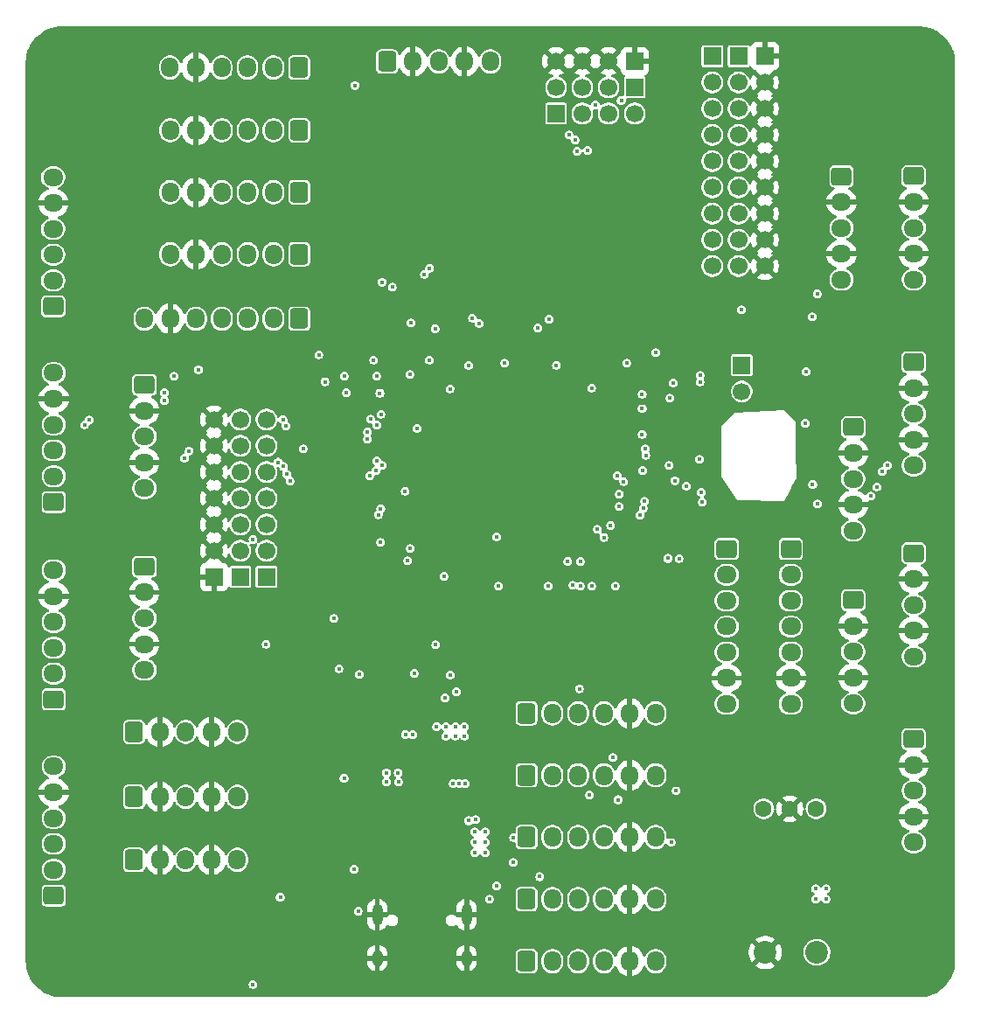
<source format=gbr>
%TF.GenerationSoftware,KiCad,Pcbnew,9.0.4-9.0.4-0~ubuntu24.04.1*%
%TF.CreationDate,2025-09-21T15:36:24+02:00*%
%TF.ProjectId,CarteMere,43617274-654d-4657-9265-2e6b69636164,rev?*%
%TF.SameCoordinates,Original*%
%TF.FileFunction,Copper,L2,Inr*%
%TF.FilePolarity,Positive*%
%FSLAX46Y46*%
G04 Gerber Fmt 4.6, Leading zero omitted, Abs format (unit mm)*
G04 Created by KiCad (PCBNEW 9.0.4-9.0.4-0~ubuntu24.04.1) date 2025-09-21 15:36:24*
%MOMM*%
%LPD*%
G01*
G04 APERTURE LIST*
G04 Aperture macros list*
%AMRoundRect*
0 Rectangle with rounded corners*
0 $1 Rounding radius*
0 $2 $3 $4 $5 $6 $7 $8 $9 X,Y pos of 4 corners*
0 Add a 4 corners polygon primitive as box body*
4,1,4,$2,$3,$4,$5,$6,$7,$8,$9,$2,$3,0*
0 Add four circle primitives for the rounded corners*
1,1,$1+$1,$2,$3*
1,1,$1+$1,$4,$5*
1,1,$1+$1,$6,$7*
1,1,$1+$1,$8,$9*
0 Add four rect primitives between the rounded corners*
20,1,$1+$1,$2,$3,$4,$5,0*
20,1,$1+$1,$4,$5,$6,$7,0*
20,1,$1+$1,$6,$7,$8,$9,0*
20,1,$1+$1,$8,$9,$2,$3,0*%
G04 Aperture macros list end*
%TA.AperFunction,ComponentPad*%
%ADD10RoundRect,0.250000X-0.725000X0.600000X-0.725000X-0.600000X0.725000X-0.600000X0.725000X0.600000X0*%
%TD*%
%TA.AperFunction,ComponentPad*%
%ADD11O,1.950000X1.700000*%
%TD*%
%TA.AperFunction,ComponentPad*%
%ADD12RoundRect,0.250000X-0.600000X-0.725000X0.600000X-0.725000X0.600000X0.725000X-0.600000X0.725000X0*%
%TD*%
%TA.AperFunction,ComponentPad*%
%ADD13O,1.700000X1.950000*%
%TD*%
%TA.AperFunction,ComponentPad*%
%ADD14R,1.700000X1.700000*%
%TD*%
%TA.AperFunction,ComponentPad*%
%ADD15C,1.700000*%
%TD*%
%TA.AperFunction,ComponentPad*%
%ADD16RoundRect,0.250000X0.725000X-0.600000X0.725000X0.600000X-0.725000X0.600000X-0.725000X-0.600000X0*%
%TD*%
%TA.AperFunction,ComponentPad*%
%ADD17RoundRect,0.250000X0.600000X0.725000X-0.600000X0.725000X-0.600000X-0.725000X0.600000X-0.725000X0*%
%TD*%
%TA.AperFunction,ComponentPad*%
%ADD18C,4.400000*%
%TD*%
%TA.AperFunction,HeatsinkPad*%
%ADD19O,1.000000X2.100000*%
%TD*%
%TA.AperFunction,HeatsinkPad*%
%ADD20O,1.000000X1.600000*%
%TD*%
%TA.AperFunction,ComponentPad*%
%ADD21C,1.600000*%
%TD*%
%TA.AperFunction,ComponentPad*%
%ADD22C,2.200000*%
%TD*%
%TA.AperFunction,ViaPad*%
%ADD23C,0.450000*%
%TD*%
G04 APERTURE END LIST*
D10*
%TO.N,+5V*%
%TO.C,J46*%
X179600000Y-65000000D03*
D11*
%TO.N,GND*%
X179600000Y-67500000D03*
%TO.N,/USART11_TX*%
X179600000Y-70000000D03*
%TO.N,GND*%
X179600000Y-72500000D03*
%TO.N,/USART11_RX*%
X179600000Y-75000000D03*
%TD*%
D12*
%TO.N,+3.3V*%
%TO.C,J42*%
X104100000Y-118800000D03*
D13*
%TO.N,GND*%
X106600000Y-118800000D03*
%TO.N,/UART5_TX*%
X109100000Y-118800000D03*
%TO.N,GND*%
X111600000Y-118800000D03*
%TO.N,/UART5_RX*%
X114100000Y-118800000D03*
%TD*%
D14*
%TO.N,GND*%
%TO.C,J39*%
X165180000Y-53380000D03*
D15*
X165180000Y-55920000D03*
X165180000Y-58460000D03*
X165180000Y-61000000D03*
X165180000Y-63540000D03*
X165180000Y-66080000D03*
X165180000Y-68620000D03*
X165180000Y-71160000D03*
X165180000Y-73700000D03*
%TD*%
D16*
%TO.N,/GPIO_PI2*%
%TO.C,J7*%
X96320000Y-134650000D03*
D11*
%TO.N,/GPIO_PI1*%
X96320000Y-132150000D03*
%TO.N,/I2C2_SDA*%
X96320000Y-129650000D03*
%TO.N,/I2C2_SCL*%
X96320000Y-127150000D03*
%TO.N,GND*%
X96320000Y-124650000D03*
%TO.N,+3.3V*%
X96320000Y-122150000D03*
%TD*%
D14*
%TO.N,/TIM1_CH4*%
%TO.C,J9*%
X144960000Y-58940000D03*
D15*
%TO.N,/TIM1_CH3*%
X147500000Y-58940000D03*
%TO.N,/TIM1_CH2*%
X150040000Y-58940000D03*
%TO.N,/TIM1_CH1*%
X152580000Y-58940000D03*
%TD*%
D17*
%TO.N,/GPIO_PE7*%
%TO.C,J12*%
X120100000Y-60550000D03*
D13*
%TO.N,/GPIO_PE8*%
X117600000Y-60550000D03*
%TO.N,/I2C4_SDA*%
X115100000Y-60550000D03*
%TO.N,/I2C4_SCL*%
X112600000Y-60550000D03*
%TO.N,GND*%
X110100000Y-60550000D03*
%TO.N,+3.3V*%
X107600000Y-60550000D03*
%TD*%
D18*
%TO.N,GND*%
%TO.C,H2*%
X180100000Y-141000000D03*
%TD*%
D12*
%TO.N,+3.3V*%
%TO.C,J44*%
X104100000Y-125100000D03*
D13*
%TO.N,GND*%
X106600000Y-125100000D03*
%TO.N,/UART8_TX*%
X109100000Y-125100000D03*
%TO.N,GND*%
X111600000Y-125100000D03*
%TO.N,/UART8_RX*%
X114100000Y-125100000D03*
%TD*%
D14*
%TO.N,GND*%
%TO.C,J22*%
X152580000Y-53860000D03*
D15*
X150040000Y-53860000D03*
X147500000Y-53860000D03*
X144960000Y-53860000D03*
%TD*%
D10*
%TO.N,+5V*%
%TO.C,J45*%
X179600000Y-119500000D03*
D11*
%TO.N,GND*%
X179600000Y-122000000D03*
%TO.N,/USART10_TX*%
X179600000Y-124500000D03*
%TO.N,GND*%
X179600000Y-127000000D03*
%TO.N,/USART10_RX*%
X179600000Y-129500000D03*
%TD*%
D10*
%TO.N,+3.3V*%
%TO.C,J37*%
X105100000Y-102800000D03*
D11*
%TO.N,GND*%
X105100000Y-105300000D03*
%TO.N,/LPUART1_TX*%
X105100000Y-107800000D03*
%TO.N,GND*%
X105100000Y-110300000D03*
%TO.N,/LPUART1_RX*%
X105100000Y-112800000D03*
%TD*%
D12*
%TO.N,/GPIO_PD6*%
%TO.C,J28*%
X142100000Y-141000000D03*
D13*
%TO.N,/GPIO_PD7*%
X144600000Y-141000000D03*
%TO.N,/I2C1_SCL*%
X147100000Y-141000000D03*
%TO.N,/I2C1_SDA*%
X149600000Y-141000000D03*
%TO.N,GND*%
X152100000Y-141000000D03*
%TO.N,+3.3V*%
X154600000Y-141000000D03*
%TD*%
D18*
%TO.N,GND*%
%TO.C,H4*%
X180100000Y-54000000D03*
%TD*%
D12*
%TO.N,/GPIO_PD2*%
%TO.C,J30*%
X142100000Y-129000000D03*
D13*
%TO.N,/GPIO_PD3*%
X144600000Y-129000000D03*
%TO.N,/I2C1_SCL*%
X147100000Y-129000000D03*
%TO.N,/I2C1_SDA*%
X149600000Y-129000000D03*
%TO.N,GND*%
X152100000Y-129000000D03*
%TO.N,+3.3V*%
X154600000Y-129000000D03*
%TD*%
D14*
%TO.N,/ADC1_INP6*%
%TO.C,J40*%
X160100000Y-53380000D03*
D15*
%TO.N,/ADC1_INP2*%
X160100000Y-55920000D03*
%TO.N,/ADC1_INP9*%
X160100000Y-58460000D03*
%TO.N,/ADC1_INP8*%
X160100000Y-61000000D03*
%TO.N,/ADC1_INP4*%
X160100000Y-63540000D03*
%TO.N,/ADC1_INP13*%
X160100000Y-66080000D03*
%TO.N,/ADC1_INP12*%
X160100000Y-68620000D03*
%TO.N,/ADC1_INP11*%
X160100000Y-71160000D03*
%TO.N,/ADC1_INP10*%
X160100000Y-73700000D03*
%TD*%
D16*
%TO.N,/GPIO_PD15*%
%TO.C,J19*%
X96270000Y-77600000D03*
D11*
%TO.N,/GPIO_PD14*%
X96270000Y-75100000D03*
%TO.N,/I2C2_SDA*%
X96270000Y-72600000D03*
%TO.N,/I2C2_SCL*%
X96270000Y-70100000D03*
%TO.N,GND*%
X96270000Y-67600000D03*
%TO.N,+3.3V*%
X96270000Y-65100000D03*
%TD*%
D14*
%TO.N,Net-(JP1-A)*%
%TO.C,JP1*%
X162950000Y-83310000D03*
D15*
%TO.N,Net-(JP1-B)*%
X162950000Y-85850000D03*
%TD*%
D10*
%TO.N,/GPIO_PC13*%
%TO.C,J11*%
X161500000Y-101100000D03*
D11*
%TO.N,/GPIO_PI8*%
X161500000Y-103600000D03*
%TO.N,/SPI4_SCK*%
X161500000Y-106100000D03*
%TO.N,/SPI4_MOSI*%
X161500000Y-108600000D03*
%TO.N,/SPI4_MISO*%
X161500000Y-111100000D03*
%TO.N,GND*%
X161500000Y-113600000D03*
%TO.N,+3.3V*%
X161500000Y-116100000D03*
%TD*%
D17*
%TO.N,/GPIO_PB11*%
%TO.C,J16*%
X120100000Y-78800000D03*
D13*
%TO.N,/GPIO_PB10*%
X117600000Y-78800000D03*
%TO.N,/SPI5_SCK*%
X115100000Y-78800000D03*
%TO.N,/SPI5_MOSI*%
X112600000Y-78800000D03*
%TO.N,/SPI5_MISO*%
X110100000Y-78800000D03*
%TO.N,GND*%
X107600000Y-78800000D03*
%TO.N,+3.3V*%
X105100000Y-78800000D03*
%TD*%
D16*
%TO.N,/GPIO_PA8*%
%TO.C,J13*%
X96320000Y-96550000D03*
D11*
%TO.N,/GPIO_PC9*%
X96320000Y-94050000D03*
%TO.N,/I2C2_SDA*%
X96320000Y-91550000D03*
%TO.N,/I2C2_SCL*%
X96320000Y-89050000D03*
%TO.N,GND*%
X96320000Y-86550000D03*
%TO.N,+3.3V*%
X96320000Y-84050000D03*
%TD*%
D10*
%TO.N,+5V*%
%TO.C,J33*%
X173740000Y-106050000D03*
D11*
%TO.N,GND*%
X173740000Y-108550000D03*
%TO.N,/UART12_TX*%
X173740000Y-111050000D03*
%TO.N,GND*%
X173740000Y-113550000D03*
%TO.N,/UART12_RX*%
X173740000Y-116050000D03*
%TD*%
D18*
%TO.N,GND*%
%TO.C,H1*%
X97100000Y-141000000D03*
%TD*%
D17*
%TO.N,/GPIO_PG2*%
%TO.C,J1*%
X120100000Y-66550000D03*
D13*
%TO.N,/GPIO_PG3*%
X117600000Y-66550000D03*
%TO.N,/I2C4_SDA*%
X115100000Y-66550000D03*
%TO.N,/I2C4_SCL*%
X112600000Y-66550000D03*
%TO.N,GND*%
X110100000Y-66550000D03*
%TO.N,+3.3V*%
X107600000Y-66550000D03*
%TD*%
D16*
%TO.N,/GPIO_PC12*%
%TO.C,J5*%
X96320000Y-115650000D03*
D11*
%TO.N,/GPIO_PC11*%
X96320000Y-113150000D03*
%TO.N,/I2C2_SDA*%
X96320000Y-110650000D03*
%TO.N,/I2C2_SCL*%
X96320000Y-108150000D03*
%TO.N,GND*%
X96320000Y-105650000D03*
%TO.N,+3.3V*%
X96320000Y-103150000D03*
%TD*%
D14*
%TO.N,+3.3V*%
%TO.C,J14*%
X152580000Y-56400000D03*
D15*
X150040000Y-56400000D03*
X147500000Y-56400000D03*
X144960000Y-56400000D03*
%TD*%
D12*
%TO.N,+3.3V*%
%TO.C,J36*%
X128600000Y-53900000D03*
D13*
%TO.N,GND*%
X131100000Y-53900000D03*
%TO.N,/USART3_TX*%
X133600000Y-53900000D03*
%TO.N,GND*%
X136100000Y-53900000D03*
%TO.N,/USART3_RX*%
X138600000Y-53900000D03*
%TD*%
D12*
%TO.N,+3.3V*%
%TO.C,J47*%
X104100000Y-131200000D03*
D13*
%TO.N,GND*%
X106600000Y-131200000D03*
%TO.N,/USART6_TX*%
X109100000Y-131200000D03*
%TO.N,GND*%
X111600000Y-131200000D03*
%TO.N,/USART6_RX*%
X114100000Y-131200000D03*
%TD*%
D14*
%TO.N,/GPIO_PG7*%
%TO.C,J8*%
X116920000Y-103800000D03*
D15*
%TO.N,/GPIO_PG6*%
X116920000Y-101260000D03*
%TO.N,/GPIO_PG5*%
X116920000Y-98720000D03*
%TO.N,/GPIO_PG4*%
X116920000Y-96180000D03*
%TO.N,/GPIO_PD13*%
X116920000Y-93640000D03*
%TO.N,/GPIO_PD12*%
X116920000Y-91100000D03*
%TO.N,/GPIO_PD11*%
X116920000Y-88560000D03*
%TD*%
D14*
%TO.N,GND*%
%TO.C,J3*%
X111840000Y-103800000D03*
D15*
X111840000Y-101260000D03*
X111840000Y-98720000D03*
X111840000Y-96180000D03*
X111840000Y-93640000D03*
X111840000Y-91100000D03*
X111840000Y-88560000D03*
%TD*%
D10*
%TO.N,+3.3V*%
%TO.C,J34*%
X105100000Y-85200000D03*
D11*
%TO.N,GND*%
X105100000Y-87700000D03*
%TO.N,/USART1_TX*%
X105100000Y-90200000D03*
%TO.N,GND*%
X105100000Y-92700000D03*
%TO.N,/USART1_RX*%
X105100000Y-95200000D03*
%TD*%
D12*
%TO.N,/GPIO_PD4*%
%TO.C,J29*%
X142100000Y-135000000D03*
D13*
%TO.N,/GPIO_PD5*%
X144600000Y-135000000D03*
%TO.N,/I2C1_SCL*%
X147100000Y-135000000D03*
%TO.N,/I2C1_SDA*%
X149600000Y-135000000D03*
%TO.N,GND*%
X152100000Y-135000000D03*
%TO.N,+3.3V*%
X154600000Y-135000000D03*
%TD*%
D10*
%TO.N,+5V*%
%TO.C,J35*%
X172600000Y-65010000D03*
D11*
%TO.N,GND*%
X172600000Y-67510000D03*
%TO.N,/USART2_TX*%
X172600000Y-70010000D03*
%TO.N,GND*%
X172600000Y-72510000D03*
%TO.N,/USART2_RX*%
X172600000Y-75010000D03*
%TD*%
D19*
%TO.N,GND*%
%TO.C,J48*%
X127650000Y-136520000D03*
D20*
X127650000Y-140700000D03*
D19*
X136290000Y-136520000D03*
D20*
X136290000Y-140700000D03*
%TD*%
D14*
%TO.N,+3.3V*%
%TO.C,J32*%
X162640000Y-53380000D03*
D15*
X162640000Y-55920000D03*
X162640000Y-58460000D03*
X162640000Y-61000000D03*
X162640000Y-63540000D03*
X162640000Y-66080000D03*
X162640000Y-68620000D03*
X162640000Y-71160000D03*
X162640000Y-73700000D03*
%TD*%
D17*
%TO.N,/GPIO_PH7*%
%TO.C,J6*%
X120100000Y-72550000D03*
D13*
%TO.N,/GPIO_PH9*%
X117600000Y-72550000D03*
%TO.N,/I2C4_SDA*%
X115100000Y-72550000D03*
%TO.N,/I2C4_SCL*%
X112600000Y-72550000D03*
%TO.N,GND*%
X110100000Y-72550000D03*
%TO.N,+3.3V*%
X107600000Y-72550000D03*
%TD*%
D14*
%TO.N,+3.3V*%
%TO.C,J2*%
X114380000Y-103800000D03*
D15*
X114380000Y-101260000D03*
X114380000Y-98720000D03*
X114380000Y-96180000D03*
X114380000Y-93640000D03*
X114380000Y-91100000D03*
X114380000Y-88560000D03*
%TD*%
D18*
%TO.N,GND*%
%TO.C,H3*%
X97100000Y-54000000D03*
%TD*%
D12*
%TO.N,/GPIO_PC10*%
%TO.C,J25*%
X142100000Y-117000000D03*
D13*
%TO.N,/GPIO_PB4*%
X144600000Y-117000000D03*
%TO.N,/I2C1_SCL*%
X147100000Y-117000000D03*
%TO.N,/I2C1_SDA*%
X149600000Y-117000000D03*
%TO.N,GND*%
X152100000Y-117000000D03*
%TO.N,+3.3V*%
X154600000Y-117000000D03*
%TD*%
D17*
%TO.N,/GPIO_PF14*%
%TO.C,J18*%
X120080000Y-54480000D03*
D13*
%TO.N,/GPIO_PF15*%
X117580000Y-54480000D03*
%TO.N,/I2C4_SDA*%
X115080000Y-54480000D03*
%TO.N,/I2C4_SCL*%
X112580000Y-54480000D03*
%TO.N,GND*%
X110080000Y-54480000D03*
%TO.N,+3.3V*%
X107580000Y-54480000D03*
%TD*%
D21*
%TO.N,VDC*%
%TO.C,U1*%
X170140000Y-126250000D03*
%TO.N,GND*%
X167600000Y-126250000D03*
%TO.N,+5V*%
X165060000Y-126250000D03*
%TD*%
D12*
%TO.N,/GPIO_PB8*%
%TO.C,J27*%
X142100000Y-123000000D03*
D13*
%TO.N,/GPIO_PB9*%
X144600000Y-123000000D03*
%TO.N,/I2C1_SCL*%
X147100000Y-123000000D03*
%TO.N,/I2C1_SDA*%
X149600000Y-123000000D03*
%TO.N,GND*%
X152100000Y-123000000D03*
%TO.N,+3.3V*%
X154600000Y-123000000D03*
%TD*%
D22*
%TO.N,GND*%
%TO.C,J49*%
X165220000Y-140150000D03*
%TO.N,VDC*%
X170220000Y-140150000D03*
%TD*%
D10*
%TO.N,+3.3V*%
%TO.C,J10*%
X173740000Y-89300000D03*
D11*
%TO.N,GND*%
X173740000Y-91800000D03*
%TO.N,/UART9_TX*%
X173740000Y-94300000D03*
%TO.N,GND*%
X173740000Y-96800000D03*
%TO.N,/UART9_RX*%
X173740000Y-99300000D03*
%TD*%
D10*
%TO.N,+5V*%
%TO.C,J41*%
X179600000Y-83000000D03*
D11*
%TO.N,GND*%
X179600000Y-85500000D03*
%TO.N,/UART4_TX*%
X179600000Y-88000000D03*
%TO.N,GND*%
X179600000Y-90500000D03*
%TO.N,/UART4_RX*%
X179600000Y-93000000D03*
%TD*%
D10*
%TO.N,/GPIO_PH3*%
%TO.C,J17*%
X167700000Y-101100000D03*
D11*
%TO.N,/GPIO_PH2*%
X167700000Y-103600000D03*
%TO.N,/SPI6_SCK*%
X167700000Y-106100000D03*
%TO.N,/SPI6_MOSI*%
X167700000Y-108600000D03*
%TO.N,/SPI6_MISO*%
X167700000Y-111100000D03*
%TO.N,GND*%
X167700000Y-113600000D03*
%TO.N,+3.3V*%
X167700000Y-116100000D03*
%TD*%
D10*
%TO.N,+5V*%
%TO.C,J43*%
X179600000Y-101500000D03*
D11*
%TO.N,GND*%
X179600000Y-104000000D03*
%TO.N,/UART7_TX*%
X179600000Y-106500000D03*
%TO.N,GND*%
X179600000Y-109000000D03*
%TO.N,/UART7_RX*%
X179600000Y-111500000D03*
%TD*%
D23*
%TO.N,GND*%
X131490000Y-77590000D03*
X135490000Y-77660000D03*
X151030000Y-79620000D03*
X152820000Y-82880000D03*
X103210000Y-115170000D03*
X113770000Y-108600000D03*
X118480000Y-106340000D03*
X118520000Y-104120000D03*
X119790000Y-99420000D03*
X119790000Y-96360000D03*
X147690000Y-64930000D03*
X174250000Y-87170000D03*
X171560000Y-87150000D03*
X166890000Y-99510000D03*
X166860000Y-97500000D03*
X153450000Y-137740000D03*
X153470000Y-130600000D03*
X153500000Y-121300000D03*
X153530000Y-124580000D03*
X144470000Y-121400000D03*
X145830000Y-124340000D03*
X148990000Y-124520000D03*
X162740000Y-102590000D03*
X162680000Y-104980000D03*
X159870000Y-103470000D03*
X158630000Y-102270000D03*
X165160000Y-110060000D03*
X99090000Y-135450000D03*
X99100000Y-134060000D03*
X112110000Y-139830000D03*
X103230000Y-139470000D03*
X106850000Y-139540000D03*
X145910000Y-133540000D03*
%TO.N,/GPIO_PD5*%
X139200000Y-133700000D03*
%TO.N,GND*%
X142110000Y-132030000D03*
X142120000Y-130700000D03*
X127740000Y-132210000D03*
X116200000Y-130990000D03*
X116200000Y-126220000D03*
X116200000Y-124420000D03*
X107660000Y-113120000D03*
X109370000Y-110470000D03*
X109400000Y-105880000D03*
X109390000Y-99140000D03*
X109410000Y-96340000D03*
X109390000Y-93660000D03*
X109370000Y-115210000D03*
X113760000Y-115210000D03*
X116200000Y-115210000D03*
X118990000Y-115210000D03*
X120970000Y-115210000D03*
X123510000Y-115210000D03*
X128040000Y-115150000D03*
X169170000Y-123590000D03*
X166560000Y-123640000D03*
X143180000Y-111520000D03*
X153380000Y-95130000D03*
X158320000Y-93910000D03*
X171450000Y-94220000D03*
X171250000Y-101840000D03*
X171250000Y-105290000D03*
X170330000Y-113540000D03*
X170350000Y-110680000D03*
X165160000Y-107480000D03*
X165210000Y-105290000D03*
X165550000Y-102960000D03*
X164140000Y-99370000D03*
X140900000Y-79390000D03*
X146230000Y-79320000D03*
X149120000Y-83160000D03*
X130510000Y-81530000D03*
X125280000Y-83020000D03*
X125280000Y-81630000D03*
X115800000Y-82140000D03*
X111140000Y-82070000D03*
X106860000Y-84950000D03*
X111040000Y-85130000D03*
X121020000Y-85170000D03*
X115800000Y-85160000D03*
X115690000Y-87300000D03*
X119140000Y-87270000D03*
X121170000Y-90670000D03*
X119150000Y-90800000D03*
X123850000Y-90750000D03*
X134290000Y-93250000D03*
X143180000Y-93330000D03*
X147620000Y-93360000D03*
X147610000Y-88230000D03*
X168170000Y-86490000D03*
X165640000Y-81910000D03*
X161590000Y-80110000D03*
X171390000Y-77660000D03*
X174270000Y-81880000D03*
X171390000Y-81920000D03*
X174260000Y-130640000D03*
X183140000Y-82020000D03*
X130700000Y-130540000D03*
X96560000Y-80110000D03*
X129010000Y-112670000D03*
X148020000Y-137770000D03*
X134300000Y-90860000D03*
X138740000Y-112960000D03*
X174260000Y-117380000D03*
X107660000Y-68760000D03*
X148040000Y-126200000D03*
X103220000Y-59920000D03*
X154630000Y-114430000D03*
X143180000Y-90860000D03*
X143180000Y-101160000D03*
X98780000Y-143900000D03*
X138600000Y-86440000D03*
X149610000Y-102940000D03*
X94340000Y-126220000D03*
X145280000Y-103180000D03*
X127700000Y-101500000D03*
X121000000Y-111400000D03*
X160940000Y-139480000D03*
X117480000Y-126220000D03*
X125440000Y-99460000D03*
X138740000Y-117380000D03*
X133900000Y-73240000D03*
X129010000Y-111390000D03*
X98780000Y-121800000D03*
X128700000Y-133660000D03*
X117440000Y-121780000D03*
X145880000Y-130610000D03*
X120980000Y-51080000D03*
X138740000Y-73180000D03*
X129860000Y-73180000D03*
X94340000Y-117380000D03*
X165380000Y-130640000D03*
X96560000Y-81930000D03*
X129860000Y-64340000D03*
X183140000Y-99700000D03*
X137300000Y-84100000D03*
X178700000Y-59920000D03*
X94160000Y-86430000D03*
X121200000Y-134100000D03*
X156500000Y-80600000D03*
X156520000Y-97970000D03*
X113800000Y-64310000D03*
X160940000Y-126220000D03*
X113830000Y-68760000D03*
X121000000Y-106300000D03*
X103220000Y-51080000D03*
X134300000Y-86440000D03*
X135990000Y-116140000D03*
X94160000Y-77590000D03*
X174260000Y-126220000D03*
X135210000Y-133680000D03*
X131800000Y-122800000D03*
X178700000Y-143900000D03*
X96280000Y-100740000D03*
X169820000Y-55500000D03*
X157290000Y-109350000D03*
X143180000Y-59920000D03*
X150690000Y-130580000D03*
X133880000Y-77660000D03*
X174260000Y-55500000D03*
X156500000Y-77600000D03*
X107660000Y-51080000D03*
X130600000Y-103600000D03*
X127700000Y-83400000D03*
X138740000Y-64340000D03*
X98780000Y-92870000D03*
X157800000Y-97970000D03*
X94340000Y-64340000D03*
X150690000Y-126160000D03*
X143180000Y-68760000D03*
X158190000Y-91570000D03*
X157260000Y-114390000D03*
X114660000Y-134100000D03*
X125420000Y-55500000D03*
X125420000Y-139480000D03*
X157290000Y-106630000D03*
X127600000Y-89900000D03*
X94160000Y-82010000D03*
X160940000Y-130640000D03*
X137270000Y-103190000D03*
X120980000Y-104120000D03*
X156500000Y-139480000D03*
X94340000Y-104120000D03*
X183140000Y-121800000D03*
X94160000Y-73170000D03*
X183140000Y-86440000D03*
X112100000Y-64340000D03*
X165380000Y-86440000D03*
X169820000Y-73180000D03*
X160940000Y-121800000D03*
X96260000Y-117870000D03*
X124300000Y-126200000D03*
X96280000Y-98920000D03*
X127080000Y-130650000D03*
X156240000Y-91640000D03*
X144600000Y-78100000D03*
X103220000Y-55500000D03*
X147300000Y-84100000D03*
X178700000Y-130640000D03*
X152910000Y-105130000D03*
X165380000Y-143900000D03*
X138740000Y-55500000D03*
X183140000Y-108540000D03*
X149260000Y-101160000D03*
X145860000Y-137760000D03*
X183140000Y-64340000D03*
X94340000Y-135060000D03*
X134060000Y-126160000D03*
X139220000Y-135910000D03*
X174260000Y-73180000D03*
X107660000Y-64340000D03*
X134300000Y-59920000D03*
X124300000Y-134100000D03*
X135200000Y-132160000D03*
X183140000Y-95280000D03*
X94340000Y-121800000D03*
X114640000Y-135350000D03*
X124300000Y-135400000D03*
X147480000Y-78080000D03*
X116540000Y-143900000D03*
X107660000Y-108540000D03*
X109800000Y-134100000D03*
X138740000Y-51080000D03*
X152060000Y-51080000D03*
X174260000Y-77600000D03*
X120980000Y-77090000D03*
X121210000Y-130990000D03*
X121180000Y-135350000D03*
X129860000Y-68760000D03*
X156500000Y-130640000D03*
X135470000Y-104300000D03*
X156500000Y-51080000D03*
X138740000Y-121800000D03*
X103220000Y-64340000D03*
X183140000Y-112960000D03*
X143180000Y-112960000D03*
X165380000Y-51080000D03*
X135600000Y-122800000D03*
X116540000Y-77090000D03*
X114980000Y-139800000D03*
X126910000Y-117360000D03*
X183140000Y-55500000D03*
X130600000Y-85900000D03*
X130150000Y-133690000D03*
X130800000Y-83400000D03*
X152060000Y-112960000D03*
X98780000Y-68760000D03*
X138740000Y-59920000D03*
X178700000Y-112960000D03*
X119300000Y-132800000D03*
X152060000Y-143900000D03*
X122350000Y-55480000D03*
X117480000Y-135350000D03*
X120980000Y-112960000D03*
X94340000Y-112960000D03*
X174260000Y-135060000D03*
X154720000Y-109320000D03*
X169820000Y-68760000D03*
X120630000Y-58720000D03*
X138740000Y-68760000D03*
X112100000Y-68760000D03*
X107660000Y-143900000D03*
X159690000Y-92260000D03*
X183140000Y-130640000D03*
X103220000Y-121800000D03*
X138900000Y-108000000D03*
X129860000Y-139480000D03*
X183140000Y-77600000D03*
X119030000Y-117380000D03*
X124800000Y-87300000D03*
X120980000Y-121800000D03*
X144300000Y-84100000D03*
X121200000Y-132800000D03*
X125420000Y-68760000D03*
X152060000Y-77600000D03*
X125420000Y-73180000D03*
X160940000Y-51080000D03*
X103220000Y-143900000D03*
X138740000Y-143900000D03*
X98780000Y-73180000D03*
X183140000Y-117380000D03*
X156500000Y-83400000D03*
X134300000Y-95280000D03*
X94340000Y-99700000D03*
X147620000Y-68760000D03*
X124300000Y-132800000D03*
X150670000Y-137730000D03*
X117500000Y-132800000D03*
X103220000Y-112960000D03*
X130600000Y-87700000D03*
X94340000Y-68760000D03*
X147620000Y-86440000D03*
X161340000Y-85790000D03*
X129860000Y-117380000D03*
X132200000Y-108000000D03*
X183140000Y-59920000D03*
X151660000Y-102970000D03*
X165660000Y-80670000D03*
X98780000Y-104120000D03*
X136000000Y-108000000D03*
X113820000Y-55690000D03*
X98780000Y-108540000D03*
X121280000Y-95570000D03*
X154700000Y-111860000D03*
X119280000Y-126220000D03*
X124200000Y-101900000D03*
X125420000Y-64340000D03*
X130690000Y-126160000D03*
X154620000Y-106620000D03*
X157290000Y-111870000D03*
X159100000Y-97960000D03*
X121850000Y-139800000D03*
X117500000Y-134100000D03*
X134300000Y-139480000D03*
X120980000Y-108540000D03*
X174260000Y-121800000D03*
X121000000Y-99460000D03*
X178700000Y-117380000D03*
X147620000Y-73180000D03*
X120980000Y-117380000D03*
X152040000Y-73200000D03*
X134300000Y-68760000D03*
X147620000Y-51080000D03*
X147630000Y-101160000D03*
X160940000Y-135060000D03*
X134300000Y-99700000D03*
X143180000Y-86440000D03*
X112100000Y-51080000D03*
X120980000Y-64340000D03*
X183140000Y-126220000D03*
X147620000Y-90860000D03*
X94340000Y-108540000D03*
X178700000Y-95280000D03*
X165380000Y-135060000D03*
X109800000Y-135400000D03*
X94340000Y-130640000D03*
X141000000Y-78100000D03*
X174260000Y-64340000D03*
X178700000Y-135060000D03*
X156750000Y-87290000D03*
X94340000Y-55500000D03*
X169820000Y-59920000D03*
X139250000Y-134360000D03*
X152060000Y-64340000D03*
X134300000Y-55500000D03*
X119030000Y-121800000D03*
X149400000Y-104560000D03*
X152060000Y-108540000D03*
X135090000Y-127410000D03*
X129010000Y-109900000D03*
X127000000Y-121800000D03*
X142550000Y-103230000D03*
X156500000Y-73180000D03*
X117510000Y-130990000D03*
X156270000Y-89990000D03*
X132000000Y-86600000D03*
X119290000Y-139800000D03*
X174260000Y-68760000D03*
X116180000Y-55700000D03*
X145910000Y-120130000D03*
X133800000Y-130650000D03*
X96260000Y-119690000D03*
X120980000Y-82020000D03*
X178700000Y-99700000D03*
X119280000Y-135350000D03*
X169820000Y-51080000D03*
X143180000Y-95280000D03*
X125420000Y-51080000D03*
X142000000Y-108000000D03*
X169820000Y-77600000D03*
X156500000Y-143900000D03*
X143180000Y-55500000D03*
X127050000Y-126160000D03*
X129860000Y-51080000D03*
X156500000Y-82020000D03*
X129860000Y-143900000D03*
X134070000Y-122820000D03*
X125420000Y-104120000D03*
X120980000Y-126220000D03*
X174260000Y-139480000D03*
X127800000Y-103700000D03*
X134300000Y-143900000D03*
X138760000Y-101140000D03*
X116540000Y-51080000D03*
X119310000Y-130990000D03*
X120980000Y-143900000D03*
X131530000Y-133650000D03*
X159670000Y-89880000D03*
X169820000Y-64340000D03*
X98780000Y-130640000D03*
X119300000Y-134100000D03*
X114660000Y-132800000D03*
X112100000Y-77090000D03*
X94340000Y-139480000D03*
X109800000Y-136900000D03*
X133400000Y-102300000D03*
X183140000Y-139480000D03*
X132600000Y-114480000D03*
X124300000Y-136900000D03*
X147620000Y-143900000D03*
X174260000Y-51080000D03*
X183140000Y-68760000D03*
X98780000Y-95280000D03*
X152080000Y-89180000D03*
X103220000Y-77090000D03*
X116220000Y-64310000D03*
X169820000Y-143900000D03*
X183140000Y-90860000D03*
X153160000Y-101140000D03*
X143180000Y-51080000D03*
X138600000Y-95280000D03*
X183140000Y-73180000D03*
X121000000Y-109900000D03*
X129860000Y-121800000D03*
X125420000Y-59920000D03*
X156500000Y-55500000D03*
X98780000Y-51080000D03*
X174260000Y-59920000D03*
X134300000Y-51080000D03*
X117440000Y-117360000D03*
X98780000Y-126220000D03*
X103220000Y-73180000D03*
X109800000Y-132800000D03*
X127830000Y-107120000D03*
X107660000Y-104120000D03*
X107660000Y-82020000D03*
X125400000Y-95650000D03*
X94340000Y-95280000D03*
X160940000Y-143900000D03*
X150870000Y-98250000D03*
X183140000Y-135060000D03*
X174260000Y-143900000D03*
X120980000Y-68760000D03*
X121000000Y-101900000D03*
X98780000Y-64340000D03*
X103220000Y-117380000D03*
X143180000Y-64340000D03*
X145880000Y-126190000D03*
X94340000Y-59920000D03*
X143180000Y-143900000D03*
X152060000Y-90860000D03*
X169820000Y-130640000D03*
X144400000Y-108000000D03*
X129860000Y-59920000D03*
X129860000Y-55500000D03*
X125420000Y-143900000D03*
X183140000Y-104120000D03*
X131900000Y-119600000D03*
X156500000Y-135060000D03*
X98780000Y-59920000D03*
X142400000Y-84100000D03*
X129860000Y-77600000D03*
X158210000Y-89980000D03*
X125420000Y-77600000D03*
X148040000Y-130620000D03*
X127686006Y-87283674D03*
X165380000Y-77600000D03*
X138740000Y-126220000D03*
X98780000Y-112960000D03*
X138740000Y-139480000D03*
X178700000Y-77600000D03*
X138600000Y-90860000D03*
X112100000Y-143900000D03*
X98780000Y-99700000D03*
X125420000Y-108540000D03*
X116540000Y-68760000D03*
X103220000Y-68760000D03*
X94160000Y-90850000D03*
X98780000Y-117380000D03*
X159500000Y-88800000D03*
X178700000Y-51080000D03*
X124300000Y-130600000D03*
X130840000Y-97900000D03*
X147620000Y-95280000D03*
%TO.N,+4.5V*%
X128540000Y-122750000D03*
X135580000Y-123790000D03*
X130360000Y-119050000D03*
X128540000Y-123620000D03*
X131100000Y-119060000D03*
X129700000Y-123620000D03*
X129670000Y-122750000D03*
X136170000Y-123810000D03*
X135010000Y-123810000D03*
%TO.N,VDC*%
X171100000Y-135000000D03*
X171100000Y-134000000D03*
X170100000Y-134000000D03*
X170100000Y-135000000D03*
%TO.N,+3.3V*%
X153090000Y-97800000D03*
X132700000Y-82800000D03*
X134100000Y-103750000D03*
X134300000Y-118300000D03*
X130800000Y-84200000D03*
X162910000Y-77930000D03*
X153350000Y-93500000D03*
X146100000Y-102300000D03*
X130850000Y-101050000D03*
X150700000Y-104700000D03*
X155800000Y-102000000D03*
X115600000Y-143250000D03*
X130350000Y-95500000D03*
X131500000Y-89400000D03*
X151090000Y-97000000D03*
X130900000Y-79200000D03*
X136100000Y-119200000D03*
X153300000Y-87500000D03*
X151800000Y-83100000D03*
X136100000Y-118300000D03*
X151080000Y-95770000D03*
X139400000Y-104700000D03*
X134300000Y-119200000D03*
X140000000Y-83100000D03*
X145000000Y-83300000D03*
X133400000Y-118300000D03*
X153300000Y-86100000D03*
X144200000Y-104700000D03*
X127300000Y-82800000D03*
X135200000Y-118300000D03*
X147300000Y-102300000D03*
X130600000Y-102250000D03*
X135200000Y-119200000D03*
X136500000Y-83300000D03*
X169100000Y-88930000D03*
%TO.N,+5V*%
X137100000Y-128500000D03*
X137100000Y-130500000D03*
X138100000Y-130500000D03*
X138100000Y-129500000D03*
X137100000Y-129500000D03*
X138100000Y-128500000D03*
%TO.N,/MCU/NRST*%
X153300000Y-90000000D03*
X120470000Y-91400000D03*
%TO.N,/MCU/Vcap*%
X148400000Y-85500000D03*
X134700000Y-85600000D03*
%TO.N,/I2C4_SCL*%
X129100000Y-75750000D03*
%TO.N,/I2C4_SDA*%
X128100000Y-75250000D03*
%TO.N,/GPIO_PD13*%
X118830000Y-89170000D03*
X127600000Y-89100000D03*
%TO.N,/GPIO_PG7*%
X119205000Y-94505000D03*
X126900000Y-94010000D03*
%TO.N,/GPIO_PG4*%
X127610000Y-92540000D03*
X118050000Y-92690000D03*
%TO.N,/GPIO_PG6*%
X118870000Y-93870000D03*
X127530000Y-93510000D03*
%TO.N,/GPIO_PD12*%
X126980000Y-88520000D03*
X118510000Y-88560000D03*
%TO.N,/GPIO_PD11*%
X128000000Y-88040000D03*
%TO.N,/GPIO_PG5*%
X118580000Y-93110000D03*
X128100000Y-93000000D03*
%TO.N,/GPIO_PD15*%
X99310000Y-89060000D03*
X126710000Y-90460000D03*
%TO.N,/I2C2_SCL*%
X153540000Y-96480000D03*
%TO.N,/GPIO_PD14*%
X99760000Y-88610000D03*
X126710000Y-89780000D03*
%TO.N,/I2C2_SDA*%
X153390000Y-97160000D03*
%TO.N,/GPIO_PD2*%
X136500000Y-127400000D03*
%TO.N,/TIM1_CH1*%
X146800000Y-61500000D03*
%TO.N,/TIM1_CH2*%
X146200000Y-61000000D03*
%TO.N,/GPIO_PE8*%
X147010000Y-62600000D03*
%TO.N,/GPIO_PE7*%
X148016498Y-62497250D03*
%TO.N,/GPIO_PC11*%
X134730000Y-113270000D03*
%TO.N,/GPIO_PC12*%
X135300000Y-114900000D03*
%TO.N,/I2C1_SDA*%
X147220000Y-114620000D03*
X147300000Y-104700000D03*
%TO.N,/I2C1_SCL*%
X146600000Y-104600000D03*
%TO.N,/GPIO_PC10*%
X134220000Y-115500000D03*
%TO.N,/GPIO_PB9*%
X150450000Y-121290000D03*
%TO.N,/GPIO_PB8*%
X148200000Y-124900000D03*
%TO.N,/GPIO_PD4*%
X138500000Y-135000000D03*
%TO.N,/GPIO_PD3*%
X137200000Y-127300000D03*
%TO.N,/UART12_RX*%
X156470000Y-94470000D03*
X169810000Y-94850000D03*
%TO.N,/UART12_TX*%
X170290000Y-96740000D03*
X159120000Y-96540000D03*
%TO.N,/USART1_RX*%
X107040000Y-86710000D03*
X127900000Y-86000000D03*
%TO.N,/USART1_TX*%
X124670000Y-85950000D03*
X107030000Y-85940000D03*
%TO.N,/USART2_RX*%
X122000000Y-82300000D03*
X154600000Y-82100000D03*
%TO.N,/USART2_TX*%
X158900000Y-84300000D03*
X122570000Y-84900000D03*
X169180000Y-83890000D03*
%TO.N,/USART3_TX*%
X125500000Y-56200000D03*
%TO.N,/LPUART1_TX*%
X123420000Y-107820000D03*
%TO.N,/LPUART1_RX*%
X123930000Y-112680000D03*
%TO.N,/UART7_RX*%
X155920000Y-93000000D03*
X176550000Y-93600000D03*
%TO.N,/UART7_TX*%
X177040000Y-93020000D03*
X158850000Y-92420000D03*
%TO.N,/UART4_TX*%
X158900000Y-84925003D03*
%TO.N,/UART4_RX*%
X156300000Y-85000000D03*
%TO.N,/UART5_TX*%
X124450000Y-84350000D03*
X107970000Y-84380000D03*
%TO.N,/UART5_RX*%
X110330000Y-83720000D03*
X127580000Y-84350000D03*
%TO.N,/UART8_RX*%
X150980000Y-125370000D03*
%TO.N,/UART8_TX*%
X124430000Y-123290000D03*
%TO.N,/USART10_RX*%
X156100000Y-129500000D03*
%TO.N,/USART10_TX*%
X156600000Y-124500000D03*
%TO.N,/USART11_RX*%
X176020000Y-95070000D03*
X157570000Y-95000000D03*
%TO.N,/USART11_TX*%
X175440000Y-95970000D03*
X159030000Y-95610000D03*
%TO.N,/USART6_TX*%
X140840000Y-129020000D03*
%TO.N,/USART6_RX*%
X140800000Y-131460000D03*
%TO.N,/MCU/SWO*%
X118250000Y-134810000D03*
X143370000Y-132820000D03*
%TO.N,/MCU/SWCLK*%
X133300000Y-110380000D03*
X116890000Y-110310000D03*
%TO.N,/MCU/SWDIO*%
X127980000Y-100470000D03*
X115620000Y-100170000D03*
%TO.N,Net-(U3-BOOT0)*%
X148400000Y-104700000D03*
%TO.N,/UART9_TX*%
X170240000Y-76380000D03*
%TO.N,/UART9_RX*%
X144280000Y-78860000D03*
X169770000Y-78610000D03*
%TO.N,/SPI4_SCK*%
X139200000Y-99900000D03*
X156880000Y-102010000D03*
%TO.N,/SPI5_MOSI*%
X153585246Y-91398361D03*
X109430000Y-91590000D03*
%TO.N,/SPI5_MISO*%
X153650000Y-92020000D03*
X108990000Y-92280000D03*
%TO.N,/SPI5_SCK*%
X133240000Y-79790000D03*
%TO.N,Net-(JP1-B)*%
X156000000Y-86500000D03*
%TO.N,/GPIO_PI1*%
X125400000Y-132100000D03*
%TO.N,/GPIO_PI2*%
X131220000Y-113120000D03*
X125810000Y-136150000D03*
X125900000Y-113250000D03*
%TO.N,/GPIO_PB11*%
X136860000Y-78730000D03*
%TO.N,/GPIO_PB10*%
X137510000Y-79250000D03*
%TO.N,/GPIO_PH3*%
X150880000Y-93990000D03*
%TO.N,/SPI6_MOSI*%
X148970000Y-99190000D03*
%TO.N,/GPIO_PA8*%
X127750000Y-97770000D03*
%TO.N,/SPI6_SCK*%
X150250000Y-98820000D03*
%TO.N,/GPIO_PC9*%
X127984041Y-97190471D03*
%TO.N,/GPIO_PH7*%
X132720000Y-73900000D03*
%TO.N,/GPIO_PH9*%
X132200000Y-74500000D03*
%TO.N,/SPI6_MISO*%
X149580000Y-99970000D03*
%TO.N,/GPIO_PH2*%
X151510000Y-94560000D03*
%TO.N,/GPIO_PF14*%
X151270000Y-57670000D03*
%TO.N,/GPIO_PF15*%
X148770000Y-58100000D03*
%TO.N,Net-(U3-PG1)*%
X143210000Y-79700000D03*
%TD*%
%TA.AperFunction,Conductor*%
%TO.N,GND*%
G36*
X180103032Y-50500648D02*
G01*
X180436929Y-50517052D01*
X180449037Y-50518245D01*
X180552146Y-50533539D01*
X180776699Y-50566849D01*
X180788617Y-50569219D01*
X181109951Y-50649709D01*
X181121588Y-50653240D01*
X181192806Y-50678722D01*
X181433467Y-50764832D01*
X181444688Y-50769479D01*
X181744163Y-50911120D01*
X181754871Y-50916844D01*
X182038988Y-51087137D01*
X182049106Y-51093897D01*
X182315170Y-51291224D01*
X182324576Y-51298944D01*
X182570013Y-51521395D01*
X182578604Y-51529986D01*
X182765755Y-51736475D01*
X182801055Y-51775423D01*
X182808775Y-51784829D01*
X183006102Y-52050893D01*
X183012862Y-52061011D01*
X183028229Y-52086649D01*
X183180760Y-52341133D01*
X183183148Y-52345116D01*
X183188883Y-52355844D01*
X183329338Y-52652812D01*
X183330514Y-52655297D01*
X183335170Y-52666540D01*
X183446759Y-52978411D01*
X183450292Y-52990055D01*
X183530777Y-53311369D01*
X183533151Y-53323305D01*
X183581754Y-53650962D01*
X183582947Y-53663071D01*
X183599351Y-53996966D01*
X183599500Y-54003051D01*
X183599500Y-140996948D01*
X183599351Y-141003033D01*
X183582947Y-141336928D01*
X183581754Y-141349037D01*
X183533151Y-141676694D01*
X183530777Y-141688630D01*
X183450292Y-142009944D01*
X183446759Y-142021588D01*
X183335170Y-142333459D01*
X183330514Y-142344702D01*
X183188885Y-142644151D01*
X183183148Y-142654883D01*
X183012862Y-142938988D01*
X183006102Y-142949106D01*
X182808775Y-143215170D01*
X182801055Y-143224576D01*
X182578611Y-143470006D01*
X182570006Y-143478611D01*
X182324576Y-143701055D01*
X182315170Y-143708775D01*
X182049106Y-143906102D01*
X182038988Y-143912862D01*
X181754883Y-144083148D01*
X181744151Y-144088885D01*
X181444702Y-144230514D01*
X181433459Y-144235170D01*
X181121588Y-144346759D01*
X181109944Y-144350292D01*
X180788630Y-144430777D01*
X180776694Y-144433151D01*
X180449037Y-144481754D01*
X180436928Y-144482947D01*
X180121989Y-144498419D01*
X180103031Y-144499351D01*
X180096949Y-144499500D01*
X97103051Y-144499500D01*
X97096968Y-144499351D01*
X97076900Y-144498365D01*
X96763071Y-144482947D01*
X96750962Y-144481754D01*
X96423305Y-144433151D01*
X96411369Y-144430777D01*
X96090055Y-144350292D01*
X96078411Y-144346759D01*
X95766540Y-144235170D01*
X95755301Y-144230515D01*
X95455844Y-144088883D01*
X95445121Y-144083150D01*
X95161011Y-143912862D01*
X95150893Y-143906102D01*
X94884829Y-143708775D01*
X94875423Y-143701055D01*
X94815232Y-143646501D01*
X94629986Y-143478604D01*
X94621395Y-143470013D01*
X94398933Y-143224564D01*
X94391224Y-143215170D01*
X94375510Y-143193982D01*
X115174500Y-143193982D01*
X115174500Y-143306018D01*
X115203497Y-143414237D01*
X115259515Y-143511263D01*
X115338737Y-143590485D01*
X115435763Y-143646503D01*
X115543982Y-143675500D01*
X115543984Y-143675500D01*
X115656016Y-143675500D01*
X115656018Y-143675500D01*
X115764237Y-143646503D01*
X115861263Y-143590485D01*
X115940485Y-143511263D01*
X115996503Y-143414237D01*
X116025500Y-143306018D01*
X116025500Y-143193982D01*
X115996503Y-143085763D01*
X115940485Y-142988737D01*
X115861263Y-142909515D01*
X115764237Y-142853497D01*
X115656018Y-142824500D01*
X115543982Y-142824500D01*
X115435763Y-142853497D01*
X115435760Y-142853498D01*
X115338740Y-142909513D01*
X115338734Y-142909517D01*
X115259517Y-142988734D01*
X115259513Y-142988740D01*
X115203498Y-143085760D01*
X115203497Y-143085763D01*
X115174500Y-143193982D01*
X94375510Y-143193982D01*
X94223292Y-142988740D01*
X94193895Y-142949103D01*
X94187137Y-142938988D01*
X94169472Y-142909515D01*
X94016844Y-142654871D01*
X94011120Y-142644163D01*
X93869479Y-142344688D01*
X93864829Y-142333459D01*
X93808310Y-142175500D01*
X93791240Y-142127792D01*
X93753240Y-142021588D01*
X93749707Y-142009944D01*
X93669219Y-141688617D01*
X93666848Y-141676694D01*
X93658823Y-141622596D01*
X93621770Y-141372799D01*
X93618245Y-141349037D01*
X93617052Y-141336927D01*
X93600649Y-141003032D01*
X93600500Y-140996948D01*
X93600500Y-140301504D01*
X126650000Y-140301504D01*
X126650000Y-140450000D01*
X127350000Y-140450000D01*
X127350000Y-140950000D01*
X126650000Y-140950000D01*
X126650000Y-141098495D01*
X126688427Y-141291681D01*
X126688430Y-141291693D01*
X126763807Y-141473671D01*
X126763814Y-141473684D01*
X126873248Y-141637462D01*
X126873251Y-141637466D01*
X127012533Y-141776748D01*
X127012537Y-141776751D01*
X127176315Y-141886185D01*
X127176328Y-141886192D01*
X127358308Y-141961569D01*
X127400000Y-141969862D01*
X127400000Y-141166988D01*
X127409940Y-141184205D01*
X127465795Y-141240060D01*
X127534204Y-141279556D01*
X127610504Y-141300000D01*
X127689496Y-141300000D01*
X127765796Y-141279556D01*
X127834205Y-141240060D01*
X127890060Y-141184205D01*
X127900000Y-141166988D01*
X127900000Y-141969862D01*
X127941690Y-141961569D01*
X127941692Y-141961569D01*
X128123671Y-141886192D01*
X128123684Y-141886185D01*
X128287462Y-141776751D01*
X128287466Y-141776748D01*
X128426748Y-141637466D01*
X128426751Y-141637462D01*
X128536185Y-141473684D01*
X128536192Y-141473671D01*
X128611569Y-141291693D01*
X128611572Y-141291681D01*
X128649999Y-141098495D01*
X128650000Y-141098492D01*
X128650000Y-140950000D01*
X127950000Y-140950000D01*
X127950000Y-140450000D01*
X128650000Y-140450000D01*
X128650000Y-140301508D01*
X128649999Y-140301504D01*
X135290000Y-140301504D01*
X135290000Y-140450000D01*
X135990000Y-140450000D01*
X135990000Y-140950000D01*
X135290000Y-140950000D01*
X135290000Y-141098495D01*
X135328427Y-141291681D01*
X135328430Y-141291693D01*
X135403807Y-141473671D01*
X135403814Y-141473684D01*
X135513248Y-141637462D01*
X135513251Y-141637466D01*
X135652533Y-141776748D01*
X135652537Y-141776751D01*
X135816315Y-141886185D01*
X135816328Y-141886192D01*
X135998308Y-141961569D01*
X136040000Y-141969862D01*
X136040000Y-141166988D01*
X136049940Y-141184205D01*
X136105795Y-141240060D01*
X136174204Y-141279556D01*
X136250504Y-141300000D01*
X136329496Y-141300000D01*
X136405796Y-141279556D01*
X136474205Y-141240060D01*
X136530060Y-141184205D01*
X136540000Y-141166988D01*
X136540000Y-141969862D01*
X136581690Y-141961569D01*
X136581692Y-141961569D01*
X136763671Y-141886192D01*
X136763684Y-141886185D01*
X136927462Y-141776751D01*
X136927466Y-141776748D01*
X137066748Y-141637466D01*
X137066751Y-141637462D01*
X137176185Y-141473684D01*
X137176192Y-141473671D01*
X137251569Y-141291693D01*
X137251572Y-141291681D01*
X137289999Y-141098495D01*
X137290000Y-141098492D01*
X137290000Y-140950000D01*
X136590000Y-140950000D01*
X136590000Y-140450000D01*
X137290000Y-140450000D01*
X137290000Y-140301510D01*
X137278168Y-140242025D01*
X137278168Y-140242022D01*
X137273933Y-140220730D01*
X141049500Y-140220730D01*
X141049500Y-141779269D01*
X141052353Y-141809699D01*
X141052353Y-141809701D01*
X141097206Y-141937880D01*
X141097207Y-141937882D01*
X141177850Y-142047150D01*
X141287118Y-142127793D01*
X141308089Y-142135131D01*
X141415299Y-142172646D01*
X141445730Y-142175500D01*
X141445734Y-142175500D01*
X142754270Y-142175500D01*
X142784699Y-142172646D01*
X142784701Y-142172646D01*
X142848790Y-142150219D01*
X142912882Y-142127793D01*
X143022150Y-142047150D01*
X143102793Y-141937882D01*
X143139648Y-141832557D01*
X143147646Y-141809701D01*
X143147646Y-141809699D01*
X143150500Y-141779269D01*
X143150500Y-140771530D01*
X143549500Y-140771530D01*
X143549500Y-141228469D01*
X143589868Y-141431412D01*
X143589870Y-141431420D01*
X143625917Y-141518446D01*
X143669059Y-141622598D01*
X143682836Y-141643217D01*
X143784024Y-141794657D01*
X143930342Y-141940975D01*
X143930345Y-141940977D01*
X144102402Y-142055941D01*
X144293580Y-142135130D01*
X144482187Y-142172646D01*
X144496530Y-142175499D01*
X144496534Y-142175500D01*
X144496535Y-142175500D01*
X144703466Y-142175500D01*
X144703467Y-142175499D01*
X144906420Y-142135130D01*
X145097598Y-142055941D01*
X145269655Y-141940977D01*
X145415977Y-141794655D01*
X145530941Y-141622598D01*
X145610130Y-141431420D01*
X145650500Y-141228465D01*
X145650500Y-140771535D01*
X145650499Y-140771530D01*
X146049500Y-140771530D01*
X146049500Y-141228469D01*
X146089868Y-141431412D01*
X146089870Y-141431420D01*
X146125917Y-141518446D01*
X146169059Y-141622598D01*
X146182836Y-141643217D01*
X146284024Y-141794657D01*
X146430342Y-141940975D01*
X146430345Y-141940977D01*
X146602402Y-142055941D01*
X146793580Y-142135130D01*
X146982187Y-142172646D01*
X146996530Y-142175499D01*
X146996534Y-142175500D01*
X146996535Y-142175500D01*
X147203466Y-142175500D01*
X147203467Y-142175499D01*
X147406420Y-142135130D01*
X147597598Y-142055941D01*
X147769655Y-141940977D01*
X147915977Y-141794655D01*
X148030941Y-141622598D01*
X148110130Y-141431420D01*
X148150500Y-141228465D01*
X148150500Y-140771535D01*
X148150499Y-140771530D01*
X148549500Y-140771530D01*
X148549500Y-141228469D01*
X148589868Y-141431412D01*
X148589870Y-141431420D01*
X148625917Y-141518446D01*
X148669059Y-141622598D01*
X148682836Y-141643217D01*
X148784024Y-141794657D01*
X148930342Y-141940975D01*
X148930345Y-141940977D01*
X149102402Y-142055941D01*
X149293580Y-142135130D01*
X149482187Y-142172646D01*
X149496530Y-142175499D01*
X149496534Y-142175500D01*
X149496535Y-142175500D01*
X149703466Y-142175500D01*
X149703467Y-142175499D01*
X149906420Y-142135130D01*
X150097598Y-142055941D01*
X150269655Y-141940977D01*
X150415977Y-141794655D01*
X150530941Y-141622598D01*
X150576748Y-141512009D01*
X150620589Y-141457606D01*
X150686883Y-141435541D01*
X150754582Y-141452820D01*
X150802193Y-141503957D01*
X150809240Y-141521144D01*
X150848904Y-141643216D01*
X150945379Y-141832557D01*
X151070272Y-142004459D01*
X151070276Y-142004464D01*
X151220535Y-142154723D01*
X151220540Y-142154727D01*
X151392442Y-142279620D01*
X151581782Y-142376095D01*
X151783871Y-142441757D01*
X151850000Y-142452231D01*
X151850000Y-141404145D01*
X151916657Y-141442630D01*
X152037465Y-141475000D01*
X152162535Y-141475000D01*
X152283343Y-141442630D01*
X152350000Y-141404145D01*
X152350000Y-142452230D01*
X152416126Y-142441757D01*
X152416129Y-142441757D01*
X152618217Y-142376095D01*
X152807557Y-142279620D01*
X152979459Y-142154727D01*
X152979464Y-142154723D01*
X153129723Y-142004464D01*
X153129727Y-142004459D01*
X153254620Y-141832557D01*
X153351095Y-141643217D01*
X153390759Y-141521144D01*
X153430196Y-141463469D01*
X153494555Y-141436270D01*
X153563401Y-141448184D01*
X153614877Y-141495428D01*
X153623251Y-141512009D01*
X153669057Y-141622596D01*
X153784024Y-141794657D01*
X153930342Y-141940975D01*
X153930345Y-141940977D01*
X154102402Y-142055941D01*
X154293580Y-142135130D01*
X154482187Y-142172646D01*
X154496530Y-142175499D01*
X154496534Y-142175500D01*
X154496535Y-142175500D01*
X154703466Y-142175500D01*
X154703467Y-142175499D01*
X154906420Y-142135130D01*
X155097598Y-142055941D01*
X155269655Y-141940977D01*
X155415977Y-141794655D01*
X155530941Y-141622598D01*
X155610130Y-141431420D01*
X155612860Y-141417694D01*
X155621791Y-141372799D01*
X155621791Y-141372798D01*
X155643773Y-141262284D01*
X155650500Y-141228465D01*
X155650500Y-140771535D01*
X155610130Y-140568580D01*
X155530941Y-140377402D01*
X155415977Y-140205345D01*
X155415975Y-140205342D01*
X155269657Y-140059024D01*
X155217346Y-140024071D01*
X163620000Y-140024071D01*
X163620000Y-140275928D01*
X163659397Y-140524669D01*
X163737219Y-140764184D01*
X163851557Y-140988583D01*
X163925748Y-141090697D01*
X163925748Y-141090698D01*
X164580690Y-140435756D01*
X164599668Y-140481574D01*
X164676274Y-140596224D01*
X164773776Y-140693726D01*
X164888426Y-140770332D01*
X164934242Y-140789309D01*
X164279300Y-141444250D01*
X164381416Y-141518442D01*
X164605815Y-141632780D01*
X164845330Y-141710602D01*
X165094072Y-141750000D01*
X165345928Y-141750000D01*
X165594669Y-141710602D01*
X165834184Y-141632780D01*
X166058575Y-141518446D01*
X166058581Y-141518442D01*
X166160697Y-141444250D01*
X166160698Y-141444250D01*
X165505757Y-140789309D01*
X165551574Y-140770332D01*
X165666224Y-140693726D01*
X165763726Y-140596224D01*
X165840332Y-140481574D01*
X165859309Y-140435757D01*
X166514250Y-141090698D01*
X166514250Y-141090697D01*
X166588442Y-140988581D01*
X166588446Y-140988575D01*
X166702780Y-140764184D01*
X166780602Y-140524669D01*
X166820000Y-140275928D01*
X166820000Y-140047648D01*
X168919500Y-140047648D01*
X168919500Y-140252351D01*
X168951522Y-140454534D01*
X169014781Y-140649223D01*
X169037457Y-140693726D01*
X169103376Y-140823099D01*
X169107715Y-140831613D01*
X169228028Y-140997213D01*
X169372786Y-141141971D01*
X169491839Y-141228466D01*
X169538390Y-141262287D01*
X169654607Y-141321503D01*
X169720776Y-141355218D01*
X169720778Y-141355218D01*
X169720781Y-141355220D01*
X169825137Y-141389127D01*
X169915465Y-141418477D01*
X170016557Y-141434488D01*
X170117648Y-141450500D01*
X170117649Y-141450500D01*
X170322351Y-141450500D01*
X170322352Y-141450500D01*
X170524534Y-141418477D01*
X170719219Y-141355220D01*
X170901610Y-141262287D01*
X171010268Y-141183343D01*
X171067213Y-141141971D01*
X171067215Y-141141968D01*
X171067219Y-141141966D01*
X171211966Y-140997219D01*
X171211968Y-140997215D01*
X171211971Y-140997213D01*
X171264732Y-140924590D01*
X171332287Y-140831610D01*
X171425220Y-140649219D01*
X171488477Y-140454534D01*
X171520500Y-140252352D01*
X171520500Y-140047648D01*
X171505485Y-139952850D01*
X171488477Y-139845465D01*
X171425218Y-139650776D01*
X171372732Y-139547768D01*
X171332287Y-139468390D01*
X171304494Y-139430136D01*
X171211971Y-139302786D01*
X171067213Y-139158028D01*
X170901613Y-139037715D01*
X170901612Y-139037714D01*
X170901610Y-139037713D01*
X170844653Y-139008691D01*
X170719223Y-138944781D01*
X170524534Y-138881522D01*
X170349995Y-138853878D01*
X170322352Y-138849500D01*
X170117648Y-138849500D01*
X170093329Y-138853351D01*
X169915465Y-138881522D01*
X169720776Y-138944781D01*
X169538386Y-139037715D01*
X169372786Y-139158028D01*
X169228028Y-139302786D01*
X169107715Y-139468386D01*
X169014781Y-139650776D01*
X168951522Y-139845465D01*
X168919500Y-140047648D01*
X166820000Y-140047648D01*
X166820000Y-140024071D01*
X166780602Y-139775330D01*
X166702780Y-139535815D01*
X166588442Y-139311416D01*
X166514250Y-139209301D01*
X166514250Y-139209300D01*
X165859309Y-139864241D01*
X165840332Y-139818426D01*
X165763726Y-139703776D01*
X165666224Y-139606274D01*
X165551574Y-139529668D01*
X165505755Y-139510689D01*
X166160698Y-138855748D01*
X166058583Y-138781557D01*
X165834184Y-138667219D01*
X165594669Y-138589397D01*
X165345928Y-138550000D01*
X165094072Y-138550000D01*
X164845330Y-138589397D01*
X164605815Y-138667219D01*
X164381413Y-138781559D01*
X164279301Y-138855747D01*
X164279300Y-138855748D01*
X164934242Y-139510690D01*
X164888426Y-139529668D01*
X164773776Y-139606274D01*
X164676274Y-139703776D01*
X164599668Y-139818426D01*
X164580690Y-139864242D01*
X163925748Y-139209300D01*
X163925747Y-139209301D01*
X163851559Y-139311413D01*
X163737219Y-139535815D01*
X163659397Y-139775330D01*
X163620000Y-140024071D01*
X155217346Y-140024071D01*
X155174638Y-139995535D01*
X155097598Y-139944059D01*
X155054760Y-139926315D01*
X154906420Y-139864870D01*
X154906412Y-139864868D01*
X154703469Y-139824500D01*
X154703465Y-139824500D01*
X154496535Y-139824500D01*
X154496530Y-139824500D01*
X154293587Y-139864868D01*
X154293579Y-139864870D01*
X154102403Y-139944058D01*
X153930342Y-140059024D01*
X153784024Y-140205342D01*
X153669057Y-140377404D01*
X153623251Y-140487990D01*
X153579409Y-140542394D01*
X153513115Y-140564458D01*
X153445416Y-140547178D01*
X153397806Y-140496041D01*
X153390759Y-140478855D01*
X153351095Y-140356782D01*
X153254620Y-140167442D01*
X153129727Y-139995540D01*
X153129723Y-139995535D01*
X152979464Y-139845276D01*
X152979459Y-139845272D01*
X152807557Y-139720379D01*
X152618215Y-139623903D01*
X152416124Y-139558241D01*
X152350000Y-139547768D01*
X152350000Y-140595854D01*
X152283343Y-140557370D01*
X152162535Y-140525000D01*
X152037465Y-140525000D01*
X151916657Y-140557370D01*
X151850000Y-140595854D01*
X151850000Y-139547768D01*
X151849999Y-139547768D01*
X151783875Y-139558241D01*
X151581784Y-139623903D01*
X151392442Y-139720379D01*
X151220540Y-139845272D01*
X151220535Y-139845276D01*
X151070276Y-139995535D01*
X151070272Y-139995540D01*
X150945379Y-140167442D01*
X150848905Y-140356781D01*
X150809240Y-140478856D01*
X150769802Y-140536531D01*
X150705443Y-140563729D01*
X150636597Y-140551814D01*
X150585121Y-140504570D01*
X150576748Y-140487990D01*
X150530941Y-140377402D01*
X150415977Y-140205345D01*
X150415975Y-140205342D01*
X150269657Y-140059024D01*
X150174638Y-139995535D01*
X150097598Y-139944059D01*
X150054760Y-139926315D01*
X149906420Y-139864870D01*
X149906412Y-139864868D01*
X149703469Y-139824500D01*
X149703465Y-139824500D01*
X149496535Y-139824500D01*
X149496530Y-139824500D01*
X149293587Y-139864868D01*
X149293579Y-139864870D01*
X149102403Y-139944058D01*
X148930342Y-140059024D01*
X148784024Y-140205342D01*
X148669058Y-140377403D01*
X148589870Y-140568579D01*
X148589868Y-140568587D01*
X148549500Y-140771530D01*
X148150499Y-140771530D01*
X148110130Y-140568580D01*
X148030941Y-140377402D01*
X147915977Y-140205345D01*
X147915975Y-140205342D01*
X147769657Y-140059024D01*
X147674638Y-139995535D01*
X147597598Y-139944059D01*
X147554760Y-139926315D01*
X147406420Y-139864870D01*
X147406412Y-139864868D01*
X147203469Y-139824500D01*
X147203465Y-139824500D01*
X146996535Y-139824500D01*
X146996530Y-139824500D01*
X146793587Y-139864868D01*
X146793579Y-139864870D01*
X146602403Y-139944058D01*
X146430342Y-140059024D01*
X146284024Y-140205342D01*
X146169058Y-140377403D01*
X146089870Y-140568579D01*
X146089868Y-140568587D01*
X146049500Y-140771530D01*
X145650499Y-140771530D01*
X145610130Y-140568580D01*
X145530941Y-140377402D01*
X145415977Y-140205345D01*
X145415975Y-140205342D01*
X145269657Y-140059024D01*
X145174638Y-139995535D01*
X145097598Y-139944059D01*
X145054760Y-139926315D01*
X144906420Y-139864870D01*
X144906412Y-139864868D01*
X144703469Y-139824500D01*
X144703465Y-139824500D01*
X144496535Y-139824500D01*
X144496530Y-139824500D01*
X144293587Y-139864868D01*
X144293579Y-139864870D01*
X144102403Y-139944058D01*
X143930342Y-140059024D01*
X143784024Y-140205342D01*
X143669058Y-140377403D01*
X143589870Y-140568579D01*
X143589868Y-140568587D01*
X143549500Y-140771530D01*
X143150500Y-140771530D01*
X143150500Y-140220730D01*
X143147646Y-140190300D01*
X143147646Y-140190298D01*
X143102793Y-140062119D01*
X143102792Y-140062117D01*
X143022150Y-139952850D01*
X142912882Y-139872207D01*
X142912880Y-139872206D01*
X142784700Y-139827353D01*
X142754270Y-139824500D01*
X142754266Y-139824500D01*
X141445734Y-139824500D01*
X141445730Y-139824500D01*
X141415300Y-139827353D01*
X141415298Y-139827353D01*
X141287119Y-139872206D01*
X141287117Y-139872207D01*
X141177850Y-139952850D01*
X141097207Y-140062117D01*
X141097206Y-140062119D01*
X141052353Y-140190298D01*
X141052353Y-140190300D01*
X141049500Y-140220730D01*
X137273933Y-140220730D01*
X137251572Y-140108318D01*
X137251569Y-140108306D01*
X137176192Y-139926328D01*
X137176185Y-139926315D01*
X137066751Y-139762537D01*
X137066748Y-139762533D01*
X136927466Y-139623251D01*
X136927462Y-139623248D01*
X136763684Y-139513814D01*
X136763671Y-139513807D01*
X136581691Y-139438429D01*
X136581683Y-139438427D01*
X136540000Y-139430135D01*
X136540000Y-140233011D01*
X136530060Y-140215795D01*
X136474205Y-140159940D01*
X136405796Y-140120444D01*
X136329496Y-140100000D01*
X136250504Y-140100000D01*
X136174204Y-140120444D01*
X136105795Y-140159940D01*
X136049940Y-140215795D01*
X136040000Y-140233011D01*
X136040000Y-139430136D01*
X136039999Y-139430135D01*
X135998316Y-139438427D01*
X135998308Y-139438429D01*
X135816328Y-139513807D01*
X135816315Y-139513814D01*
X135652537Y-139623248D01*
X135652533Y-139623251D01*
X135513251Y-139762533D01*
X135513248Y-139762537D01*
X135403814Y-139926315D01*
X135403807Y-139926328D01*
X135328430Y-140108306D01*
X135328427Y-140108318D01*
X135290000Y-140301504D01*
X128649999Y-140301504D01*
X128611572Y-140108318D01*
X128611569Y-140108306D01*
X128536192Y-139926328D01*
X128536185Y-139926315D01*
X128426751Y-139762537D01*
X128426748Y-139762533D01*
X128287466Y-139623251D01*
X128287462Y-139623248D01*
X128123684Y-139513814D01*
X128123671Y-139513807D01*
X127941691Y-139438429D01*
X127941683Y-139438427D01*
X127900000Y-139430135D01*
X127900000Y-140233011D01*
X127890060Y-140215795D01*
X127834205Y-140159940D01*
X127765796Y-140120444D01*
X127689496Y-140100000D01*
X127610504Y-140100000D01*
X127534204Y-140120444D01*
X127465795Y-140159940D01*
X127409940Y-140215795D01*
X127400000Y-140233011D01*
X127400000Y-139430136D01*
X127399999Y-139430135D01*
X127358316Y-139438427D01*
X127358308Y-139438429D01*
X127176328Y-139513807D01*
X127176315Y-139513814D01*
X127012537Y-139623248D01*
X127012533Y-139623251D01*
X126873251Y-139762533D01*
X126873248Y-139762537D01*
X126763814Y-139926315D01*
X126763807Y-139926328D01*
X126688430Y-140108306D01*
X126688427Y-140108318D01*
X126650000Y-140301504D01*
X93600500Y-140301504D01*
X93600500Y-136093982D01*
X125384500Y-136093982D01*
X125384500Y-136206018D01*
X125413497Y-136314237D01*
X125469515Y-136411263D01*
X125548737Y-136490485D01*
X125645763Y-136546503D01*
X125753982Y-136575500D01*
X125753984Y-136575500D01*
X125866016Y-136575500D01*
X125866018Y-136575500D01*
X125974237Y-136546503D01*
X126071263Y-136490485D01*
X126150485Y-136411263D01*
X126206503Y-136314237D01*
X126235500Y-136206018D01*
X126235500Y-136093982D01*
X126206503Y-135985763D01*
X126150485Y-135888737D01*
X126133252Y-135871504D01*
X126650000Y-135871504D01*
X126650000Y-136270000D01*
X127350000Y-136270000D01*
X127350000Y-136770000D01*
X126650000Y-136770000D01*
X126650000Y-137168495D01*
X126688427Y-137361681D01*
X126688430Y-137361693D01*
X126763807Y-137543671D01*
X126763814Y-137543684D01*
X126873248Y-137707462D01*
X126873251Y-137707466D01*
X127012533Y-137846748D01*
X127012537Y-137846751D01*
X127176315Y-137956185D01*
X127176328Y-137956192D01*
X127358308Y-138031569D01*
X127400000Y-138039862D01*
X127400000Y-137236988D01*
X127409940Y-137254205D01*
X127465795Y-137310060D01*
X127534204Y-137349556D01*
X127610504Y-137370000D01*
X127689496Y-137370000D01*
X127765796Y-137349556D01*
X127834205Y-137310060D01*
X127890060Y-137254205D01*
X127900000Y-137236988D01*
X127900000Y-138039862D01*
X127941690Y-138031569D01*
X127941692Y-138031569D01*
X128123671Y-137956192D01*
X128123684Y-137956185D01*
X128287462Y-137846751D01*
X128287466Y-137846748D01*
X128426748Y-137707466D01*
X128426751Y-137707462D01*
X128539574Y-137538613D01*
X128541007Y-137539570D01*
X128584198Y-137495580D01*
X128652332Y-137480103D01*
X128718018Y-137503919D01*
X128720089Y-137505697D01*
X128720189Y-137505568D01*
X128726630Y-137510510D01*
X128726635Y-137510515D01*
X128857865Y-137586281D01*
X129004234Y-137625500D01*
X129004236Y-137625500D01*
X129155764Y-137625500D01*
X129155766Y-137625500D01*
X129302135Y-137586281D01*
X129433365Y-137510515D01*
X129540515Y-137403365D01*
X129616281Y-137272135D01*
X129655500Y-137125766D01*
X129655500Y-136974234D01*
X134284500Y-136974234D01*
X134284500Y-137125765D01*
X134323719Y-137272136D01*
X134345615Y-137310060D01*
X134399485Y-137403365D01*
X134506635Y-137510515D01*
X134637865Y-137586281D01*
X134784234Y-137625500D01*
X134784236Y-137625500D01*
X134935764Y-137625500D01*
X134935766Y-137625500D01*
X135082135Y-137586281D01*
X135213365Y-137510515D01*
X135213372Y-137510507D01*
X135219811Y-137505568D01*
X135222044Y-137508478D01*
X135268258Y-137482865D01*
X135337980Y-137487411D01*
X135394176Y-137528930D01*
X135400394Y-137538634D01*
X135400426Y-137538613D01*
X135513248Y-137707462D01*
X135513251Y-137707466D01*
X135652533Y-137846748D01*
X135652537Y-137846751D01*
X135816315Y-137956185D01*
X135816328Y-137956192D01*
X135998308Y-138031569D01*
X136040000Y-138039862D01*
X136040000Y-137236988D01*
X136049940Y-137254205D01*
X136105795Y-137310060D01*
X136174204Y-137349556D01*
X136250504Y-137370000D01*
X136329496Y-137370000D01*
X136405796Y-137349556D01*
X136474205Y-137310060D01*
X136530060Y-137254205D01*
X136540000Y-137236988D01*
X136540000Y-138039862D01*
X136581690Y-138031569D01*
X136581692Y-138031569D01*
X136763671Y-137956192D01*
X136763684Y-137956185D01*
X136927462Y-137846751D01*
X136927466Y-137846748D01*
X137066748Y-137707466D01*
X137066751Y-137707462D01*
X137176185Y-137543684D01*
X137176192Y-137543671D01*
X137251569Y-137361693D01*
X137251572Y-137361681D01*
X137289999Y-137168495D01*
X137290000Y-137168492D01*
X137290000Y-136770000D01*
X136590000Y-136770000D01*
X136590000Y-136270000D01*
X137290000Y-136270000D01*
X137290000Y-135871508D01*
X137289999Y-135871504D01*
X137251572Y-135678318D01*
X137251569Y-135678306D01*
X137176192Y-135496328D01*
X137176185Y-135496315D01*
X137066751Y-135332537D01*
X137066748Y-135332533D01*
X136927466Y-135193251D01*
X136927462Y-135193248D01*
X136763684Y-135083814D01*
X136763671Y-135083807D01*
X136683056Y-135050416D01*
X136581691Y-135008429D01*
X136581683Y-135008427D01*
X136540000Y-135000135D01*
X136540000Y-135803011D01*
X136530060Y-135785795D01*
X136474205Y-135729940D01*
X136405796Y-135690444D01*
X136329496Y-135670000D01*
X136250504Y-135670000D01*
X136174204Y-135690444D01*
X136105795Y-135729940D01*
X136049940Y-135785795D01*
X136040000Y-135803011D01*
X136040000Y-135000136D01*
X136039999Y-135000135D01*
X135998316Y-135008427D01*
X135998308Y-135008429D01*
X135816328Y-135083807D01*
X135816315Y-135083814D01*
X135652537Y-135193248D01*
X135652533Y-135193251D01*
X135513251Y-135332533D01*
X135513248Y-135332537D01*
X135403814Y-135496315D01*
X135403807Y-135496328D01*
X135328430Y-135678306D01*
X135328427Y-135678318D01*
X135290000Y-135871504D01*
X135290000Y-136270000D01*
X135990000Y-136270000D01*
X135990000Y-136770000D01*
X135434464Y-136770000D01*
X135367425Y-136750315D01*
X135327077Y-136708000D01*
X135320517Y-136696638D01*
X135320513Y-136696633D01*
X135213367Y-136589487D01*
X135213365Y-136589485D01*
X135138915Y-136546501D01*
X135082136Y-136513719D01*
X134995427Y-136490486D01*
X134935766Y-136474500D01*
X134784234Y-136474500D01*
X134637863Y-136513719D01*
X134506635Y-136589485D01*
X134506632Y-136589487D01*
X134399487Y-136696632D01*
X134399485Y-136696635D01*
X134323719Y-136827863D01*
X134284500Y-136974234D01*
X129655500Y-136974234D01*
X129616281Y-136827865D01*
X129540515Y-136696635D01*
X129433365Y-136589485D01*
X129358915Y-136546501D01*
X129302136Y-136513719D01*
X129215427Y-136490486D01*
X129155766Y-136474500D01*
X129004234Y-136474500D01*
X128857863Y-136513719D01*
X128726635Y-136589485D01*
X128726632Y-136589487D01*
X128619486Y-136696633D01*
X128619482Y-136696638D01*
X128612923Y-136708000D01*
X128562356Y-136756216D01*
X128505536Y-136770000D01*
X127950000Y-136770000D01*
X127950000Y-136270000D01*
X128650000Y-136270000D01*
X128650000Y-135871508D01*
X128649999Y-135871504D01*
X128611572Y-135678318D01*
X128611569Y-135678306D01*
X128536192Y-135496328D01*
X128536185Y-135496315D01*
X128426751Y-135332537D01*
X128426748Y-135332533D01*
X128287466Y-135193251D01*
X128287462Y-135193248D01*
X128123684Y-135083814D01*
X128123671Y-135083807D01*
X127941691Y-135008429D01*
X127941683Y-135008427D01*
X127900000Y-135000135D01*
X127900000Y-135803011D01*
X127890060Y-135785795D01*
X127834205Y-135729940D01*
X127765796Y-135690444D01*
X127689496Y-135670000D01*
X127610504Y-135670000D01*
X127534204Y-135690444D01*
X127465795Y-135729940D01*
X127409940Y-135785795D01*
X127400000Y-135803011D01*
X127400000Y-135000136D01*
X127399999Y-135000135D01*
X127358316Y-135008427D01*
X127358308Y-135008429D01*
X127176328Y-135083807D01*
X127176315Y-135083814D01*
X127012537Y-135193248D01*
X127012533Y-135193251D01*
X126873251Y-135332533D01*
X126873248Y-135332537D01*
X126763814Y-135496315D01*
X126763807Y-135496328D01*
X126688430Y-135678306D01*
X126688427Y-135678318D01*
X126650000Y-135871504D01*
X126133252Y-135871504D01*
X126071263Y-135809515D01*
X125974237Y-135753497D01*
X125866018Y-135724500D01*
X125753982Y-135724500D01*
X125645763Y-135753497D01*
X125645760Y-135753498D01*
X125548740Y-135809513D01*
X125548734Y-135809517D01*
X125469517Y-135888734D01*
X125469513Y-135888740D01*
X125413498Y-135985760D01*
X125413497Y-135985763D01*
X125384500Y-136093982D01*
X93600500Y-136093982D01*
X93600500Y-133995730D01*
X95144500Y-133995730D01*
X95144500Y-135304269D01*
X95147353Y-135334699D01*
X95147353Y-135334701D01*
X95192206Y-135462880D01*
X95192207Y-135462882D01*
X95272850Y-135572150D01*
X95382118Y-135652793D01*
X95424845Y-135667744D01*
X95510299Y-135697646D01*
X95540730Y-135700500D01*
X95540734Y-135700500D01*
X97099270Y-135700500D01*
X97129699Y-135697646D01*
X97129701Y-135697646D01*
X97208707Y-135670000D01*
X97257882Y-135652793D01*
X97367150Y-135572150D01*
X97447793Y-135462882D01*
X97471021Y-135396501D01*
X97492646Y-135334701D01*
X97492646Y-135334699D01*
X97495500Y-135304269D01*
X97495500Y-134753982D01*
X117824500Y-134753982D01*
X117824500Y-134866018D01*
X117853497Y-134974237D01*
X117909515Y-135071263D01*
X117988737Y-135150485D01*
X118085763Y-135206503D01*
X118193982Y-135235500D01*
X118193984Y-135235500D01*
X118306016Y-135235500D01*
X118306018Y-135235500D01*
X118414237Y-135206503D01*
X118511263Y-135150485D01*
X118590485Y-135071263D01*
X118646503Y-134974237D01*
X118654610Y-134943982D01*
X138074500Y-134943982D01*
X138074500Y-135056018D01*
X138099813Y-135150486D01*
X138103497Y-135164236D01*
X138103498Y-135164239D01*
X138120248Y-135193251D01*
X138159515Y-135261263D01*
X138238737Y-135340485D01*
X138335763Y-135396503D01*
X138443982Y-135425500D01*
X138443984Y-135425500D01*
X138556016Y-135425500D01*
X138556018Y-135425500D01*
X138664237Y-135396503D01*
X138761263Y-135340485D01*
X138840485Y-135261263D01*
X138896503Y-135164237D01*
X138925500Y-135056018D01*
X138925500Y-134943982D01*
X138896503Y-134835763D01*
X138840485Y-134738737D01*
X138761263Y-134659515D01*
X138696579Y-134622169D01*
X138664239Y-134603498D01*
X138664238Y-134603497D01*
X138664237Y-134603497D01*
X138556018Y-134574500D01*
X138443982Y-134574500D01*
X138335763Y-134603497D01*
X138335760Y-134603498D01*
X138238740Y-134659513D01*
X138238734Y-134659517D01*
X138159517Y-134738734D01*
X138159513Y-134738740D01*
X138103498Y-134835760D01*
X138103497Y-134835763D01*
X138074500Y-134943982D01*
X118654610Y-134943982D01*
X118675500Y-134866018D01*
X118675500Y-134753982D01*
X118646503Y-134645763D01*
X118590485Y-134548737D01*
X118511263Y-134469515D01*
X118414237Y-134413497D01*
X118306018Y-134384500D01*
X118193982Y-134384500D01*
X118085763Y-134413497D01*
X118085760Y-134413498D01*
X117988740Y-134469513D01*
X117988734Y-134469517D01*
X117909517Y-134548734D01*
X117909513Y-134548740D01*
X117853498Y-134645760D01*
X117853497Y-134645763D01*
X117824500Y-134753982D01*
X97495500Y-134753982D01*
X97495500Y-134220730D01*
X141049500Y-134220730D01*
X141049500Y-135779269D01*
X141052353Y-135809699D01*
X141052353Y-135809701D01*
X141093545Y-135927417D01*
X141097207Y-135937882D01*
X141177850Y-136047150D01*
X141287118Y-136127793D01*
X141308089Y-136135131D01*
X141415299Y-136172646D01*
X141445730Y-136175500D01*
X141445734Y-136175500D01*
X142754270Y-136175500D01*
X142784699Y-136172646D01*
X142784701Y-136172646D01*
X142848790Y-136150219D01*
X142912882Y-136127793D01*
X143022150Y-136047150D01*
X143102793Y-135937882D01*
X143139648Y-135832557D01*
X143147646Y-135809701D01*
X143147646Y-135809699D01*
X143150500Y-135779269D01*
X143150500Y-134771530D01*
X143549500Y-134771530D01*
X143549500Y-135228469D01*
X143589868Y-135431412D01*
X143589870Y-135431420D01*
X143616750Y-135496315D01*
X143669059Y-135622598D01*
X143682836Y-135643217D01*
X143784024Y-135794657D01*
X143930342Y-135940975D01*
X143930345Y-135940977D01*
X144102402Y-136055941D01*
X144293580Y-136135130D01*
X144482187Y-136172646D01*
X144496530Y-136175499D01*
X144496534Y-136175500D01*
X144496535Y-136175500D01*
X144703466Y-136175500D01*
X144703467Y-136175499D01*
X144906420Y-136135130D01*
X145097598Y-136055941D01*
X145269655Y-135940977D01*
X145415977Y-135794655D01*
X145530941Y-135622598D01*
X145610130Y-135431420D01*
X145650500Y-135228465D01*
X145650500Y-134771535D01*
X145650499Y-134771530D01*
X146049500Y-134771530D01*
X146049500Y-135228469D01*
X146089868Y-135431412D01*
X146089870Y-135431420D01*
X146116750Y-135496315D01*
X146169059Y-135622598D01*
X146182836Y-135643217D01*
X146284024Y-135794657D01*
X146430342Y-135940975D01*
X146430345Y-135940977D01*
X146602402Y-136055941D01*
X146793580Y-136135130D01*
X146982187Y-136172646D01*
X146996530Y-136175499D01*
X146996534Y-136175500D01*
X146996535Y-136175500D01*
X147203466Y-136175500D01*
X147203467Y-136175499D01*
X147406420Y-136135130D01*
X147597598Y-136055941D01*
X147769655Y-135940977D01*
X147915977Y-135794655D01*
X148030941Y-135622598D01*
X148110130Y-135431420D01*
X148150500Y-135228465D01*
X148150500Y-134771535D01*
X148150499Y-134771530D01*
X148549500Y-134771530D01*
X148549500Y-135228469D01*
X148589868Y-135431412D01*
X148589870Y-135431420D01*
X148616750Y-135496315D01*
X148669059Y-135622598D01*
X148682836Y-135643217D01*
X148784024Y-135794657D01*
X148930342Y-135940975D01*
X148930345Y-135940977D01*
X149102402Y-136055941D01*
X149293580Y-136135130D01*
X149482187Y-136172646D01*
X149496530Y-136175499D01*
X149496534Y-136175500D01*
X149496535Y-136175500D01*
X149703466Y-136175500D01*
X149703467Y-136175499D01*
X149906420Y-136135130D01*
X150097598Y-136055941D01*
X150269655Y-135940977D01*
X150415977Y-135794655D01*
X150530941Y-135622598D01*
X150576748Y-135512009D01*
X150620589Y-135457606D01*
X150686883Y-135435541D01*
X150754582Y-135452820D01*
X150802193Y-135503957D01*
X150809240Y-135521144D01*
X150848904Y-135643216D01*
X150945379Y-135832557D01*
X151070272Y-136004459D01*
X151070276Y-136004464D01*
X151220535Y-136154723D01*
X151220540Y-136154727D01*
X151392442Y-136279620D01*
X151581782Y-136376095D01*
X151783871Y-136441757D01*
X151850000Y-136452231D01*
X151850000Y-135404145D01*
X151916657Y-135442630D01*
X152037465Y-135475000D01*
X152162535Y-135475000D01*
X152283343Y-135442630D01*
X152350000Y-135404145D01*
X152350000Y-136452230D01*
X152416126Y-136441757D01*
X152416129Y-136441757D01*
X152618217Y-136376095D01*
X152807557Y-136279620D01*
X152979459Y-136154727D01*
X152979464Y-136154723D01*
X153129723Y-136004464D01*
X153129727Y-136004459D01*
X153254620Y-135832557D01*
X153351095Y-135643217D01*
X153390759Y-135521144D01*
X153430196Y-135463469D01*
X153494555Y-135436270D01*
X153563401Y-135448184D01*
X153614877Y-135495428D01*
X153623251Y-135512009D01*
X153669057Y-135622596D01*
X153784024Y-135794657D01*
X153930342Y-135940975D01*
X153930345Y-135940977D01*
X154102402Y-136055941D01*
X154293580Y-136135130D01*
X154482187Y-136172646D01*
X154496530Y-136175499D01*
X154496534Y-136175500D01*
X154496535Y-136175500D01*
X154703466Y-136175500D01*
X154703467Y-136175499D01*
X154906420Y-136135130D01*
X155097598Y-136055941D01*
X155269655Y-135940977D01*
X155415977Y-135794655D01*
X155530941Y-135622598D01*
X155610130Y-135431420D01*
X155650500Y-135228465D01*
X155650500Y-134771535D01*
X155610130Y-134568580D01*
X155530941Y-134377402D01*
X155415977Y-134205345D01*
X155415975Y-134205342D01*
X155269657Y-134059024D01*
X155241912Y-134040486D01*
X155239624Y-134038957D01*
X155239623Y-134038955D01*
X155097599Y-133944059D01*
X155097413Y-133943982D01*
X169674500Y-133943982D01*
X169674500Y-134056018D01*
X169693118Y-134125499D01*
X169703497Y-134164236D01*
X169703498Y-134164239D01*
X169718543Y-134190298D01*
X169759515Y-134261263D01*
X169838737Y-134340485D01*
X169902679Y-134377402D01*
X169929025Y-134392613D01*
X169977241Y-134443180D01*
X169990463Y-134511787D01*
X169964495Y-134576652D01*
X169929025Y-134607387D01*
X169838740Y-134659513D01*
X169838734Y-134659517D01*
X169759517Y-134738734D01*
X169759513Y-134738740D01*
X169703498Y-134835760D01*
X169703497Y-134835763D01*
X169674500Y-134943982D01*
X169674500Y-135056018D01*
X169699813Y-135150486D01*
X169703497Y-135164236D01*
X169703498Y-135164239D01*
X169720248Y-135193251D01*
X169759515Y-135261263D01*
X169838737Y-135340485D01*
X169935763Y-135396503D01*
X170043982Y-135425500D01*
X170043984Y-135425500D01*
X170156016Y-135425500D01*
X170156018Y-135425500D01*
X170264237Y-135396503D01*
X170361263Y-135340485D01*
X170440485Y-135261263D01*
X170492613Y-135170973D01*
X170543180Y-135122759D01*
X170611787Y-135109535D01*
X170676651Y-135135503D01*
X170707385Y-135170972D01*
X170759515Y-135261263D01*
X170838737Y-135340485D01*
X170935763Y-135396503D01*
X171043982Y-135425500D01*
X171043984Y-135425500D01*
X171156016Y-135425500D01*
X171156018Y-135425500D01*
X171264237Y-135396503D01*
X171361263Y-135340485D01*
X171440485Y-135261263D01*
X171496503Y-135164237D01*
X171525500Y-135056018D01*
X171525500Y-134943982D01*
X171496503Y-134835763D01*
X171440485Y-134738737D01*
X171361263Y-134659515D01*
X171270973Y-134607386D01*
X171222759Y-134556820D01*
X171209535Y-134488213D01*
X171235503Y-134423349D01*
X171270972Y-134392614D01*
X171361263Y-134340485D01*
X171440485Y-134261263D01*
X171496503Y-134164237D01*
X171525500Y-134056018D01*
X171525500Y-133943982D01*
X171496503Y-133835763D01*
X171440485Y-133738737D01*
X171361263Y-133659515D01*
X171264237Y-133603497D01*
X171156018Y-133574500D01*
X171043982Y-133574500D01*
X170935763Y-133603497D01*
X170935760Y-133603498D01*
X170838740Y-133659513D01*
X170838734Y-133659517D01*
X170759517Y-133738734D01*
X170759513Y-133738740D01*
X170707387Y-133829025D01*
X170656820Y-133877241D01*
X170588213Y-133890463D01*
X170523348Y-133864495D01*
X170492613Y-133829025D01*
X170450462Y-133756018D01*
X170440485Y-133738737D01*
X170361263Y-133659515D01*
X170264237Y-133603497D01*
X170156018Y-133574500D01*
X170043982Y-133574500D01*
X169935763Y-133603497D01*
X169935760Y-133603498D01*
X169838740Y-133659513D01*
X169838734Y-133659517D01*
X169759517Y-133738734D01*
X169759513Y-133738740D01*
X169703498Y-133835760D01*
X169703497Y-133835763D01*
X169674500Y-133943982D01*
X155097413Y-133943982D01*
X154906420Y-133864870D01*
X154906412Y-133864868D01*
X154703469Y-133824500D01*
X154703465Y-133824500D01*
X154496535Y-133824500D01*
X154496530Y-133824500D01*
X154293587Y-133864868D01*
X154293579Y-133864870D01*
X154102403Y-133944058D01*
X153930342Y-134059024D01*
X153784024Y-134205342D01*
X153669057Y-134377404D01*
X153623251Y-134487990D01*
X153579409Y-134542394D01*
X153513115Y-134564458D01*
X153445416Y-134547178D01*
X153397806Y-134496041D01*
X153390759Y-134478855D01*
X153351095Y-134356782D01*
X153254620Y-134167442D01*
X153129727Y-133995540D01*
X153129723Y-133995535D01*
X152979464Y-133845276D01*
X152979459Y-133845272D01*
X152807557Y-133720379D01*
X152618215Y-133623903D01*
X152416124Y-133558241D01*
X152350000Y-133547768D01*
X152350000Y-134595854D01*
X152283343Y-134557370D01*
X152162535Y-134525000D01*
X152037465Y-134525000D01*
X151916657Y-134557370D01*
X151850000Y-134595854D01*
X151850000Y-133547768D01*
X151849999Y-133547768D01*
X151783875Y-133558241D01*
X151581784Y-133623903D01*
X151392442Y-133720379D01*
X151220540Y-133845272D01*
X151220535Y-133845276D01*
X151070276Y-133995535D01*
X151070272Y-133995540D01*
X150945379Y-134167442D01*
X150848905Y-134356781D01*
X150809240Y-134478856D01*
X150769802Y-134536531D01*
X150705443Y-134563729D01*
X150636597Y-134551814D01*
X150585121Y-134504570D01*
X150576748Y-134487990D01*
X150572964Y-134478855D01*
X150530941Y-134377402D01*
X150415977Y-134205345D01*
X150415975Y-134205342D01*
X150269657Y-134059024D01*
X150129389Y-133965301D01*
X150097598Y-133944059D01*
X150097412Y-133943982D01*
X149906420Y-133864870D01*
X149906412Y-133864868D01*
X149703469Y-133824500D01*
X149703465Y-133824500D01*
X149496535Y-133824500D01*
X149496530Y-133824500D01*
X149293587Y-133864868D01*
X149293579Y-133864870D01*
X149102403Y-133944058D01*
X148930342Y-134059024D01*
X148784024Y-134205342D01*
X148669058Y-134377403D01*
X148589870Y-134568579D01*
X148589868Y-134568587D01*
X148549500Y-134771530D01*
X148150499Y-134771530D01*
X148110130Y-134568580D01*
X148030941Y-134377402D01*
X147915977Y-134205345D01*
X147915975Y-134205342D01*
X147769657Y-134059024D01*
X147629389Y-133965301D01*
X147597598Y-133944059D01*
X147597412Y-133943982D01*
X147406420Y-133864870D01*
X147406412Y-133864868D01*
X147203469Y-133824500D01*
X147203465Y-133824500D01*
X146996535Y-133824500D01*
X146996530Y-133824500D01*
X146793587Y-133864868D01*
X146793579Y-133864870D01*
X146602403Y-133944058D01*
X146430342Y-134059024D01*
X146284024Y-134205342D01*
X146169058Y-134377403D01*
X146089870Y-134568579D01*
X146089868Y-134568587D01*
X146049500Y-134771530D01*
X145650499Y-134771530D01*
X145610130Y-134568580D01*
X145530941Y-134377402D01*
X145415977Y-134205345D01*
X145415975Y-134205342D01*
X145269657Y-134059024D01*
X145129389Y-133965301D01*
X145097598Y-133944059D01*
X145097412Y-133943982D01*
X144906420Y-133864870D01*
X144906412Y-133864868D01*
X144703469Y-133824500D01*
X144703465Y-133824500D01*
X144496535Y-133824500D01*
X144496530Y-133824500D01*
X144293587Y-133864868D01*
X144293579Y-133864870D01*
X144102403Y-133944058D01*
X143930342Y-134059024D01*
X143784024Y-134205342D01*
X143669058Y-134377403D01*
X143589870Y-134568579D01*
X143589868Y-134568587D01*
X143549500Y-134771530D01*
X143150500Y-134771530D01*
X143150500Y-134220730D01*
X143147646Y-134190300D01*
X143147646Y-134190298D01*
X143102793Y-134062119D01*
X143102792Y-134062117D01*
X143022150Y-133952850D01*
X142912882Y-133872207D01*
X142912880Y-133872206D01*
X142784700Y-133827353D01*
X142754270Y-133824500D01*
X142754266Y-133824500D01*
X141445734Y-133824500D01*
X141445730Y-133824500D01*
X141415300Y-133827353D01*
X141415298Y-133827353D01*
X141287119Y-133872206D01*
X141287117Y-133872207D01*
X141177850Y-133952850D01*
X141097207Y-134062117D01*
X141097206Y-134062119D01*
X141052353Y-134190298D01*
X141052353Y-134190300D01*
X141049500Y-134220730D01*
X97495500Y-134220730D01*
X97495500Y-133995730D01*
X97492646Y-133965300D01*
X97492646Y-133965298D01*
X97457282Y-133864236D01*
X97447793Y-133837118D01*
X97367150Y-133727850D01*
X97257882Y-133647207D01*
X97257880Y-133647206D01*
X97248667Y-133643982D01*
X138774500Y-133643982D01*
X138774500Y-133756018D01*
X138803497Y-133864237D01*
X138859515Y-133961263D01*
X138938737Y-134040485D01*
X139035763Y-134096503D01*
X139143982Y-134125500D01*
X139143984Y-134125500D01*
X139256016Y-134125500D01*
X139256018Y-134125500D01*
X139364237Y-134096503D01*
X139461263Y-134040485D01*
X139540485Y-133961263D01*
X139596503Y-133864237D01*
X139625500Y-133756018D01*
X139625500Y-133643982D01*
X139596503Y-133535763D01*
X139540485Y-133438737D01*
X139461263Y-133359515D01*
X139364237Y-133303497D01*
X139256018Y-133274500D01*
X139143982Y-133274500D01*
X139035763Y-133303497D01*
X139035760Y-133303498D01*
X138938740Y-133359513D01*
X138938734Y-133359517D01*
X138859517Y-133438734D01*
X138859513Y-133438740D01*
X138803498Y-133535760D01*
X138803497Y-133535763D01*
X138774500Y-133643982D01*
X97248667Y-133643982D01*
X97129700Y-133602353D01*
X97099270Y-133599500D01*
X97099266Y-133599500D01*
X95540734Y-133599500D01*
X95540730Y-133599500D01*
X95510300Y-133602353D01*
X95510298Y-133602353D01*
X95382119Y-133647206D01*
X95382117Y-133647207D01*
X95272850Y-133727850D01*
X95192207Y-133837117D01*
X95192206Y-133837119D01*
X95147353Y-133965298D01*
X95147353Y-133965300D01*
X95144500Y-133995730D01*
X93600500Y-133995730D01*
X93600500Y-132046530D01*
X95144500Y-132046530D01*
X95144500Y-132253469D01*
X95184868Y-132456412D01*
X95184870Y-132456420D01*
X95264058Y-132647596D01*
X95379024Y-132819657D01*
X95525342Y-132965975D01*
X95525345Y-132965977D01*
X95697402Y-133080941D01*
X95888580Y-133160130D01*
X96091530Y-133200499D01*
X96091534Y-133200500D01*
X96091535Y-133200500D01*
X96548466Y-133200500D01*
X96548467Y-133200499D01*
X96751420Y-133160130D01*
X96942598Y-133080941D01*
X97114655Y-132965977D01*
X97260977Y-132819655D01*
X97298176Y-132763982D01*
X142944500Y-132763982D01*
X142944500Y-132876018D01*
X142973497Y-132984237D01*
X143029515Y-133081263D01*
X143108737Y-133160485D01*
X143205763Y-133216503D01*
X143313982Y-133245500D01*
X143313984Y-133245500D01*
X143426016Y-133245500D01*
X143426018Y-133245500D01*
X143534237Y-133216503D01*
X143631263Y-133160485D01*
X143710485Y-133081263D01*
X143766503Y-132984237D01*
X143795500Y-132876018D01*
X143795500Y-132763982D01*
X143766503Y-132655763D01*
X143710485Y-132558737D01*
X143631263Y-132479515D01*
X143534237Y-132423497D01*
X143426018Y-132394500D01*
X143313982Y-132394500D01*
X143205763Y-132423497D01*
X143205760Y-132423498D01*
X143108740Y-132479513D01*
X143108734Y-132479517D01*
X143029517Y-132558734D01*
X143029513Y-132558740D01*
X142973498Y-132655760D01*
X142973497Y-132655763D01*
X142944500Y-132763982D01*
X97298176Y-132763982D01*
X97375941Y-132647598D01*
X97455130Y-132456420D01*
X97495500Y-132253465D01*
X97495500Y-132046535D01*
X97455130Y-131843580D01*
X97375941Y-131652402D01*
X97260977Y-131480345D01*
X97260975Y-131480342D01*
X97114657Y-131334024D01*
X97007665Y-131262535D01*
X96942598Y-131219059D01*
X96893529Y-131198734D01*
X96751420Y-131139870D01*
X96751412Y-131139868D01*
X96548469Y-131099500D01*
X96548465Y-131099500D01*
X96091535Y-131099500D01*
X96091530Y-131099500D01*
X95888587Y-131139868D01*
X95888579Y-131139870D01*
X95697403Y-131219058D01*
X95525342Y-131334024D01*
X95379024Y-131480342D01*
X95264058Y-131652403D01*
X95184870Y-131843579D01*
X95184868Y-131843587D01*
X95144500Y-132046530D01*
X93600500Y-132046530D01*
X93600500Y-129546530D01*
X95144500Y-129546530D01*
X95144500Y-129753469D01*
X95184868Y-129956412D01*
X95184870Y-129956420D01*
X95258894Y-130135130D01*
X95264059Y-130147598D01*
X95296089Y-130195535D01*
X95379024Y-130319657D01*
X95525342Y-130465975D01*
X95525345Y-130465977D01*
X95697402Y-130580941D01*
X95888580Y-130660130D01*
X96028643Y-130687990D01*
X96091530Y-130700499D01*
X96091534Y-130700500D01*
X96091535Y-130700500D01*
X96548466Y-130700500D01*
X96548467Y-130700499D01*
X96751420Y-130660130D01*
X96942598Y-130580941D01*
X97114655Y-130465977D01*
X97159902Y-130420730D01*
X103049500Y-130420730D01*
X103049500Y-131979269D01*
X103052353Y-132009699D01*
X103052353Y-132009701D01*
X103097206Y-132137880D01*
X103097207Y-132137882D01*
X103177850Y-132247150D01*
X103287118Y-132327793D01*
X103308089Y-132335131D01*
X103415299Y-132372646D01*
X103445730Y-132375500D01*
X103445734Y-132375500D01*
X104754270Y-132375500D01*
X104784699Y-132372646D01*
X104784701Y-132372646D01*
X104848790Y-132350219D01*
X104912882Y-132327793D01*
X105022150Y-132247150D01*
X105102793Y-132137882D01*
X105134757Y-132046534D01*
X105147646Y-132009701D01*
X105147646Y-132009699D01*
X105150500Y-131979269D01*
X105150500Y-131970323D01*
X105170185Y-131903284D01*
X105222989Y-131857529D01*
X105292147Y-131847585D01*
X105355703Y-131876610D01*
X105384985Y-131914028D01*
X105445379Y-132032557D01*
X105570272Y-132204459D01*
X105570276Y-132204464D01*
X105720535Y-132354723D01*
X105720540Y-132354727D01*
X105892442Y-132479620D01*
X106081782Y-132576095D01*
X106283871Y-132641757D01*
X106350000Y-132652231D01*
X106350000Y-131604145D01*
X106416657Y-131642630D01*
X106537465Y-131675000D01*
X106662535Y-131675000D01*
X106783343Y-131642630D01*
X106850000Y-131604145D01*
X106850000Y-132652230D01*
X106916126Y-132641757D01*
X106916129Y-132641757D01*
X107118217Y-132576095D01*
X107307557Y-132479620D01*
X107479459Y-132354727D01*
X107479464Y-132354723D01*
X107629723Y-132204464D01*
X107629727Y-132204459D01*
X107754620Y-132032557D01*
X107851095Y-131843217D01*
X107890759Y-131721144D01*
X107930196Y-131663469D01*
X107994555Y-131636270D01*
X108063401Y-131648184D01*
X108114877Y-131695428D01*
X108123251Y-131712009D01*
X108169057Y-131822596D01*
X108284024Y-131994657D01*
X108430342Y-132140975D01*
X108430345Y-132140977D01*
X108602402Y-132255941D01*
X108793580Y-132335130D01*
X108982187Y-132372646D01*
X108996530Y-132375499D01*
X108996534Y-132375500D01*
X108996535Y-132375500D01*
X109203466Y-132375500D01*
X109203467Y-132375499D01*
X109406420Y-132335130D01*
X109597598Y-132255941D01*
X109769655Y-132140977D01*
X109915977Y-131994655D01*
X110030941Y-131822598D01*
X110076748Y-131712009D01*
X110120589Y-131657606D01*
X110186883Y-131635541D01*
X110254582Y-131652820D01*
X110302193Y-131703957D01*
X110309240Y-131721144D01*
X110348904Y-131843216D01*
X110445379Y-132032557D01*
X110570272Y-132204459D01*
X110570276Y-132204464D01*
X110720535Y-132354723D01*
X110720540Y-132354727D01*
X110892442Y-132479620D01*
X111081782Y-132576095D01*
X111283871Y-132641757D01*
X111350000Y-132652231D01*
X111350000Y-131604145D01*
X111416657Y-131642630D01*
X111537465Y-131675000D01*
X111662535Y-131675000D01*
X111783343Y-131642630D01*
X111850000Y-131604145D01*
X111850000Y-132652230D01*
X111916126Y-132641757D01*
X111916129Y-132641757D01*
X111927927Y-132637924D01*
X112118217Y-132576095D01*
X112307557Y-132479620D01*
X112479459Y-132354727D01*
X112479464Y-132354723D01*
X112629723Y-132204464D01*
X112629727Y-132204459D01*
X112754620Y-132032557D01*
X112851095Y-131843217D01*
X112890759Y-131721144D01*
X112930196Y-131663469D01*
X112994555Y-131636270D01*
X113063401Y-131648184D01*
X113114877Y-131695428D01*
X113123251Y-131712009D01*
X113169057Y-131822596D01*
X113284024Y-131994657D01*
X113430342Y-132140975D01*
X113430345Y-132140977D01*
X113602402Y-132255941D01*
X113793580Y-132335130D01*
X113982187Y-132372646D01*
X113996530Y-132375499D01*
X113996534Y-132375500D01*
X113996535Y-132375500D01*
X114203466Y-132375500D01*
X114203467Y-132375499D01*
X114406420Y-132335130D01*
X114597598Y-132255941D01*
X114769655Y-132140977D01*
X114866650Y-132043982D01*
X124974500Y-132043982D01*
X124974500Y-132156018D01*
X125003497Y-132264237D01*
X125059515Y-132361263D01*
X125138737Y-132440485D01*
X125235763Y-132496503D01*
X125343982Y-132525500D01*
X125343984Y-132525500D01*
X125456016Y-132525500D01*
X125456018Y-132525500D01*
X125564237Y-132496503D01*
X125661263Y-132440485D01*
X125740485Y-132361263D01*
X125796503Y-132264237D01*
X125825500Y-132156018D01*
X125825500Y-132043982D01*
X125796503Y-131935763D01*
X125740485Y-131838737D01*
X125661263Y-131759515D01*
X125595002Y-131721259D01*
X125564239Y-131703498D01*
X125564238Y-131703497D01*
X125564237Y-131703497D01*
X125456018Y-131674500D01*
X125343982Y-131674500D01*
X125235763Y-131703497D01*
X125235760Y-131703498D01*
X125138740Y-131759513D01*
X125138734Y-131759517D01*
X125059517Y-131838734D01*
X125059513Y-131838740D01*
X125003498Y-131935760D01*
X125003497Y-131935763D01*
X124974500Y-132043982D01*
X114866650Y-132043982D01*
X114915977Y-131994655D01*
X114932235Y-131970323D01*
X114934480Y-131966964D01*
X114969850Y-131914028D01*
X115030941Y-131822598D01*
X115110130Y-131631420D01*
X115150500Y-131428465D01*
X115150500Y-131403982D01*
X140374500Y-131403982D01*
X140374500Y-131516018D01*
X140403497Y-131624237D01*
X140459515Y-131721263D01*
X140538737Y-131800485D01*
X140635763Y-131856503D01*
X140743982Y-131885500D01*
X140743984Y-131885500D01*
X140856016Y-131885500D01*
X140856018Y-131885500D01*
X140964237Y-131856503D01*
X141061263Y-131800485D01*
X141140485Y-131721263D01*
X141196503Y-131624237D01*
X141225500Y-131516018D01*
X141225500Y-131403982D01*
X141196503Y-131295763D01*
X141140485Y-131198737D01*
X141061263Y-131119515D01*
X140964237Y-131063497D01*
X140856018Y-131034500D01*
X140743982Y-131034500D01*
X140635763Y-131063497D01*
X140635760Y-131063498D01*
X140538740Y-131119513D01*
X140538734Y-131119517D01*
X140459517Y-131198734D01*
X140459513Y-131198740D01*
X140403498Y-131295760D01*
X140403497Y-131295763D01*
X140374500Y-131403982D01*
X115150500Y-131403982D01*
X115150500Y-130971535D01*
X115110130Y-130768580D01*
X115030941Y-130577402D01*
X114915977Y-130405345D01*
X114915975Y-130405342D01*
X114769657Y-130259024D01*
X114644653Y-130175500D01*
X114597598Y-130144059D01*
X114576039Y-130135129D01*
X114406420Y-130064870D01*
X114406412Y-130064868D01*
X114203469Y-130024500D01*
X114203465Y-130024500D01*
X113996535Y-130024500D01*
X113996530Y-130024500D01*
X113793587Y-130064868D01*
X113793579Y-130064870D01*
X113602403Y-130144058D01*
X113430342Y-130259024D01*
X113284024Y-130405342D01*
X113169057Y-130577404D01*
X113123251Y-130687990D01*
X113079409Y-130742394D01*
X113013115Y-130764458D01*
X112945416Y-130747178D01*
X112897806Y-130696041D01*
X112890759Y-130678855D01*
X112851095Y-130556782D01*
X112754620Y-130367442D01*
X112629727Y-130195540D01*
X112629723Y-130195535D01*
X112479464Y-130045276D01*
X112479459Y-130045272D01*
X112307557Y-129920379D01*
X112118215Y-129823903D01*
X111916124Y-129758241D01*
X111850000Y-129747768D01*
X111850000Y-130795854D01*
X111783343Y-130757370D01*
X111662535Y-130725000D01*
X111537465Y-130725000D01*
X111416657Y-130757370D01*
X111350000Y-130795854D01*
X111350000Y-129747768D01*
X111349999Y-129747768D01*
X111283875Y-129758241D01*
X111081784Y-129823903D01*
X110892442Y-129920379D01*
X110720540Y-130045272D01*
X110720535Y-130045276D01*
X110570276Y-130195535D01*
X110570272Y-130195540D01*
X110445379Y-130367442D01*
X110348905Y-130556781D01*
X110309240Y-130678856D01*
X110269802Y-130736531D01*
X110205443Y-130763729D01*
X110136597Y-130751814D01*
X110085121Y-130704570D01*
X110076748Y-130687990D01*
X110066909Y-130664236D01*
X110030941Y-130577402D01*
X109915977Y-130405345D01*
X109915975Y-130405342D01*
X109769657Y-130259024D01*
X109644653Y-130175500D01*
X109597598Y-130144059D01*
X109576039Y-130135129D01*
X109406420Y-130064870D01*
X109406412Y-130064868D01*
X109203469Y-130024500D01*
X109203465Y-130024500D01*
X108996535Y-130024500D01*
X108996530Y-130024500D01*
X108793587Y-130064868D01*
X108793579Y-130064870D01*
X108602403Y-130144058D01*
X108430342Y-130259024D01*
X108284024Y-130405342D01*
X108169057Y-130577404D01*
X108123251Y-130687990D01*
X108079409Y-130742394D01*
X108013115Y-130764458D01*
X107945416Y-130747178D01*
X107897806Y-130696041D01*
X107890759Y-130678855D01*
X107851095Y-130556782D01*
X107754620Y-130367442D01*
X107629727Y-130195540D01*
X107629723Y-130195535D01*
X107479464Y-130045276D01*
X107479459Y-130045272D01*
X107307557Y-129920379D01*
X107118215Y-129823903D01*
X106916124Y-129758241D01*
X106850000Y-129747768D01*
X106850000Y-130795854D01*
X106783343Y-130757370D01*
X106662535Y-130725000D01*
X106537465Y-130725000D01*
X106416657Y-130757370D01*
X106350000Y-130795854D01*
X106350000Y-129747768D01*
X106349999Y-129747768D01*
X106283875Y-129758241D01*
X106081784Y-129823903D01*
X105892442Y-129920379D01*
X105720540Y-130045272D01*
X105720535Y-130045276D01*
X105570276Y-130195535D01*
X105570272Y-130195540D01*
X105445379Y-130367442D01*
X105384985Y-130485971D01*
X105337010Y-130536767D01*
X105269189Y-130553562D01*
X105203054Y-130531024D01*
X105159603Y-130476309D01*
X105150500Y-130429676D01*
X105150500Y-130420730D01*
X105147646Y-130390300D01*
X105147646Y-130390298D01*
X105102793Y-130262119D01*
X105102792Y-130262117D01*
X105022150Y-130152850D01*
X104912882Y-130072207D01*
X104912880Y-130072206D01*
X104784700Y-130027353D01*
X104754270Y-130024500D01*
X104754266Y-130024500D01*
X103445734Y-130024500D01*
X103445730Y-130024500D01*
X103415300Y-130027353D01*
X103415298Y-130027353D01*
X103287119Y-130072206D01*
X103287117Y-130072207D01*
X103177850Y-130152850D01*
X103097207Y-130262117D01*
X103097206Y-130262119D01*
X103052353Y-130390298D01*
X103052353Y-130390300D01*
X103049500Y-130420730D01*
X97159902Y-130420730D01*
X97175290Y-130405342D01*
X97250479Y-130330154D01*
X97260974Y-130319658D01*
X97260975Y-130319657D01*
X97260977Y-130319655D01*
X97375941Y-130147598D01*
X97455130Y-129956420D01*
X97495500Y-129753465D01*
X97495500Y-129546535D01*
X97455130Y-129343580D01*
X97375941Y-129152402D01*
X97260977Y-128980345D01*
X97260975Y-128980342D01*
X97114657Y-128834024D01*
X97001976Y-128758734D01*
X96942598Y-128719059D01*
X96916727Y-128708343D01*
X96751420Y-128639870D01*
X96751412Y-128639868D01*
X96548469Y-128599500D01*
X96548465Y-128599500D01*
X96091535Y-128599500D01*
X96091530Y-128599500D01*
X95888587Y-128639868D01*
X95888579Y-128639870D01*
X95697403Y-128719058D01*
X95525342Y-128834024D01*
X95379024Y-128980342D01*
X95264058Y-129152403D01*
X95184870Y-129343579D01*
X95184868Y-129343587D01*
X95144500Y-129546530D01*
X93600500Y-129546530D01*
X93600500Y-128443982D01*
X136674500Y-128443982D01*
X136674500Y-128556018D01*
X136702643Y-128661047D01*
X136703497Y-128664236D01*
X136703498Y-128664239D01*
X136712317Y-128679513D01*
X136759515Y-128761263D01*
X136838737Y-128840485D01*
X136910654Y-128882006D01*
X136929025Y-128892613D01*
X136977241Y-128943180D01*
X136990463Y-129011787D01*
X136964495Y-129076652D01*
X136929025Y-129107387D01*
X136838740Y-129159513D01*
X136838734Y-129159517D01*
X136759517Y-129238734D01*
X136759513Y-129238740D01*
X136703498Y-129335760D01*
X136703497Y-129335763D01*
X136674500Y-129443982D01*
X136674500Y-129556018D01*
X136698558Y-129645802D01*
X136703497Y-129664236D01*
X136703498Y-129664239D01*
X136710318Y-129676051D01*
X136759515Y-129761263D01*
X136838737Y-129840485D01*
X136910654Y-129882006D01*
X136929025Y-129892613D01*
X136977241Y-129943180D01*
X136990463Y-130011787D01*
X136964495Y-130076652D01*
X136929025Y-130107387D01*
X136838740Y-130159513D01*
X136838734Y-130159517D01*
X136759517Y-130238734D01*
X136759513Y-130238740D01*
X136703498Y-130335760D01*
X136703497Y-130335763D01*
X136674500Y-130443982D01*
X136674500Y-130556018D01*
X136702397Y-130660129D01*
X136703497Y-130664236D01*
X136703498Y-130664239D01*
X136711937Y-130678855D01*
X136759515Y-130761263D01*
X136838737Y-130840485D01*
X136935763Y-130896503D01*
X137043982Y-130925500D01*
X137043984Y-130925500D01*
X137156016Y-130925500D01*
X137156018Y-130925500D01*
X137264237Y-130896503D01*
X137361263Y-130840485D01*
X137440485Y-130761263D01*
X137492613Y-130670973D01*
X137543180Y-130622759D01*
X137611787Y-130609535D01*
X137676651Y-130635503D01*
X137707385Y-130670972D01*
X137759515Y-130761263D01*
X137838737Y-130840485D01*
X137935763Y-130896503D01*
X138043982Y-130925500D01*
X138043984Y-130925500D01*
X138156016Y-130925500D01*
X138156018Y-130925500D01*
X138264237Y-130896503D01*
X138361263Y-130840485D01*
X138440485Y-130761263D01*
X138496503Y-130664237D01*
X138525500Y-130556018D01*
X138525500Y-130443982D01*
X138496503Y-130335763D01*
X138440485Y-130238737D01*
X138361263Y-130159515D01*
X138270973Y-130107386D01*
X138222759Y-130056820D01*
X138209535Y-129988213D01*
X138235503Y-129923349D01*
X138270972Y-129892614D01*
X138361263Y-129840485D01*
X138440485Y-129761263D01*
X138496503Y-129664237D01*
X138525500Y-129556018D01*
X138525500Y-129443982D01*
X138496503Y-129335763D01*
X138440485Y-129238737D01*
X138361263Y-129159515D01*
X138270973Y-129107386D01*
X138266784Y-129102992D01*
X138261047Y-129101007D01*
X138242953Y-129077999D01*
X138222759Y-129056820D01*
X138221610Y-129050859D01*
X138217856Y-129046086D01*
X138215074Y-129016950D01*
X138209535Y-128988213D01*
X138211792Y-128982575D01*
X138211215Y-128976532D01*
X138217685Y-128963982D01*
X140414500Y-128963982D01*
X140414500Y-129076018D01*
X140443258Y-129183343D01*
X140443497Y-129184236D01*
X140443498Y-129184239D01*
X140448891Y-129193580D01*
X140499515Y-129281263D01*
X140578737Y-129360485D01*
X140675763Y-129416503D01*
X140783982Y-129445500D01*
X140783984Y-129445500D01*
X140896016Y-129445500D01*
X140896018Y-129445500D01*
X140896019Y-129445499D01*
X140904074Y-129444439D01*
X140904340Y-129446459D01*
X140963252Y-129447860D01*
X141021116Y-129487021D01*
X141048622Y-129551248D01*
X141049500Y-129565974D01*
X141049500Y-129779269D01*
X141052353Y-129809699D01*
X141052353Y-129809701D01*
X141092874Y-129925499D01*
X141097207Y-129937882D01*
X141177850Y-130047150D01*
X141287118Y-130127793D01*
X141308089Y-130135131D01*
X141415299Y-130172646D01*
X141445730Y-130175500D01*
X141445734Y-130175500D01*
X142754270Y-130175500D01*
X142784699Y-130172646D01*
X142784701Y-130172646D01*
X142866399Y-130144058D01*
X142912882Y-130127793D01*
X143022150Y-130047150D01*
X143102793Y-129937882D01*
X143125219Y-129873790D01*
X143147646Y-129809701D01*
X143147646Y-129809699D01*
X143150500Y-129779269D01*
X143150500Y-128771530D01*
X143549500Y-128771530D01*
X143549500Y-129228469D01*
X143589868Y-129431412D01*
X143589870Y-129431420D01*
X143607921Y-129475000D01*
X143669059Y-129622598D01*
X143700171Y-129669161D01*
X143784024Y-129794657D01*
X143930342Y-129940975D01*
X143930345Y-129940977D01*
X144102402Y-130055941D01*
X144293580Y-130135130D01*
X144416183Y-130159517D01*
X144496530Y-130175499D01*
X144496534Y-130175500D01*
X144496535Y-130175500D01*
X144703466Y-130175500D01*
X144703467Y-130175499D01*
X144906420Y-130135130D01*
X145097598Y-130055941D01*
X145269655Y-129940977D01*
X145415977Y-129794655D01*
X145530941Y-129622598D01*
X145610130Y-129431420D01*
X145650500Y-129228465D01*
X145650500Y-128771535D01*
X145650499Y-128771530D01*
X146049500Y-128771530D01*
X146049500Y-129228469D01*
X146089868Y-129431412D01*
X146089870Y-129431420D01*
X146107921Y-129475000D01*
X146169059Y-129622598D01*
X146200171Y-129669161D01*
X146284024Y-129794657D01*
X146430342Y-129940975D01*
X146430345Y-129940977D01*
X146602402Y-130055941D01*
X146793580Y-130135130D01*
X146916183Y-130159517D01*
X146996530Y-130175499D01*
X146996534Y-130175500D01*
X146996535Y-130175500D01*
X147203466Y-130175500D01*
X147203467Y-130175499D01*
X147406420Y-130135130D01*
X147597598Y-130055941D01*
X147769655Y-129940977D01*
X147915977Y-129794655D01*
X148030941Y-129622598D01*
X148110130Y-129431420D01*
X148150500Y-129228465D01*
X148150500Y-128771535D01*
X148150499Y-128771530D01*
X148549500Y-128771530D01*
X148549500Y-129228469D01*
X148589868Y-129431412D01*
X148589870Y-129431420D01*
X148607921Y-129475000D01*
X148669059Y-129622598D01*
X148700171Y-129669161D01*
X148784024Y-129794657D01*
X148930342Y-129940975D01*
X148930345Y-129940977D01*
X149102402Y-130055941D01*
X149293580Y-130135130D01*
X149416183Y-130159517D01*
X149496530Y-130175499D01*
X149496534Y-130175500D01*
X149496535Y-130175500D01*
X149703466Y-130175500D01*
X149703467Y-130175499D01*
X149906420Y-130135130D01*
X150097598Y-130055941D01*
X150269655Y-129940977D01*
X150415977Y-129794655D01*
X150530941Y-129622598D01*
X150576748Y-129512009D01*
X150620589Y-129457606D01*
X150686883Y-129435541D01*
X150754582Y-129452820D01*
X150802193Y-129503957D01*
X150809240Y-129521144D01*
X150848904Y-129643216D01*
X150945379Y-129832557D01*
X151070272Y-130004459D01*
X151070276Y-130004464D01*
X151220535Y-130154723D01*
X151220540Y-130154727D01*
X151392442Y-130279620D01*
X151581782Y-130376095D01*
X151783871Y-130441757D01*
X151850000Y-130452231D01*
X151850000Y-129404145D01*
X151916657Y-129442630D01*
X152037465Y-129475000D01*
X152162535Y-129475000D01*
X152283343Y-129442630D01*
X152350000Y-129404145D01*
X152350000Y-130452230D01*
X152416126Y-130441757D01*
X152416129Y-130441757D01*
X152618217Y-130376095D01*
X152807557Y-130279620D01*
X152979459Y-130154727D01*
X152979464Y-130154723D01*
X153129723Y-130004464D01*
X153129727Y-130004459D01*
X153254620Y-129832557D01*
X153351095Y-129643217D01*
X153390759Y-129521144D01*
X153430196Y-129463469D01*
X153494555Y-129436270D01*
X153563401Y-129448184D01*
X153614877Y-129495428D01*
X153623251Y-129512009D01*
X153669057Y-129622596D01*
X153784024Y-129794657D01*
X153930342Y-129940975D01*
X153930345Y-129940977D01*
X154102402Y-130055941D01*
X154293580Y-130135130D01*
X154416183Y-130159517D01*
X154496530Y-130175499D01*
X154496534Y-130175500D01*
X154496535Y-130175500D01*
X154703466Y-130175500D01*
X154703467Y-130175499D01*
X154906420Y-130135130D01*
X155097598Y-130055941D01*
X155269655Y-129940977D01*
X155415977Y-129794655D01*
X155499829Y-129669159D01*
X155553440Y-129624356D01*
X155622765Y-129615648D01*
X155685793Y-129645802D01*
X155710317Y-129676050D01*
X155759515Y-129761263D01*
X155838737Y-129840485D01*
X155935763Y-129896503D01*
X156043982Y-129925500D01*
X156043984Y-129925500D01*
X156156016Y-129925500D01*
X156156018Y-129925500D01*
X156264237Y-129896503D01*
X156361263Y-129840485D01*
X156440485Y-129761263D01*
X156496503Y-129664237D01*
X156525500Y-129556018D01*
X156525500Y-129443982D01*
X156496503Y-129335763D01*
X156440485Y-129238737D01*
X156361263Y-129159515D01*
X156264237Y-129103497D01*
X156156018Y-129074500D01*
X156043982Y-129074500D01*
X155935763Y-129103497D01*
X155935760Y-129103498D01*
X155836500Y-129160806D01*
X155768599Y-129177279D01*
X155702573Y-129154426D01*
X155659382Y-129099505D01*
X155650500Y-129053419D01*
X155650500Y-128771534D01*
X155650499Y-128771530D01*
X155633093Y-128684023D01*
X155610130Y-128568580D01*
X155530941Y-128377402D01*
X155415977Y-128205345D01*
X155415975Y-128205342D01*
X155269657Y-128059024D01*
X155130398Y-127965975D01*
X155097598Y-127944059D01*
X154906420Y-127864870D01*
X154906412Y-127864868D01*
X154703469Y-127824500D01*
X154703465Y-127824500D01*
X154496535Y-127824500D01*
X154496530Y-127824500D01*
X154293587Y-127864868D01*
X154293579Y-127864870D01*
X154102403Y-127944058D01*
X153930342Y-128059024D01*
X153784024Y-128205342D01*
X153669057Y-128377404D01*
X153623251Y-128487990D01*
X153579409Y-128542394D01*
X153513115Y-128564458D01*
X153445416Y-128547178D01*
X153397806Y-128496041D01*
X153390759Y-128478855D01*
X153351095Y-128356782D01*
X153254620Y-128167442D01*
X153129727Y-127995540D01*
X153129723Y-127995535D01*
X152979464Y-127845276D01*
X152979459Y-127845272D01*
X152807557Y-127720379D01*
X152618215Y-127623903D01*
X152416124Y-127558241D01*
X152350000Y-127547768D01*
X152350000Y-128595854D01*
X152283343Y-128557370D01*
X152162535Y-128525000D01*
X152037465Y-128525000D01*
X151916657Y-128557370D01*
X151850000Y-128595854D01*
X151850000Y-127547768D01*
X151849999Y-127547768D01*
X151783875Y-127558241D01*
X151581784Y-127623903D01*
X151392442Y-127720379D01*
X151220540Y-127845272D01*
X151220535Y-127845276D01*
X151070276Y-127995535D01*
X151070272Y-127995540D01*
X150945379Y-128167442D01*
X150848905Y-128356781D01*
X150809240Y-128478856D01*
X150769802Y-128536531D01*
X150705443Y-128563729D01*
X150636597Y-128551814D01*
X150585121Y-128504570D01*
X150576748Y-128487990D01*
X150572964Y-128478855D01*
X150530941Y-128377402D01*
X150415977Y-128205345D01*
X150415975Y-128205342D01*
X150269657Y-128059024D01*
X150130398Y-127965975D01*
X150097598Y-127944059D01*
X149906420Y-127864870D01*
X149906412Y-127864868D01*
X149703469Y-127824500D01*
X149703465Y-127824500D01*
X149496535Y-127824500D01*
X149496530Y-127824500D01*
X149293587Y-127864868D01*
X149293579Y-127864870D01*
X149102403Y-127944058D01*
X148930342Y-128059024D01*
X148784024Y-128205342D01*
X148669058Y-128377403D01*
X148589870Y-128568579D01*
X148589868Y-128568587D01*
X148549500Y-128771530D01*
X148150499Y-128771530D01*
X148110130Y-128568580D01*
X148030941Y-128377402D01*
X147915977Y-128205345D01*
X147915975Y-128205342D01*
X147769657Y-128059024D01*
X147630398Y-127965975D01*
X147597598Y-127944059D01*
X147406420Y-127864870D01*
X147406412Y-127864868D01*
X147203469Y-127824500D01*
X147203465Y-127824500D01*
X146996535Y-127824500D01*
X146996530Y-127824500D01*
X146793587Y-127864868D01*
X146793579Y-127864870D01*
X146602403Y-127944058D01*
X146430342Y-128059024D01*
X146284024Y-128205342D01*
X146169058Y-128377403D01*
X146089870Y-128568579D01*
X146089868Y-128568587D01*
X146049500Y-128771530D01*
X145650499Y-128771530D01*
X145610130Y-128568580D01*
X145530941Y-128377402D01*
X145415977Y-128205345D01*
X145415975Y-128205342D01*
X145269657Y-128059024D01*
X145130398Y-127965975D01*
X145097598Y-127944059D01*
X144906420Y-127864870D01*
X144906412Y-127864868D01*
X144703469Y-127824500D01*
X144703465Y-127824500D01*
X144496535Y-127824500D01*
X144496530Y-127824500D01*
X144293587Y-127864868D01*
X144293579Y-127864870D01*
X144102403Y-127944058D01*
X143930342Y-128059024D01*
X143784024Y-128205342D01*
X143669058Y-128377403D01*
X143589870Y-128568579D01*
X143589868Y-128568587D01*
X143549500Y-128771530D01*
X143150500Y-128771530D01*
X143150500Y-128220730D01*
X143147646Y-128190300D01*
X143147646Y-128190298D01*
X143109379Y-128080941D01*
X143102793Y-128062118D01*
X143022150Y-127952850D01*
X142912882Y-127872207D01*
X142912880Y-127872206D01*
X142784700Y-127827353D01*
X142754270Y-127824500D01*
X142754266Y-127824500D01*
X141445734Y-127824500D01*
X141445730Y-127824500D01*
X141415300Y-127827353D01*
X141415298Y-127827353D01*
X141287119Y-127872206D01*
X141287117Y-127872207D01*
X141177850Y-127952850D01*
X141097207Y-128062117D01*
X141097206Y-128062119D01*
X141052353Y-128190298D01*
X141052353Y-128190300D01*
X141049500Y-128220730D01*
X141049500Y-128474025D01*
X141029815Y-128541064D01*
X140977011Y-128586819D01*
X140907853Y-128596763D01*
X140898254Y-128594794D01*
X140896019Y-128594500D01*
X140896018Y-128594500D01*
X140783982Y-128594500D01*
X140675763Y-128623497D01*
X140675760Y-128623498D01*
X140578740Y-128679513D01*
X140578734Y-128679517D01*
X140499517Y-128758734D01*
X140499513Y-128758740D01*
X140443498Y-128855760D01*
X140443497Y-128855763D01*
X140414500Y-128963982D01*
X138217685Y-128963982D01*
X138224625Y-128950519D01*
X138235503Y-128923349D01*
X138241160Y-128918447D01*
X138243231Y-128914430D01*
X138270972Y-128892614D01*
X138361263Y-128840485D01*
X138440485Y-128761263D01*
X138496503Y-128664237D01*
X138525500Y-128556018D01*
X138525500Y-128443982D01*
X138496503Y-128335763D01*
X138440485Y-128238737D01*
X138361263Y-128159515D01*
X138264237Y-128103497D01*
X138156018Y-128074500D01*
X138043982Y-128074500D01*
X137935763Y-128103497D01*
X137935760Y-128103498D01*
X137838740Y-128159513D01*
X137838734Y-128159517D01*
X137759517Y-128238734D01*
X137759513Y-128238740D01*
X137707387Y-128329025D01*
X137656820Y-128377241D01*
X137588213Y-128390463D01*
X137523348Y-128364495D01*
X137492613Y-128329025D01*
X137482006Y-128310654D01*
X137440485Y-128238737D01*
X137361263Y-128159515D01*
X137264237Y-128103497D01*
X137156018Y-128074500D01*
X137043982Y-128074500D01*
X136935763Y-128103497D01*
X136935760Y-128103498D01*
X136838740Y-128159513D01*
X136838734Y-128159517D01*
X136759517Y-128238734D01*
X136759513Y-128238740D01*
X136703498Y-128335760D01*
X136703497Y-128335763D01*
X136674500Y-128443982D01*
X93600500Y-128443982D01*
X93600500Y-124400000D01*
X94867769Y-124400000D01*
X95915854Y-124400000D01*
X95877370Y-124466657D01*
X95845000Y-124587465D01*
X95845000Y-124712535D01*
X95877370Y-124833343D01*
X95915854Y-124900000D01*
X94867769Y-124900000D01*
X94878242Y-124966126D01*
X94878242Y-124966129D01*
X94943904Y-125168217D01*
X95040379Y-125357557D01*
X95165272Y-125529459D01*
X95165276Y-125529464D01*
X95315535Y-125679723D01*
X95315540Y-125679727D01*
X95487442Y-125804620D01*
X95676782Y-125901095D01*
X95798855Y-125940759D01*
X95856530Y-125980196D01*
X95883729Y-126044555D01*
X95871815Y-126113401D01*
X95824570Y-126164877D01*
X95807990Y-126173251D01*
X95697404Y-126219057D01*
X95525342Y-126334024D01*
X95379024Y-126480342D01*
X95264058Y-126652403D01*
X95184870Y-126843579D01*
X95184868Y-126843587D01*
X95144500Y-127046530D01*
X95144500Y-127253469D01*
X95184868Y-127456412D01*
X95184870Y-127456420D01*
X95229529Y-127564237D01*
X95264059Y-127647598D01*
X95296736Y-127696503D01*
X95379024Y-127819657D01*
X95525342Y-127965975D01*
X95525345Y-127965977D01*
X95697402Y-128080941D01*
X95888580Y-128160130D01*
X96040246Y-128190298D01*
X96091530Y-128200499D01*
X96091534Y-128200500D01*
X96091535Y-128200500D01*
X96548466Y-128200500D01*
X96548467Y-128200499D01*
X96751420Y-128160130D01*
X96942598Y-128080941D01*
X97114655Y-127965977D01*
X97260977Y-127819655D01*
X97375941Y-127647598D01*
X97455130Y-127456420D01*
X97475101Y-127356017D01*
X97477495Y-127343982D01*
X136074500Y-127343982D01*
X136074500Y-127456018D01*
X136103497Y-127564237D01*
X136159515Y-127661263D01*
X136238737Y-127740485D01*
X136335763Y-127796503D01*
X136443982Y-127825500D01*
X136443984Y-127825500D01*
X136556016Y-127825500D01*
X136556018Y-127825500D01*
X136664237Y-127796503D01*
X136761263Y-127740485D01*
X136822343Y-127679404D01*
X136883662Y-127645922D01*
X136953354Y-127650906D01*
X136972011Y-127659696D01*
X137035763Y-127696503D01*
X137143982Y-127725500D01*
X137143984Y-127725500D01*
X137256016Y-127725500D01*
X137256018Y-127725500D01*
X137364237Y-127696503D01*
X137461263Y-127640485D01*
X137540485Y-127561263D01*
X137596503Y-127464237D01*
X137625500Y-127356018D01*
X137625500Y-127243982D01*
X137596503Y-127135763D01*
X137540485Y-127038737D01*
X137461263Y-126959515D01*
X137364237Y-126903497D01*
X137256018Y-126874500D01*
X137143982Y-126874500D01*
X137035763Y-126903497D01*
X137035760Y-126903498D01*
X136938740Y-126959513D01*
X136938738Y-126959514D01*
X136877659Y-127020593D01*
X136816335Y-127054077D01*
X136746644Y-127049092D01*
X136727978Y-127040298D01*
X136725279Y-127038740D01*
X136664237Y-127003497D01*
X136556018Y-126974500D01*
X136443982Y-126974500D01*
X136335763Y-127003497D01*
X136335760Y-127003498D01*
X136238740Y-127059513D01*
X136238734Y-127059517D01*
X136159517Y-127138734D01*
X136159513Y-127138740D01*
X136103498Y-127235760D01*
X136103497Y-127235763D01*
X136074500Y-127343982D01*
X97477495Y-127343982D01*
X97483924Y-127311664D01*
X97495499Y-127253468D01*
X97495500Y-127253466D01*
X97495500Y-127046534D01*
X97495499Y-127046530D01*
X97478191Y-126959515D01*
X97455130Y-126843580D01*
X97375941Y-126652402D01*
X97260977Y-126480345D01*
X97260975Y-126480342D01*
X97114657Y-126334024D01*
X96942596Y-126219057D01*
X96832009Y-126173251D01*
X96777606Y-126129410D01*
X96755541Y-126063116D01*
X96772820Y-125995416D01*
X96823958Y-125947806D01*
X96841144Y-125940759D01*
X96963217Y-125901095D01*
X97152557Y-125804620D01*
X97324459Y-125679727D01*
X97324464Y-125679723D01*
X97474723Y-125529464D01*
X97474727Y-125529459D01*
X97599620Y-125357557D01*
X97696095Y-125168217D01*
X97761757Y-124966129D01*
X97761757Y-124966126D01*
X97772231Y-124900000D01*
X96724146Y-124900000D01*
X96762630Y-124833343D01*
X96795000Y-124712535D01*
X96795000Y-124587465D01*
X96762630Y-124466657D01*
X96724146Y-124400000D01*
X97772231Y-124400000D01*
X97762290Y-124337233D01*
X97761757Y-124333873D01*
X97761757Y-124333870D01*
X97757488Y-124320730D01*
X103049500Y-124320730D01*
X103049500Y-125879269D01*
X103052353Y-125909699D01*
X103052353Y-125909701D01*
X103097206Y-126037880D01*
X103097207Y-126037882D01*
X103177850Y-126147150D01*
X103287118Y-126227793D01*
X103308089Y-126235131D01*
X103415299Y-126272646D01*
X103445730Y-126275500D01*
X103445734Y-126275500D01*
X104754270Y-126275500D01*
X104784699Y-126272646D01*
X104784701Y-126272646D01*
X104849421Y-126249999D01*
X104912882Y-126227793D01*
X105022150Y-126147150D01*
X105102793Y-126037882D01*
X105135090Y-125945582D01*
X105147646Y-125909701D01*
X105147646Y-125909699D01*
X105150500Y-125879269D01*
X105150500Y-125870323D01*
X105170185Y-125803284D01*
X105222989Y-125757529D01*
X105292147Y-125747585D01*
X105355703Y-125776610D01*
X105384985Y-125814028D01*
X105445379Y-125932557D01*
X105570272Y-126104459D01*
X105570276Y-126104464D01*
X105720535Y-126254723D01*
X105720540Y-126254727D01*
X105892442Y-126379620D01*
X106081782Y-126476095D01*
X106283871Y-126541757D01*
X106350000Y-126552231D01*
X106350000Y-125504145D01*
X106416657Y-125542630D01*
X106537465Y-125575000D01*
X106662535Y-125575000D01*
X106783343Y-125542630D01*
X106850000Y-125504145D01*
X106850000Y-126552230D01*
X106916126Y-126541757D01*
X106916129Y-126541757D01*
X107118217Y-126476095D01*
X107307557Y-126379620D01*
X107479459Y-126254727D01*
X107479464Y-126254723D01*
X107629723Y-126104464D01*
X107629727Y-126104459D01*
X107754620Y-125932557D01*
X107851095Y-125743217D01*
X107890759Y-125621144D01*
X107930196Y-125563469D01*
X107994555Y-125536270D01*
X108063401Y-125548184D01*
X108114877Y-125595428D01*
X108123251Y-125612009D01*
X108169057Y-125722596D01*
X108284024Y-125894657D01*
X108430342Y-126040975D01*
X108430345Y-126040977D01*
X108602402Y-126155941D01*
X108793580Y-126235130D01*
X108959795Y-126268192D01*
X108996530Y-126275499D01*
X108996534Y-126275500D01*
X108996535Y-126275500D01*
X109203466Y-126275500D01*
X109203467Y-126275499D01*
X109406420Y-126235130D01*
X109597598Y-126155941D01*
X109769655Y-126040977D01*
X109915977Y-125894655D01*
X110030941Y-125722598D01*
X110076748Y-125612009D01*
X110120589Y-125557606D01*
X110186883Y-125535541D01*
X110254582Y-125552820D01*
X110302193Y-125603957D01*
X110309240Y-125621144D01*
X110348904Y-125743216D01*
X110445379Y-125932557D01*
X110570272Y-126104459D01*
X110570276Y-126104464D01*
X110720535Y-126254723D01*
X110720540Y-126254727D01*
X110892442Y-126379620D01*
X111081782Y-126476095D01*
X111283871Y-126541757D01*
X111350000Y-126552231D01*
X111350000Y-125504145D01*
X111416657Y-125542630D01*
X111537465Y-125575000D01*
X111662535Y-125575000D01*
X111783343Y-125542630D01*
X111850000Y-125504145D01*
X111850000Y-126552231D01*
X111916126Y-126541757D01*
X111916129Y-126541757D01*
X112118217Y-126476095D01*
X112307557Y-126379620D01*
X112350331Y-126348543D01*
X164059499Y-126348543D01*
X164097947Y-126541829D01*
X164097950Y-126541839D01*
X164173364Y-126723907D01*
X164173371Y-126723920D01*
X164282860Y-126887781D01*
X164282863Y-126887785D01*
X164422214Y-127027136D01*
X164422218Y-127027139D01*
X164586079Y-127136628D01*
X164586092Y-127136635D01*
X164660980Y-127167654D01*
X164768165Y-127212051D01*
X164768169Y-127212051D01*
X164768170Y-127212052D01*
X164961456Y-127250500D01*
X164961459Y-127250500D01*
X165158543Y-127250500D01*
X165288582Y-127224632D01*
X165351835Y-127212051D01*
X165421143Y-127183343D01*
X165459021Y-127167654D01*
X165533907Y-127136635D01*
X165533907Y-127136634D01*
X165533914Y-127136632D01*
X165697782Y-127027139D01*
X165837139Y-126887782D01*
X165946632Y-126723914D01*
X166022051Y-126541835D01*
X166058034Y-126360937D01*
X166090419Y-126299027D01*
X166151134Y-126264453D01*
X166220904Y-126268192D01*
X166277576Y-126309059D01*
X166302124Y-126365731D01*
X166332009Y-126554417D01*
X166395244Y-126749031D01*
X166488141Y-126931350D01*
X166488147Y-126931359D01*
X166520523Y-126975921D01*
X166520524Y-126975922D01*
X167117037Y-126379409D01*
X167134075Y-126442993D01*
X167199901Y-126557007D01*
X167292993Y-126650099D01*
X167407007Y-126715925D01*
X167470590Y-126732962D01*
X166874076Y-127329474D01*
X166918650Y-127361859D01*
X167100968Y-127454755D01*
X167295582Y-127517990D01*
X167497683Y-127550000D01*
X167702317Y-127550000D01*
X167904417Y-127517990D01*
X168099031Y-127454755D01*
X168281349Y-127361859D01*
X168325921Y-127329474D01*
X167729409Y-126732962D01*
X167792993Y-126715925D01*
X167907007Y-126650099D01*
X168000099Y-126557007D01*
X168065925Y-126442993D01*
X168082962Y-126379410D01*
X168679474Y-126975922D01*
X168679474Y-126975921D01*
X168711859Y-126931349D01*
X168804755Y-126749031D01*
X168867990Y-126554417D01*
X168897875Y-126365731D01*
X168927804Y-126302596D01*
X168987116Y-126265665D01*
X169056978Y-126266663D01*
X169115211Y-126305273D01*
X169141965Y-126360937D01*
X169177947Y-126541829D01*
X169177950Y-126541839D01*
X169253364Y-126723907D01*
X169253371Y-126723920D01*
X169362860Y-126887781D01*
X169362863Y-126887785D01*
X169502214Y-127027136D01*
X169502218Y-127027139D01*
X169666079Y-127136628D01*
X169666092Y-127136635D01*
X169740980Y-127167654D01*
X169848165Y-127212051D01*
X169848169Y-127212051D01*
X169848170Y-127212052D01*
X170041456Y-127250500D01*
X170041459Y-127250500D01*
X170238543Y-127250500D01*
X170368582Y-127224632D01*
X170431835Y-127212051D01*
X170613914Y-127136632D01*
X170615219Y-127135760D01*
X170654021Y-127109834D01*
X170737466Y-127054077D01*
X170777782Y-127027139D01*
X170917139Y-126887782D01*
X171026632Y-126723914D01*
X171102051Y-126541835D01*
X171138034Y-126360938D01*
X171140500Y-126348543D01*
X171140500Y-126151456D01*
X171102052Y-125958170D01*
X171102051Y-125958169D01*
X171102051Y-125958165D01*
X171078412Y-125901095D01*
X171026635Y-125776092D01*
X171026628Y-125776079D01*
X170917139Y-125612218D01*
X170917136Y-125612214D01*
X170777785Y-125472863D01*
X170777781Y-125472860D01*
X170613920Y-125363371D01*
X170613907Y-125363364D01*
X170431839Y-125287950D01*
X170431829Y-125287947D01*
X170238543Y-125249500D01*
X170238541Y-125249500D01*
X170041459Y-125249500D01*
X170041457Y-125249500D01*
X169848170Y-125287947D01*
X169848160Y-125287950D01*
X169666092Y-125363364D01*
X169666079Y-125363371D01*
X169502218Y-125472860D01*
X169502214Y-125472863D01*
X169362863Y-125612214D01*
X169362860Y-125612218D01*
X169253371Y-125776079D01*
X169253364Y-125776092D01*
X169177950Y-125958160D01*
X169177947Y-125958170D01*
X169141965Y-126139062D01*
X169109580Y-126200973D01*
X169048864Y-126235547D01*
X168979094Y-126231806D01*
X168922423Y-126190940D01*
X168897875Y-126134268D01*
X168867990Y-125945582D01*
X168804755Y-125750968D01*
X168711859Y-125568650D01*
X168679474Y-125524077D01*
X168679474Y-125524076D01*
X168082962Y-126120589D01*
X168065925Y-126057007D01*
X168000099Y-125942993D01*
X167907007Y-125849901D01*
X167792993Y-125784075D01*
X167729408Y-125767037D01*
X168325922Y-125170524D01*
X168325921Y-125170523D01*
X168281359Y-125138147D01*
X168281350Y-125138141D01*
X168099031Y-125045244D01*
X167904417Y-124982009D01*
X167702317Y-124950000D01*
X167497683Y-124950000D01*
X167295582Y-124982009D01*
X167100968Y-125045244D01*
X166918644Y-125138143D01*
X166874077Y-125170523D01*
X166874077Y-125170524D01*
X167470591Y-125767037D01*
X167407007Y-125784075D01*
X167292993Y-125849901D01*
X167199901Y-125942993D01*
X167134075Y-126057007D01*
X167117037Y-126120590D01*
X166520524Y-125524077D01*
X166520523Y-125524077D01*
X166488143Y-125568644D01*
X166395244Y-125750968D01*
X166332010Y-125945581D01*
X166302124Y-126134269D01*
X166272194Y-126197403D01*
X166212883Y-126234334D01*
X166143020Y-126233336D01*
X166084788Y-126194726D01*
X166058034Y-126139061D01*
X166038780Y-126042265D01*
X166022051Y-125958165D01*
X165998412Y-125901095D01*
X165946635Y-125776092D01*
X165946628Y-125776079D01*
X165837139Y-125612218D01*
X165837136Y-125612214D01*
X165697785Y-125472863D01*
X165697781Y-125472860D01*
X165533920Y-125363371D01*
X165533907Y-125363364D01*
X165459016Y-125332344D01*
X165351839Y-125287950D01*
X165351829Y-125287947D01*
X165158543Y-125249500D01*
X165158541Y-125249500D01*
X164961459Y-125249500D01*
X164961457Y-125249500D01*
X164768170Y-125287947D01*
X164768160Y-125287950D01*
X164586092Y-125363364D01*
X164586079Y-125363371D01*
X164422218Y-125472860D01*
X164422214Y-125472863D01*
X164282863Y-125612214D01*
X164282860Y-125612218D01*
X164173371Y-125776079D01*
X164173364Y-125776092D01*
X164097950Y-125958160D01*
X164097947Y-125958170D01*
X164059500Y-126151456D01*
X164059500Y-126151459D01*
X164059500Y-126348541D01*
X164059500Y-126348543D01*
X164059499Y-126348543D01*
X112350331Y-126348543D01*
X112479459Y-126254727D01*
X112479464Y-126254723D01*
X112629723Y-126104464D01*
X112629727Y-126104459D01*
X112754620Y-125932557D01*
X112851095Y-125743217D01*
X112890759Y-125621144D01*
X112930196Y-125563469D01*
X112994555Y-125536270D01*
X113063401Y-125548184D01*
X113114877Y-125595428D01*
X113123251Y-125612009D01*
X113169057Y-125722596D01*
X113284024Y-125894657D01*
X113430342Y-126040975D01*
X113430345Y-126040977D01*
X113602402Y-126155941D01*
X113793580Y-126235130D01*
X113959795Y-126268192D01*
X113996530Y-126275499D01*
X113996534Y-126275500D01*
X113996535Y-126275500D01*
X114203466Y-126275500D01*
X114203467Y-126275499D01*
X114406420Y-126235130D01*
X114597598Y-126155941D01*
X114769655Y-126040977D01*
X114915977Y-125894655D01*
X115030941Y-125722598D01*
X115110130Y-125531420D01*
X115150500Y-125328465D01*
X115150500Y-124871535D01*
X115145019Y-124843982D01*
X147774500Y-124843982D01*
X147774500Y-124956018D01*
X147803497Y-125064237D01*
X147859515Y-125161263D01*
X147938737Y-125240485D01*
X148035763Y-125296503D01*
X148143982Y-125325500D01*
X148143984Y-125325500D01*
X148256016Y-125325500D01*
X148256018Y-125325500D01*
X148299004Y-125313982D01*
X150554500Y-125313982D01*
X150554500Y-125426018D01*
X150580775Y-125524076D01*
X150583497Y-125534236D01*
X150583498Y-125534239D01*
X150588343Y-125542630D01*
X150639515Y-125631263D01*
X150718737Y-125710485D01*
X150815763Y-125766503D01*
X150923982Y-125795500D01*
X150923984Y-125795500D01*
X151036016Y-125795500D01*
X151036018Y-125795500D01*
X151144237Y-125766503D01*
X151241263Y-125710485D01*
X151320485Y-125631263D01*
X151376503Y-125534237D01*
X151405500Y-125426018D01*
X151405500Y-125313982D01*
X151376503Y-125205763D01*
X151320485Y-125108737D01*
X151241263Y-125029515D01*
X151144237Y-124973497D01*
X151036018Y-124944500D01*
X150923982Y-124944500D01*
X150815763Y-124973497D01*
X150815760Y-124973498D01*
X150718740Y-125029513D01*
X150718734Y-125029517D01*
X150639517Y-125108734D01*
X150639513Y-125108740D01*
X150583498Y-125205760D01*
X150583497Y-125205763D01*
X150554500Y-125313982D01*
X148299004Y-125313982D01*
X148364237Y-125296503D01*
X148461263Y-125240485D01*
X148540485Y-125161263D01*
X148596503Y-125064237D01*
X148625500Y-124956018D01*
X148625500Y-124843982D01*
X148596503Y-124735763D01*
X148540485Y-124638737D01*
X148461263Y-124559515D01*
X148364237Y-124503497D01*
X148256018Y-124474500D01*
X148143982Y-124474500D01*
X148035763Y-124503497D01*
X148035760Y-124503498D01*
X147938740Y-124559513D01*
X147938734Y-124559517D01*
X147859517Y-124638734D01*
X147859513Y-124638740D01*
X147803498Y-124735760D01*
X147803497Y-124735763D01*
X147774500Y-124843982D01*
X115145019Y-124843982D01*
X115110131Y-124668587D01*
X115110130Y-124668580D01*
X115030941Y-124477402D01*
X114915977Y-124305345D01*
X114915975Y-124305342D01*
X114769657Y-124159024D01*
X114638306Y-124071259D01*
X114597598Y-124044059D01*
X114531072Y-124016503D01*
X114406420Y-123964870D01*
X114406412Y-123964868D01*
X114203469Y-123924500D01*
X114203465Y-123924500D01*
X113996535Y-123924500D01*
X113996530Y-123924500D01*
X113793587Y-123964868D01*
X113793579Y-123964870D01*
X113602403Y-124044058D01*
X113430342Y-124159024D01*
X113284024Y-124305342D01*
X113169057Y-124477404D01*
X113123251Y-124587990D01*
X113079409Y-124642394D01*
X113013115Y-124664458D01*
X112945416Y-124647178D01*
X112897806Y-124596041D01*
X112890759Y-124578855D01*
X112851095Y-124456782D01*
X112754620Y-124267442D01*
X112629727Y-124095540D01*
X112629723Y-124095535D01*
X112479464Y-123945276D01*
X112479459Y-123945272D01*
X112307557Y-123820379D01*
X112118215Y-123723903D01*
X111916124Y-123658241D01*
X111850000Y-123647768D01*
X111850000Y-124695854D01*
X111783343Y-124657370D01*
X111662535Y-124625000D01*
X111537465Y-124625000D01*
X111416657Y-124657370D01*
X111350000Y-124695854D01*
X111350000Y-123647768D01*
X111349999Y-123647768D01*
X111283875Y-123658241D01*
X111081784Y-123723903D01*
X110892442Y-123820379D01*
X110720540Y-123945272D01*
X110720535Y-123945276D01*
X110570276Y-124095535D01*
X110570272Y-124095540D01*
X110445379Y-124267442D01*
X110348905Y-124456781D01*
X110309240Y-124578856D01*
X110269802Y-124636531D01*
X110205443Y-124663729D01*
X110136597Y-124651814D01*
X110085121Y-124604570D01*
X110076748Y-124587990D01*
X110064954Y-124559517D01*
X110030941Y-124477402D01*
X109915977Y-124305345D01*
X109915975Y-124305342D01*
X109769657Y-124159024D01*
X109638306Y-124071259D01*
X109597598Y-124044059D01*
X109531072Y-124016503D01*
X109406420Y-123964870D01*
X109406412Y-123964868D01*
X109203469Y-123924500D01*
X109203465Y-123924500D01*
X108996535Y-123924500D01*
X108996530Y-123924500D01*
X108793587Y-123964868D01*
X108793579Y-123964870D01*
X108602403Y-124044058D01*
X108430342Y-124159024D01*
X108284024Y-124305342D01*
X108169057Y-124477404D01*
X108123251Y-124587990D01*
X108079409Y-124642394D01*
X108013115Y-124664458D01*
X107945416Y-124647178D01*
X107897806Y-124596041D01*
X107890759Y-124578855D01*
X107851095Y-124456782D01*
X107754620Y-124267442D01*
X107629727Y-124095540D01*
X107629723Y-124095535D01*
X107479464Y-123945276D01*
X107479459Y-123945272D01*
X107307557Y-123820379D01*
X107118215Y-123723903D01*
X106916124Y-123658241D01*
X106850000Y-123647768D01*
X106850000Y-124695854D01*
X106783343Y-124657370D01*
X106662535Y-124625000D01*
X106537465Y-124625000D01*
X106416657Y-124657370D01*
X106350000Y-124695854D01*
X106350000Y-123647768D01*
X106349999Y-123647768D01*
X106283875Y-123658241D01*
X106081784Y-123723903D01*
X105892442Y-123820379D01*
X105720540Y-123945272D01*
X105720535Y-123945276D01*
X105570276Y-124095535D01*
X105570272Y-124095540D01*
X105445379Y-124267442D01*
X105384985Y-124385971D01*
X105337010Y-124436767D01*
X105269189Y-124453562D01*
X105203054Y-124431024D01*
X105159603Y-124376309D01*
X105150500Y-124329676D01*
X105150500Y-124320730D01*
X105147646Y-124290300D01*
X105147646Y-124290298D01*
X105111325Y-124186500D01*
X105102793Y-124162118D01*
X105022150Y-124052850D01*
X104912882Y-123972207D01*
X104912880Y-123972206D01*
X104784700Y-123927353D01*
X104754270Y-123924500D01*
X104754266Y-123924500D01*
X103445734Y-123924500D01*
X103445730Y-123924500D01*
X103415300Y-123927353D01*
X103415298Y-123927353D01*
X103287119Y-123972206D01*
X103287117Y-123972207D01*
X103177850Y-124052850D01*
X103097207Y-124162117D01*
X103097206Y-124162119D01*
X103052353Y-124290298D01*
X103052353Y-124290300D01*
X103049500Y-124320730D01*
X97757488Y-124320730D01*
X97696095Y-124131782D01*
X97599620Y-123942442D01*
X97474727Y-123770540D01*
X97474723Y-123770535D01*
X97324464Y-123620276D01*
X97324459Y-123620272D01*
X97152557Y-123495379D01*
X96963216Y-123398904D01*
X96841144Y-123359240D01*
X96818976Y-123344082D01*
X96794966Y-123332063D01*
X96790574Y-123324661D01*
X96783468Y-123319802D01*
X96773013Y-123295063D01*
X96759314Y-123271974D01*
X96759621Y-123263373D01*
X96756270Y-123255444D01*
X96759984Y-123233982D01*
X124004500Y-123233982D01*
X124004500Y-123346018D01*
X124033406Y-123453895D01*
X124033497Y-123454236D01*
X124033498Y-123454239D01*
X124048031Y-123479410D01*
X124089515Y-123551263D01*
X124168737Y-123630485D01*
X124265763Y-123686503D01*
X124373982Y-123715500D01*
X124373984Y-123715500D01*
X124486016Y-123715500D01*
X124486018Y-123715500D01*
X124594237Y-123686503D01*
X124691263Y-123630485D01*
X124770485Y-123551263D01*
X124826503Y-123454237D01*
X124855500Y-123346018D01*
X124855500Y-123233982D01*
X124826503Y-123125763D01*
X124770485Y-123028737D01*
X124691263Y-122949515D01*
X124594237Y-122893497D01*
X124486018Y-122864500D01*
X124373982Y-122864500D01*
X124265763Y-122893497D01*
X124265760Y-122893498D01*
X124168740Y-122949513D01*
X124168734Y-122949517D01*
X124089517Y-123028734D01*
X124089513Y-123028740D01*
X124033498Y-123125760D01*
X124033497Y-123125763D01*
X124004500Y-123233982D01*
X96759984Y-123233982D01*
X96760849Y-123228982D01*
X96761808Y-123202149D01*
X96766717Y-123195078D01*
X96768185Y-123186597D01*
X96786342Y-123166812D01*
X96801657Y-123144757D01*
X96812479Y-123138336D01*
X96815429Y-123135122D01*
X96832006Y-123126749D01*
X96869320Y-123111294D01*
X96942594Y-123080943D01*
X96942595Y-123080942D01*
X96942598Y-123080941D01*
X97114655Y-122965977D01*
X97260977Y-122819655D01*
X97344948Y-122693982D01*
X128114500Y-122693982D01*
X128114500Y-122806018D01*
X128143497Y-122914237D01*
X128199515Y-123011263D01*
X128199517Y-123011265D01*
X128284484Y-123096232D01*
X128282312Y-123098403D01*
X128314917Y-123143076D01*
X128319057Y-123212823D01*
X128284832Y-123273736D01*
X128282463Y-123275788D01*
X128199517Y-123358734D01*
X128199513Y-123358740D01*
X128143498Y-123455760D01*
X128143497Y-123455763D01*
X128114500Y-123563982D01*
X128114500Y-123676018D01*
X128143497Y-123784237D01*
X128199515Y-123881263D01*
X128278737Y-123960485D01*
X128375763Y-124016503D01*
X128483982Y-124045500D01*
X128483984Y-124045500D01*
X128596016Y-124045500D01*
X128596018Y-124045500D01*
X128704237Y-124016503D01*
X128801263Y-123960485D01*
X128880485Y-123881263D01*
X128936503Y-123784237D01*
X128965500Y-123676018D01*
X128965500Y-123563982D01*
X128936503Y-123455763D01*
X128880485Y-123358737D01*
X128801263Y-123279515D01*
X128795516Y-123273768D01*
X128797692Y-123271591D01*
X128765096Y-123226964D01*
X128760932Y-123157218D01*
X128795136Y-123096293D01*
X128797524Y-123094223D01*
X128801260Y-123090486D01*
X128801263Y-123090485D01*
X128880485Y-123011263D01*
X128936503Y-122914237D01*
X128965500Y-122806018D01*
X128965500Y-122693982D01*
X129244500Y-122693982D01*
X129244500Y-122806018D01*
X129273497Y-122914237D01*
X129329515Y-123011263D01*
X129408737Y-123090485D01*
X129408740Y-123090487D01*
X129415186Y-123095433D01*
X129414194Y-123096725D01*
X129455858Y-123140413D01*
X129469086Y-123209019D01*
X129443124Y-123273886D01*
X129433329Y-123284923D01*
X129359514Y-123358738D01*
X129359513Y-123358740D01*
X129303498Y-123455760D01*
X129303497Y-123455763D01*
X129274500Y-123563982D01*
X129274500Y-123676018D01*
X129303497Y-123784237D01*
X129359515Y-123881263D01*
X129438737Y-123960485D01*
X129535763Y-124016503D01*
X129643982Y-124045500D01*
X129643984Y-124045500D01*
X129756016Y-124045500D01*
X129756018Y-124045500D01*
X129864237Y-124016503D01*
X129961263Y-123960485D01*
X130040485Y-123881263D01*
X130096503Y-123784237D01*
X130104610Y-123753982D01*
X134584500Y-123753982D01*
X134584500Y-123866018D01*
X134613497Y-123974237D01*
X134669515Y-124071263D01*
X134748737Y-124150485D01*
X134845763Y-124206503D01*
X134953982Y-124235500D01*
X134953984Y-124235500D01*
X135066016Y-124235500D01*
X135066018Y-124235500D01*
X135174237Y-124206503D01*
X135250321Y-124162575D01*
X135318220Y-124146103D01*
X135374320Y-124162576D01*
X135415763Y-124186503D01*
X135523982Y-124215500D01*
X135523984Y-124215500D01*
X135636016Y-124215500D01*
X135636018Y-124215500D01*
X135744237Y-124186503D01*
X135795679Y-124156802D01*
X135863578Y-124140329D01*
X135919677Y-124156801D01*
X136005763Y-124206503D01*
X136113982Y-124235500D01*
X136113984Y-124235500D01*
X136226016Y-124235500D01*
X136226018Y-124235500D01*
X136334237Y-124206503D01*
X136431263Y-124150485D01*
X136510485Y-124071263D01*
X136566503Y-123974237D01*
X136595500Y-123866018D01*
X136595500Y-123753982D01*
X136566503Y-123645763D01*
X136510485Y-123548737D01*
X136431263Y-123469515D01*
X136334237Y-123413497D01*
X136226018Y-123384500D01*
X136113982Y-123384500D01*
X136005763Y-123413497D01*
X136005762Y-123413497D01*
X135954319Y-123443198D01*
X135886419Y-123459670D01*
X135830320Y-123443197D01*
X135744239Y-123393498D01*
X135744238Y-123393497D01*
X135744237Y-123393497D01*
X135636018Y-123364500D01*
X135523982Y-123364500D01*
X135415763Y-123393497D01*
X135415762Y-123393497D01*
X135339678Y-123437424D01*
X135271778Y-123453895D01*
X135215680Y-123437424D01*
X135174237Y-123413497D01*
X135172815Y-123413116D01*
X135066018Y-123384500D01*
X134953982Y-123384500D01*
X134845763Y-123413497D01*
X134845760Y-123413498D01*
X134748740Y-123469513D01*
X134748734Y-123469517D01*
X134669517Y-123548734D01*
X134669513Y-123548740D01*
X134613498Y-123645760D01*
X134613497Y-123645763D01*
X134584500Y-123753982D01*
X130104610Y-123753982D01*
X130125500Y-123676018D01*
X130125500Y-123563982D01*
X130096503Y-123455763D01*
X130040485Y-123358737D01*
X129961263Y-123279515D01*
X129961260Y-123279513D01*
X129954814Y-123274567D01*
X129955804Y-123273276D01*
X129914138Y-123229580D01*
X129900913Y-123160974D01*
X129926879Y-123096108D01*
X129936655Y-123085092D01*
X130010485Y-123011263D01*
X130066503Y-122914237D01*
X130095500Y-122806018D01*
X130095500Y-122693982D01*
X130066503Y-122585763D01*
X130010485Y-122488737D01*
X129931263Y-122409515D01*
X129834237Y-122353497D01*
X129726018Y-122324500D01*
X129613982Y-122324500D01*
X129505763Y-122353497D01*
X129505760Y-122353498D01*
X129408740Y-122409513D01*
X129408734Y-122409517D01*
X129329517Y-122488734D01*
X129329513Y-122488740D01*
X129273498Y-122585760D01*
X129273497Y-122585763D01*
X129244500Y-122693982D01*
X128965500Y-122693982D01*
X128936503Y-122585763D01*
X128880485Y-122488737D01*
X128801263Y-122409515D01*
X128704237Y-122353497D01*
X128596018Y-122324500D01*
X128483982Y-122324500D01*
X128375763Y-122353497D01*
X128375760Y-122353498D01*
X128278740Y-122409513D01*
X128278734Y-122409517D01*
X128199517Y-122488734D01*
X128199513Y-122488740D01*
X128143498Y-122585760D01*
X128143497Y-122585763D01*
X128114500Y-122693982D01*
X97344948Y-122693982D01*
X97375941Y-122647598D01*
X97455130Y-122456420D01*
X97495500Y-122253465D01*
X97495500Y-122220730D01*
X141049500Y-122220730D01*
X141049500Y-123779269D01*
X141052353Y-123809699D01*
X141052353Y-123809701D01*
X141093523Y-123927354D01*
X141097207Y-123937882D01*
X141177850Y-124047150D01*
X141287118Y-124127793D01*
X141308089Y-124135131D01*
X141415299Y-124172646D01*
X141445730Y-124175500D01*
X141445734Y-124175500D01*
X142754270Y-124175500D01*
X142784699Y-124172646D01*
X142784701Y-124172646D01*
X142848790Y-124150219D01*
X142912882Y-124127793D01*
X143022150Y-124047150D01*
X143102793Y-123937882D01*
X143140423Y-123830342D01*
X143147646Y-123809701D01*
X143147646Y-123809699D01*
X143150500Y-123779269D01*
X143150500Y-122771530D01*
X143549500Y-122771530D01*
X143549500Y-123228469D01*
X143589868Y-123431412D01*
X143589870Y-123431420D01*
X143668095Y-123620272D01*
X143669059Y-123622598D01*
X143682836Y-123643217D01*
X143784024Y-123794657D01*
X143930342Y-123940975D01*
X143930345Y-123940977D01*
X144102402Y-124055941D01*
X144293580Y-124135130D01*
X144482187Y-124172646D01*
X144496530Y-124175499D01*
X144496534Y-124175500D01*
X144496535Y-124175500D01*
X144703466Y-124175500D01*
X144703467Y-124175499D01*
X144906420Y-124135130D01*
X145097598Y-124055941D01*
X145269655Y-123940977D01*
X145415977Y-123794655D01*
X145530941Y-123622598D01*
X145610130Y-123431420D01*
X145650500Y-123228465D01*
X145650500Y-122771535D01*
X145650499Y-122771530D01*
X146049500Y-122771530D01*
X146049500Y-123228469D01*
X146089868Y-123431412D01*
X146089870Y-123431420D01*
X146168095Y-123620272D01*
X146169059Y-123622598D01*
X146182836Y-123643217D01*
X146284024Y-123794657D01*
X146430342Y-123940975D01*
X146430345Y-123940977D01*
X146602402Y-124055941D01*
X146793580Y-124135130D01*
X146982187Y-124172646D01*
X146996530Y-124175499D01*
X146996534Y-124175500D01*
X146996535Y-124175500D01*
X147203466Y-124175500D01*
X147203467Y-124175499D01*
X147406420Y-124135130D01*
X147597598Y-124055941D01*
X147769655Y-123940977D01*
X147915977Y-123794655D01*
X148030941Y-123622598D01*
X148110130Y-123431420D01*
X148150500Y-123228465D01*
X148150500Y-122771535D01*
X148150499Y-122771530D01*
X148549500Y-122771530D01*
X148549500Y-123228469D01*
X148589868Y-123431412D01*
X148589870Y-123431420D01*
X148668095Y-123620272D01*
X148669059Y-123622598D01*
X148682836Y-123643217D01*
X148784024Y-123794657D01*
X148930342Y-123940975D01*
X148930345Y-123940977D01*
X149102402Y-124055941D01*
X149293580Y-124135130D01*
X149482187Y-124172646D01*
X149496530Y-124175499D01*
X149496534Y-124175500D01*
X149496535Y-124175500D01*
X149703466Y-124175500D01*
X149703467Y-124175499D01*
X149906420Y-124135130D01*
X150097598Y-124055941D01*
X150269655Y-123940977D01*
X150415977Y-123794655D01*
X150530941Y-123622598D01*
X150576748Y-123512009D01*
X150620589Y-123457606D01*
X150686883Y-123435541D01*
X150754582Y-123452820D01*
X150802193Y-123503957D01*
X150809240Y-123521144D01*
X150848904Y-123643216D01*
X150945379Y-123832557D01*
X151070272Y-124004459D01*
X151070276Y-124004464D01*
X151220535Y-124154723D01*
X151220540Y-124154727D01*
X151392442Y-124279620D01*
X151581782Y-124376095D01*
X151783871Y-124441757D01*
X151850000Y-124452231D01*
X151850000Y-123404145D01*
X151916657Y-123442630D01*
X152037465Y-123475000D01*
X152162535Y-123475000D01*
X152283343Y-123442630D01*
X152350000Y-123404145D01*
X152350000Y-124452230D01*
X152402077Y-124443982D01*
X156174500Y-124443982D01*
X156174500Y-124556018D01*
X156200169Y-124651814D01*
X156203497Y-124664236D01*
X156203498Y-124664239D01*
X156206004Y-124668579D01*
X156259515Y-124761263D01*
X156338737Y-124840485D01*
X156435763Y-124896503D01*
X156543982Y-124925500D01*
X156543984Y-124925500D01*
X156656016Y-124925500D01*
X156656018Y-124925500D01*
X156764237Y-124896503D01*
X156861263Y-124840485D01*
X156940485Y-124761263D01*
X156996503Y-124664237D01*
X157025500Y-124556018D01*
X157025500Y-124443982D01*
X156996503Y-124335763D01*
X156940485Y-124238737D01*
X156861263Y-124159515D01*
X156764237Y-124103497D01*
X156656018Y-124074500D01*
X156543982Y-124074500D01*
X156435763Y-124103497D01*
X156435760Y-124103498D01*
X156338740Y-124159513D01*
X156338734Y-124159517D01*
X156259517Y-124238734D01*
X156259513Y-124238740D01*
X156203498Y-124335760D01*
X156203497Y-124335763D01*
X156174500Y-124443982D01*
X152402077Y-124443982D01*
X152416126Y-124441757D01*
X152416129Y-124441757D01*
X152618217Y-124376095D01*
X152717771Y-124325370D01*
X152807557Y-124279620D01*
X152979459Y-124154727D01*
X152979464Y-124154723D01*
X153129723Y-124004464D01*
X153129727Y-124004459D01*
X153254620Y-123832557D01*
X153351095Y-123643217D01*
X153390759Y-123521144D01*
X153430196Y-123463469D01*
X153494555Y-123436270D01*
X153563401Y-123448184D01*
X153614877Y-123495428D01*
X153623251Y-123512009D01*
X153669057Y-123622596D01*
X153784024Y-123794657D01*
X153930342Y-123940975D01*
X153930345Y-123940977D01*
X154102402Y-124055941D01*
X154293580Y-124135130D01*
X154482187Y-124172646D01*
X154496530Y-124175499D01*
X154496534Y-124175500D01*
X154496535Y-124175500D01*
X154703466Y-124175500D01*
X154703467Y-124175499D01*
X154906420Y-124135130D01*
X155097598Y-124055941D01*
X155269655Y-123940977D01*
X155415977Y-123794655D01*
X155530941Y-123622598D01*
X155610130Y-123431420D01*
X155650500Y-123228465D01*
X155650500Y-122771535D01*
X155610130Y-122568580D01*
X155530941Y-122377402D01*
X155415977Y-122205345D01*
X155415975Y-122205342D01*
X155269657Y-122059024D01*
X155097596Y-121944057D01*
X154995154Y-121901625D01*
X154906420Y-121864870D01*
X154906412Y-121864868D01*
X154703469Y-121824500D01*
X154703465Y-121824500D01*
X154496535Y-121824500D01*
X154496530Y-121824500D01*
X154293587Y-121864868D01*
X154293579Y-121864870D01*
X154102403Y-121944058D01*
X153930342Y-122059024D01*
X153784024Y-122205342D01*
X153669057Y-122377404D01*
X153623251Y-122487990D01*
X153579409Y-122542394D01*
X153513115Y-122564458D01*
X153445416Y-122547178D01*
X153397806Y-122496041D01*
X153390759Y-122478855D01*
X153351095Y-122356782D01*
X153254620Y-122167442D01*
X153129727Y-121995540D01*
X153129723Y-121995535D01*
X152979464Y-121845276D01*
X152979459Y-121845272D01*
X152848327Y-121750000D01*
X178147769Y-121750000D01*
X179195854Y-121750000D01*
X179157370Y-121816657D01*
X179125000Y-121937465D01*
X179125000Y-122062535D01*
X179157370Y-122183343D01*
X179195854Y-122250000D01*
X178147769Y-122250000D01*
X178158242Y-122316126D01*
X178158242Y-122316129D01*
X178223904Y-122518217D01*
X178320379Y-122707557D01*
X178445272Y-122879459D01*
X178445276Y-122879464D01*
X178595535Y-123029723D01*
X178595540Y-123029727D01*
X178767442Y-123154620D01*
X178956782Y-123251095D01*
X179078855Y-123290759D01*
X179136530Y-123330196D01*
X179163729Y-123394555D01*
X179151815Y-123463401D01*
X179104570Y-123514877D01*
X179087990Y-123523251D01*
X178977404Y-123569057D01*
X178805342Y-123684024D01*
X178659024Y-123830342D01*
X178544058Y-124002403D01*
X178464870Y-124193579D01*
X178464868Y-124193587D01*
X178424500Y-124396530D01*
X178424500Y-124603469D01*
X178455888Y-124761265D01*
X178464870Y-124806420D01*
X178544059Y-124997598D01*
X178588587Y-125064239D01*
X178659024Y-125169657D01*
X178805342Y-125315975D01*
X178805345Y-125315977D01*
X178977402Y-125430941D01*
X179087990Y-125476748D01*
X179142393Y-125520589D01*
X179164458Y-125586883D01*
X179147179Y-125654582D01*
X179096042Y-125702193D01*
X179078856Y-125709240D01*
X178956781Y-125748905D01*
X178767442Y-125845379D01*
X178595540Y-125970272D01*
X178595535Y-125970276D01*
X178445276Y-126120535D01*
X178445272Y-126120540D01*
X178320379Y-126292442D01*
X178223904Y-126481782D01*
X178158242Y-126683870D01*
X178158242Y-126683873D01*
X178147769Y-126750000D01*
X179195854Y-126750000D01*
X179157370Y-126816657D01*
X179125000Y-126937465D01*
X179125000Y-127062535D01*
X179157370Y-127183343D01*
X179195854Y-127250000D01*
X178147769Y-127250000D01*
X178158242Y-127316126D01*
X178158242Y-127316129D01*
X178223904Y-127518217D01*
X178320379Y-127707557D01*
X178445272Y-127879459D01*
X178445276Y-127879464D01*
X178595535Y-128029723D01*
X178595540Y-128029727D01*
X178767442Y-128154620D01*
X178956782Y-128251095D01*
X179078855Y-128290759D01*
X179136530Y-128330196D01*
X179163729Y-128394555D01*
X179151815Y-128463401D01*
X179104570Y-128514877D01*
X179087990Y-128523251D01*
X178977404Y-128569057D01*
X178805342Y-128684024D01*
X178659024Y-128830342D01*
X178544058Y-129002403D01*
X178464870Y-129193579D01*
X178464868Y-129193587D01*
X178424500Y-129396530D01*
X178424500Y-129603469D01*
X178464868Y-129806412D01*
X178464870Y-129806420D01*
X178540171Y-129988213D01*
X178544059Y-129997598D01*
X178548647Y-130004464D01*
X178659024Y-130169657D01*
X178805342Y-130315975D01*
X178805345Y-130315977D01*
X178977402Y-130430941D01*
X179168580Y-130510130D01*
X179371530Y-130550499D01*
X179371534Y-130550500D01*
X179371535Y-130550500D01*
X179828466Y-130550500D01*
X179828467Y-130550499D01*
X180031420Y-130510130D01*
X180222598Y-130430941D01*
X180394655Y-130315977D01*
X180540977Y-130169655D01*
X180655941Y-129997598D01*
X180735130Y-129806420D01*
X180775500Y-129603465D01*
X180775500Y-129396535D01*
X180735130Y-129193580D01*
X180655941Y-129002402D01*
X180540977Y-128830345D01*
X180540975Y-128830342D01*
X180394657Y-128684024D01*
X180222596Y-128569057D01*
X180112009Y-128523251D01*
X180057606Y-128479410D01*
X180035541Y-128413116D01*
X180052820Y-128345416D01*
X180103958Y-128297806D01*
X180121144Y-128290759D01*
X180243217Y-128251095D01*
X180432557Y-128154620D01*
X180604459Y-128029727D01*
X180604464Y-128029723D01*
X180754723Y-127879464D01*
X180754727Y-127879459D01*
X180879620Y-127707557D01*
X180976095Y-127518217D01*
X181041757Y-127316129D01*
X181041757Y-127316126D01*
X181052231Y-127250000D01*
X180004146Y-127250000D01*
X180042630Y-127183343D01*
X180075000Y-127062535D01*
X180075000Y-126937465D01*
X180042630Y-126816657D01*
X180004146Y-126750000D01*
X181052231Y-126750000D01*
X181041757Y-126683873D01*
X181041757Y-126683870D01*
X180976095Y-126481782D01*
X180879620Y-126292442D01*
X180754727Y-126120540D01*
X180754723Y-126120535D01*
X180604464Y-125970276D01*
X180604459Y-125970272D01*
X180432557Y-125845379D01*
X180243216Y-125748904D01*
X180121144Y-125709240D01*
X180063468Y-125669802D01*
X180036270Y-125605444D01*
X180048185Y-125536597D01*
X180095429Y-125485122D01*
X180112006Y-125476749D01*
X180222598Y-125430941D01*
X180394655Y-125315977D01*
X180540977Y-125169655D01*
X180655941Y-124997598D01*
X180735130Y-124806420D01*
X180775500Y-124603465D01*
X180775500Y-124396535D01*
X180735130Y-124193580D01*
X180655941Y-124002402D01*
X180540977Y-123830345D01*
X180540975Y-123830342D01*
X180394657Y-123684024D01*
X180222596Y-123569057D01*
X180112009Y-123523251D01*
X180057606Y-123479410D01*
X180035541Y-123413116D01*
X180052820Y-123345416D01*
X180103958Y-123297806D01*
X180121144Y-123290759D01*
X180243217Y-123251095D01*
X180432557Y-123154620D01*
X180604459Y-123029727D01*
X180604464Y-123029723D01*
X180754723Y-122879464D01*
X180754727Y-122879459D01*
X180879620Y-122707557D01*
X180976095Y-122518217D01*
X181041757Y-122316129D01*
X181041757Y-122316126D01*
X181052231Y-122250000D01*
X180004146Y-122250000D01*
X180042630Y-122183343D01*
X180075000Y-122062535D01*
X180075000Y-121937465D01*
X180042630Y-121816657D01*
X180004146Y-121750000D01*
X181052231Y-121750000D01*
X181041757Y-121683873D01*
X181041757Y-121683870D01*
X180976095Y-121481782D01*
X180879620Y-121292442D01*
X180754727Y-121120540D01*
X180754723Y-121120535D01*
X180604464Y-120970276D01*
X180604459Y-120970272D01*
X180432557Y-120845379D01*
X180314029Y-120784985D01*
X180263233Y-120737010D01*
X180246438Y-120669189D01*
X180268976Y-120603054D01*
X180323691Y-120559603D01*
X180370324Y-120550500D01*
X180379270Y-120550500D01*
X180409699Y-120547646D01*
X180409701Y-120547646D01*
X180473790Y-120525219D01*
X180537882Y-120502793D01*
X180647150Y-120422150D01*
X180727793Y-120312882D01*
X180752681Y-120241757D01*
X180772646Y-120184701D01*
X180772646Y-120184699D01*
X180775500Y-120154269D01*
X180775500Y-118845730D01*
X180772646Y-118815300D01*
X180772646Y-118815298D01*
X180731077Y-118696503D01*
X180727793Y-118687118D01*
X180647150Y-118577850D01*
X180537882Y-118497207D01*
X180537880Y-118497206D01*
X180409700Y-118452353D01*
X180379270Y-118449500D01*
X180379266Y-118449500D01*
X178820734Y-118449500D01*
X178820730Y-118449500D01*
X178790300Y-118452353D01*
X178790298Y-118452353D01*
X178662119Y-118497206D01*
X178662117Y-118497207D01*
X178552850Y-118577850D01*
X178472207Y-118687117D01*
X178472206Y-118687119D01*
X178427353Y-118815298D01*
X178427353Y-118815300D01*
X178424500Y-118845730D01*
X178424500Y-120154269D01*
X178427353Y-120184699D01*
X178427353Y-120184701D01*
X178472206Y-120312880D01*
X178472207Y-120312882D01*
X178552850Y-120422150D01*
X178662118Y-120502793D01*
X178704845Y-120517744D01*
X178790299Y-120547646D01*
X178820730Y-120550500D01*
X178829676Y-120550500D01*
X178896715Y-120570185D01*
X178942470Y-120622989D01*
X178952414Y-120692147D01*
X178923389Y-120755703D01*
X178885971Y-120784985D01*
X178767442Y-120845379D01*
X178595540Y-120970272D01*
X178595535Y-120970276D01*
X178445276Y-121120535D01*
X178445272Y-121120540D01*
X178320379Y-121292442D01*
X178223904Y-121481782D01*
X178158242Y-121683870D01*
X178158242Y-121683873D01*
X178147769Y-121750000D01*
X152848327Y-121750000D01*
X152807557Y-121720379D01*
X152618215Y-121623903D01*
X152416124Y-121558241D01*
X152350000Y-121547768D01*
X152350000Y-122595854D01*
X152283343Y-122557370D01*
X152162535Y-122525000D01*
X152037465Y-122525000D01*
X151916657Y-122557370D01*
X151850000Y-122595854D01*
X151850000Y-121547768D01*
X151849999Y-121547768D01*
X151783875Y-121558241D01*
X151581784Y-121623903D01*
X151392442Y-121720379D01*
X151220540Y-121845272D01*
X151220535Y-121845276D01*
X151070276Y-121995535D01*
X151070272Y-121995540D01*
X150945379Y-122167442D01*
X150848905Y-122356781D01*
X150809240Y-122478856D01*
X150769802Y-122536531D01*
X150705443Y-122563729D01*
X150636597Y-122551814D01*
X150585121Y-122504570D01*
X150576748Y-122487990D01*
X150572964Y-122478855D01*
X150530941Y-122377402D01*
X150415977Y-122205345D01*
X150415975Y-122205342D01*
X150269657Y-122059024D01*
X150174638Y-121995535D01*
X150097598Y-121944059D01*
X150097593Y-121944057D01*
X149906420Y-121864870D01*
X149906412Y-121864868D01*
X149703469Y-121824500D01*
X149703465Y-121824500D01*
X149496535Y-121824500D01*
X149496530Y-121824500D01*
X149293587Y-121864868D01*
X149293579Y-121864870D01*
X149102403Y-121944058D01*
X148930342Y-122059024D01*
X148784024Y-122205342D01*
X148669058Y-122377403D01*
X148589870Y-122568579D01*
X148589868Y-122568587D01*
X148549500Y-122771530D01*
X148150499Y-122771530D01*
X148110130Y-122568580D01*
X148030941Y-122377402D01*
X147915977Y-122205345D01*
X147915975Y-122205342D01*
X147769657Y-122059024D01*
X147674638Y-121995535D01*
X147597598Y-121944059D01*
X147597593Y-121944057D01*
X147406420Y-121864870D01*
X147406412Y-121864868D01*
X147203469Y-121824500D01*
X147203465Y-121824500D01*
X146996535Y-121824500D01*
X146996530Y-121824500D01*
X146793587Y-121864868D01*
X146793579Y-121864870D01*
X146602403Y-121944058D01*
X146430342Y-122059024D01*
X146284024Y-122205342D01*
X146169058Y-122377403D01*
X146089870Y-122568579D01*
X146089868Y-122568587D01*
X146049500Y-122771530D01*
X145650499Y-122771530D01*
X145610130Y-122568580D01*
X145530941Y-122377402D01*
X145415977Y-122205345D01*
X145415975Y-122205342D01*
X145269657Y-122059024D01*
X145174638Y-121995535D01*
X145097598Y-121944059D01*
X145097593Y-121944057D01*
X144906420Y-121864870D01*
X144906412Y-121864868D01*
X144703469Y-121824500D01*
X144703465Y-121824500D01*
X144496535Y-121824500D01*
X144496530Y-121824500D01*
X144293587Y-121864868D01*
X144293579Y-121864870D01*
X144102403Y-121944058D01*
X143930342Y-122059024D01*
X143784024Y-122205342D01*
X143669058Y-122377403D01*
X143589870Y-122568579D01*
X143589868Y-122568587D01*
X143549500Y-122771530D01*
X143150500Y-122771530D01*
X143150500Y-122220730D01*
X143147646Y-122190300D01*
X143147646Y-122190298D01*
X143102793Y-122062119D01*
X143102792Y-122062117D01*
X143022150Y-121952850D01*
X142912882Y-121872207D01*
X142912880Y-121872206D01*
X142784700Y-121827353D01*
X142754270Y-121824500D01*
X142754266Y-121824500D01*
X141445734Y-121824500D01*
X141445730Y-121824500D01*
X141415300Y-121827353D01*
X141415298Y-121827353D01*
X141287119Y-121872206D01*
X141287117Y-121872207D01*
X141177850Y-121952850D01*
X141097207Y-122062117D01*
X141097206Y-122062119D01*
X141052353Y-122190298D01*
X141052353Y-122190300D01*
X141049500Y-122220730D01*
X97495500Y-122220730D01*
X97495500Y-122046535D01*
X97455130Y-121843580D01*
X97375941Y-121652402D01*
X97260977Y-121480345D01*
X97260975Y-121480342D01*
X97114658Y-121334025D01*
X97114652Y-121334020D01*
X97107124Y-121328990D01*
X97107075Y-121328958D01*
X96964932Y-121233982D01*
X150024500Y-121233982D01*
X150024500Y-121346018D01*
X150053497Y-121454237D01*
X150109515Y-121551263D01*
X150188737Y-121630485D01*
X150285763Y-121686503D01*
X150393982Y-121715500D01*
X150393984Y-121715500D01*
X150506016Y-121715500D01*
X150506018Y-121715500D01*
X150614237Y-121686503D01*
X150711263Y-121630485D01*
X150790485Y-121551263D01*
X150846503Y-121454237D01*
X150875500Y-121346018D01*
X150875500Y-121233982D01*
X150846503Y-121125763D01*
X150790485Y-121028737D01*
X150711263Y-120949515D01*
X150614237Y-120893497D01*
X150506018Y-120864500D01*
X150393982Y-120864500D01*
X150285763Y-120893497D01*
X150285760Y-120893498D01*
X150188740Y-120949513D01*
X150188734Y-120949517D01*
X150109517Y-121028734D01*
X150109513Y-121028740D01*
X150053498Y-121125760D01*
X150053497Y-121125763D01*
X150024500Y-121233982D01*
X96964932Y-121233982D01*
X96942598Y-121219059D01*
X96751420Y-121139870D01*
X96751412Y-121139868D01*
X96548469Y-121099500D01*
X96548465Y-121099500D01*
X96091535Y-121099500D01*
X96091530Y-121099500D01*
X95888587Y-121139868D01*
X95888579Y-121139870D01*
X95697403Y-121219058D01*
X95525342Y-121334024D01*
X95379024Y-121480342D01*
X95264058Y-121652403D01*
X95184870Y-121843579D01*
X95184868Y-121843587D01*
X95144500Y-122046530D01*
X95144500Y-122253469D01*
X95184868Y-122456412D01*
X95184870Y-122456420D01*
X95264058Y-122647596D01*
X95379024Y-122819657D01*
X95525342Y-122965975D01*
X95525345Y-122965977D01*
X95697402Y-123080941D01*
X95807990Y-123126748D01*
X95862393Y-123170589D01*
X95884458Y-123236883D01*
X95867179Y-123304582D01*
X95816042Y-123352193D01*
X95798856Y-123359240D01*
X95676781Y-123398905D01*
X95487442Y-123495379D01*
X95315540Y-123620272D01*
X95315535Y-123620276D01*
X95165276Y-123770535D01*
X95165272Y-123770540D01*
X95040379Y-123942442D01*
X94943904Y-124131782D01*
X94878242Y-124333870D01*
X94878242Y-124333873D01*
X94867769Y-124400000D01*
X93600500Y-124400000D01*
X93600500Y-118020730D01*
X103049500Y-118020730D01*
X103049500Y-119579269D01*
X103052353Y-119609699D01*
X103052353Y-119609701D01*
X103097206Y-119737880D01*
X103097207Y-119737882D01*
X103177850Y-119847150D01*
X103287118Y-119927793D01*
X103308089Y-119935131D01*
X103415299Y-119972646D01*
X103445730Y-119975500D01*
X103445734Y-119975500D01*
X104754270Y-119975500D01*
X104784699Y-119972646D01*
X104784701Y-119972646D01*
X104848790Y-119950219D01*
X104912882Y-119927793D01*
X105022150Y-119847150D01*
X105102793Y-119737882D01*
X105139648Y-119632557D01*
X105147646Y-119609701D01*
X105147646Y-119609699D01*
X105150500Y-119579269D01*
X105150500Y-119570323D01*
X105170185Y-119503284D01*
X105222989Y-119457529D01*
X105292147Y-119447585D01*
X105355703Y-119476610D01*
X105384985Y-119514028D01*
X105445379Y-119632557D01*
X105570272Y-119804459D01*
X105570276Y-119804464D01*
X105720535Y-119954723D01*
X105720540Y-119954727D01*
X105892442Y-120079620D01*
X106081782Y-120176095D01*
X106283871Y-120241757D01*
X106350000Y-120252231D01*
X106350000Y-119204145D01*
X106416657Y-119242630D01*
X106537465Y-119275000D01*
X106662535Y-119275000D01*
X106783343Y-119242630D01*
X106850000Y-119204145D01*
X106850000Y-120252230D01*
X106916126Y-120241757D01*
X106916129Y-120241757D01*
X107118217Y-120176095D01*
X107307557Y-120079620D01*
X107479459Y-119954727D01*
X107479464Y-119954723D01*
X107629723Y-119804464D01*
X107629727Y-119804459D01*
X107754620Y-119632557D01*
X107851095Y-119443217D01*
X107890759Y-119321144D01*
X107930196Y-119263469D01*
X107994555Y-119236270D01*
X108063401Y-119248184D01*
X108114877Y-119295428D01*
X108123251Y-119312009D01*
X108169057Y-119422596D01*
X108284024Y-119594657D01*
X108430342Y-119740975D01*
X108430345Y-119740977D01*
X108602402Y-119855941D01*
X108793580Y-119935130D01*
X108982187Y-119972646D01*
X108996530Y-119975499D01*
X108996534Y-119975500D01*
X108996535Y-119975500D01*
X109203466Y-119975500D01*
X109203467Y-119975499D01*
X109406420Y-119935130D01*
X109597598Y-119855941D01*
X109769655Y-119740977D01*
X109915977Y-119594655D01*
X110030941Y-119422598D01*
X110076748Y-119312009D01*
X110120589Y-119257606D01*
X110186883Y-119235541D01*
X110254582Y-119252820D01*
X110302193Y-119303957D01*
X110309240Y-119321144D01*
X110348904Y-119443216D01*
X110445379Y-119632557D01*
X110570272Y-119804459D01*
X110570276Y-119804464D01*
X110720535Y-119954723D01*
X110720540Y-119954727D01*
X110892442Y-120079620D01*
X111081782Y-120176095D01*
X111283871Y-120241757D01*
X111350000Y-120252231D01*
X111350000Y-119204145D01*
X111416657Y-119242630D01*
X111537465Y-119275000D01*
X111662535Y-119275000D01*
X111783343Y-119242630D01*
X111850000Y-119204145D01*
X111850000Y-120252230D01*
X111916126Y-120241757D01*
X111916129Y-120241757D01*
X112118217Y-120176095D01*
X112307557Y-120079620D01*
X112479459Y-119954727D01*
X112479464Y-119954723D01*
X112629723Y-119804464D01*
X112629727Y-119804459D01*
X112754620Y-119632557D01*
X112851095Y-119443217D01*
X112890759Y-119321144D01*
X112930196Y-119263469D01*
X112994555Y-119236270D01*
X113063401Y-119248184D01*
X113114877Y-119295428D01*
X113123251Y-119312009D01*
X113169057Y-119422596D01*
X113284024Y-119594657D01*
X113430342Y-119740975D01*
X113430345Y-119740977D01*
X113602402Y-119855941D01*
X113793580Y-119935130D01*
X113982187Y-119972646D01*
X113996530Y-119975499D01*
X113996534Y-119975500D01*
X113996535Y-119975500D01*
X114203466Y-119975500D01*
X114203467Y-119975499D01*
X114406420Y-119935130D01*
X114597598Y-119855941D01*
X114769655Y-119740977D01*
X114915977Y-119594655D01*
X115030941Y-119422598D01*
X115110130Y-119231420D01*
X115150500Y-119028465D01*
X115150500Y-118993982D01*
X129934500Y-118993982D01*
X129934500Y-119106018D01*
X129944673Y-119143982D01*
X129963497Y-119214236D01*
X129963498Y-119214239D01*
X129969272Y-119224239D01*
X130019515Y-119311263D01*
X130098737Y-119390485D01*
X130195763Y-119446503D01*
X130303982Y-119475500D01*
X130303984Y-119475500D01*
X130416016Y-119475500D01*
X130416018Y-119475500D01*
X130524237Y-119446503D01*
X130621263Y-119390485D01*
X130637319Y-119374429D01*
X130698642Y-119340944D01*
X130768334Y-119345928D01*
X130812681Y-119374429D01*
X130838737Y-119400485D01*
X130935763Y-119456503D01*
X131043982Y-119485500D01*
X131043984Y-119485500D01*
X131156016Y-119485500D01*
X131156018Y-119485500D01*
X131264237Y-119456503D01*
X131361263Y-119400485D01*
X131440485Y-119321263D01*
X131496503Y-119224237D01*
X131525500Y-119116018D01*
X131525500Y-119003982D01*
X131496503Y-118895763D01*
X131440485Y-118798737D01*
X131361263Y-118719515D01*
X131264237Y-118663497D01*
X131156018Y-118634500D01*
X131043982Y-118634500D01*
X130935763Y-118663497D01*
X130935760Y-118663498D01*
X130838740Y-118719513D01*
X130838731Y-118719519D01*
X130822676Y-118735574D01*
X130761352Y-118769056D01*
X130691660Y-118764069D01*
X130647318Y-118735570D01*
X130621265Y-118709517D01*
X130621263Y-118709515D01*
X130524237Y-118653497D01*
X130416018Y-118624500D01*
X130303982Y-118624500D01*
X130195763Y-118653497D01*
X130195760Y-118653498D01*
X130098740Y-118709513D01*
X130098734Y-118709517D01*
X130019517Y-118788734D01*
X130019513Y-118788740D01*
X129963498Y-118885760D01*
X129963497Y-118885763D01*
X129934500Y-118993982D01*
X115150500Y-118993982D01*
X115150500Y-118571535D01*
X115110130Y-118368580D01*
X115072965Y-118278856D01*
X115058520Y-118243982D01*
X132974500Y-118243982D01*
X132974500Y-118356018D01*
X133003497Y-118464237D01*
X133059515Y-118561263D01*
X133138737Y-118640485D01*
X133235763Y-118696503D01*
X133343982Y-118725500D01*
X133343984Y-118725500D01*
X133456016Y-118725500D01*
X133456018Y-118725500D01*
X133564237Y-118696503D01*
X133661263Y-118640485D01*
X133740485Y-118561263D01*
X133742613Y-118557576D01*
X133745220Y-118555090D01*
X133745433Y-118554814D01*
X133745476Y-118554847D01*
X133793179Y-118509362D01*
X133861786Y-118496138D01*
X133926651Y-118522106D01*
X133937682Y-118531896D01*
X133949223Y-118543437D01*
X133959515Y-118561263D01*
X134038737Y-118640485D01*
X134056560Y-118650775D01*
X134068104Y-118662319D01*
X134077340Y-118679234D01*
X134090640Y-118693184D01*
X134093739Y-118709267D01*
X134101588Y-118723642D01*
X134100213Y-118742865D01*
X134103860Y-118761791D01*
X134097772Y-118776995D01*
X134096604Y-118793334D01*
X134085053Y-118808763D01*
X134077890Y-118826655D01*
X134060155Y-118842022D01*
X134054732Y-118849267D01*
X134049574Y-118851190D01*
X134042426Y-118857385D01*
X134038740Y-118859513D01*
X134038734Y-118859517D01*
X133959517Y-118938734D01*
X133959513Y-118938740D01*
X133903498Y-119035760D01*
X133903497Y-119035763D01*
X133874500Y-119143982D01*
X133874500Y-119256018D01*
X133903497Y-119364237D01*
X133959515Y-119461263D01*
X134038737Y-119540485D01*
X134135763Y-119596503D01*
X134243982Y-119625500D01*
X134243984Y-119625500D01*
X134356016Y-119625500D01*
X134356018Y-119625500D01*
X134464237Y-119596503D01*
X134561263Y-119540485D01*
X134640485Y-119461263D01*
X134642613Y-119457576D01*
X134645220Y-119455090D01*
X134645433Y-119454814D01*
X134645476Y-119454847D01*
X134693179Y-119409362D01*
X134761786Y-119396138D01*
X134826651Y-119422106D01*
X134857386Y-119457576D01*
X134859515Y-119461263D01*
X134938737Y-119540485D01*
X135035763Y-119596503D01*
X135143982Y-119625500D01*
X135143984Y-119625500D01*
X135256016Y-119625500D01*
X135256018Y-119625500D01*
X135364237Y-119596503D01*
X135461263Y-119540485D01*
X135540485Y-119461263D01*
X135542613Y-119457576D01*
X135545220Y-119455090D01*
X135545433Y-119454814D01*
X135545476Y-119454847D01*
X135593179Y-119409362D01*
X135661786Y-119396138D01*
X135726651Y-119422106D01*
X135757386Y-119457576D01*
X135759515Y-119461263D01*
X135838737Y-119540485D01*
X135935763Y-119596503D01*
X136043982Y-119625500D01*
X136043984Y-119625500D01*
X136156016Y-119625500D01*
X136156018Y-119625500D01*
X136264237Y-119596503D01*
X136361263Y-119540485D01*
X136440485Y-119461263D01*
X136496503Y-119364237D01*
X136525500Y-119256018D01*
X136525500Y-119143982D01*
X136496503Y-119035763D01*
X136440485Y-118938737D01*
X136361263Y-118859515D01*
X136357576Y-118857386D01*
X136355090Y-118854779D01*
X136354814Y-118854567D01*
X136354847Y-118854523D01*
X136309362Y-118806821D01*
X136296138Y-118738214D01*
X136322106Y-118673349D01*
X136357576Y-118642613D01*
X136361263Y-118640485D01*
X136440485Y-118561263D01*
X136496503Y-118464237D01*
X136525500Y-118356018D01*
X136525500Y-118243982D01*
X136496503Y-118135763D01*
X136440485Y-118038737D01*
X136361263Y-117959515D01*
X136264237Y-117903497D01*
X136156018Y-117874500D01*
X136043982Y-117874500D01*
X135935763Y-117903497D01*
X135935760Y-117903498D01*
X135838740Y-117959513D01*
X135838734Y-117959517D01*
X135759517Y-118038734D01*
X135759513Y-118038740D01*
X135757385Y-118042426D01*
X135754776Y-118044913D01*
X135754567Y-118045186D01*
X135754524Y-118045153D01*
X135706816Y-118090640D01*
X135638209Y-118103860D01*
X135573345Y-118077890D01*
X135542615Y-118042426D01*
X135542244Y-118041784D01*
X135540485Y-118038737D01*
X135461263Y-117959515D01*
X135364237Y-117903497D01*
X135256018Y-117874500D01*
X135143982Y-117874500D01*
X135035763Y-117903497D01*
X135035760Y-117903498D01*
X134938740Y-117959513D01*
X134938734Y-117959517D01*
X134859517Y-118038734D01*
X134859513Y-118038740D01*
X134857385Y-118042426D01*
X134854776Y-118044913D01*
X134854567Y-118045186D01*
X134854524Y-118045153D01*
X134806816Y-118090640D01*
X134738209Y-118103860D01*
X134673345Y-118077890D01*
X134642615Y-118042426D01*
X134642244Y-118041784D01*
X134640485Y-118038737D01*
X134561263Y-117959515D01*
X134464237Y-117903497D01*
X134356018Y-117874500D01*
X134243982Y-117874500D01*
X134135763Y-117903497D01*
X134135760Y-117903498D01*
X134038740Y-117959513D01*
X134038734Y-117959517D01*
X133959517Y-118038734D01*
X133959513Y-118038740D01*
X133957385Y-118042426D01*
X133954776Y-118044913D01*
X133954567Y-118045186D01*
X133954524Y-118045153D01*
X133906816Y-118090640D01*
X133838209Y-118103860D01*
X133773345Y-118077890D01*
X133742615Y-118042426D01*
X133742244Y-118041784D01*
X133740485Y-118038737D01*
X133661263Y-117959515D01*
X133564237Y-117903497D01*
X133456018Y-117874500D01*
X133343982Y-117874500D01*
X133235763Y-117903497D01*
X133235760Y-117903498D01*
X133138740Y-117959513D01*
X133138734Y-117959517D01*
X133059517Y-118038734D01*
X133059513Y-118038740D01*
X133003498Y-118135760D01*
X133003497Y-118135763D01*
X132974500Y-118243982D01*
X115058520Y-118243982D01*
X115030942Y-118177403D01*
X114915975Y-118005342D01*
X114769657Y-117859024D01*
X114650289Y-117779266D01*
X114597598Y-117744059D01*
X114406420Y-117664870D01*
X114406412Y-117664868D01*
X114203469Y-117624500D01*
X114203465Y-117624500D01*
X113996535Y-117624500D01*
X113996530Y-117624500D01*
X113793587Y-117664868D01*
X113793579Y-117664870D01*
X113602403Y-117744058D01*
X113430342Y-117859024D01*
X113284024Y-118005342D01*
X113169057Y-118177404D01*
X113123251Y-118287990D01*
X113079409Y-118342394D01*
X113013115Y-118364458D01*
X112945416Y-118347178D01*
X112897806Y-118296041D01*
X112890759Y-118278855D01*
X112851095Y-118156782D01*
X112754620Y-117967442D01*
X112629727Y-117795540D01*
X112629723Y-117795535D01*
X112479464Y-117645276D01*
X112479459Y-117645272D01*
X112307557Y-117520379D01*
X112118215Y-117423903D01*
X111916124Y-117358241D01*
X111850000Y-117347768D01*
X111850000Y-118395854D01*
X111783343Y-118357370D01*
X111662535Y-118325000D01*
X111537465Y-118325000D01*
X111416657Y-118357370D01*
X111350000Y-118395854D01*
X111350000Y-117347768D01*
X111349999Y-117347768D01*
X111283875Y-117358241D01*
X111081784Y-117423903D01*
X110892442Y-117520379D01*
X110720540Y-117645272D01*
X110720535Y-117645276D01*
X110570276Y-117795535D01*
X110570272Y-117795540D01*
X110445379Y-117967442D01*
X110348905Y-118156781D01*
X110309240Y-118278856D01*
X110269802Y-118336531D01*
X110205443Y-118363729D01*
X110136597Y-118351814D01*
X110085121Y-118304570D01*
X110076748Y-118287990D01*
X110058520Y-118243984D01*
X110030941Y-118177402D01*
X109915977Y-118005345D01*
X109915975Y-118005342D01*
X109769657Y-117859024D01*
X109650289Y-117779266D01*
X109597598Y-117744059D01*
X109406420Y-117664870D01*
X109406412Y-117664868D01*
X109203469Y-117624500D01*
X109203465Y-117624500D01*
X108996535Y-117624500D01*
X108996530Y-117624500D01*
X108793587Y-117664868D01*
X108793579Y-117664870D01*
X108602403Y-117744058D01*
X108430342Y-117859024D01*
X108284024Y-118005342D01*
X108169057Y-118177404D01*
X108123251Y-118287990D01*
X108079409Y-118342394D01*
X108013115Y-118364458D01*
X107945416Y-118347178D01*
X107897806Y-118296041D01*
X107890759Y-118278855D01*
X107851095Y-118156782D01*
X107754620Y-117967442D01*
X107629727Y-117795540D01*
X107629723Y-117795535D01*
X107479464Y-117645276D01*
X107479459Y-117645272D01*
X107307557Y-117520379D01*
X107118215Y-117423903D01*
X106916124Y-117358241D01*
X106850000Y-117347768D01*
X106850000Y-118395854D01*
X106783343Y-118357370D01*
X106662535Y-118325000D01*
X106537465Y-118325000D01*
X106416657Y-118357370D01*
X106350000Y-118395854D01*
X106350000Y-117347768D01*
X106349999Y-117347768D01*
X106283875Y-117358241D01*
X106081784Y-117423903D01*
X105892442Y-117520379D01*
X105720540Y-117645272D01*
X105720535Y-117645276D01*
X105570276Y-117795535D01*
X105570272Y-117795540D01*
X105445379Y-117967442D01*
X105384985Y-118085971D01*
X105337010Y-118136767D01*
X105269189Y-118153562D01*
X105203054Y-118131024D01*
X105159603Y-118076309D01*
X105150500Y-118029676D01*
X105150500Y-118020730D01*
X105147646Y-117990300D01*
X105147646Y-117990298D01*
X105114006Y-117894163D01*
X105102793Y-117862118D01*
X105022150Y-117752850D01*
X104912882Y-117672207D01*
X104912880Y-117672206D01*
X104784700Y-117627353D01*
X104754270Y-117624500D01*
X104754266Y-117624500D01*
X103445734Y-117624500D01*
X103445730Y-117624500D01*
X103415300Y-117627353D01*
X103415298Y-117627353D01*
X103287119Y-117672206D01*
X103287117Y-117672207D01*
X103177850Y-117752850D01*
X103097207Y-117862117D01*
X103097206Y-117862119D01*
X103052353Y-117990298D01*
X103052353Y-117990300D01*
X103049500Y-118020730D01*
X93600500Y-118020730D01*
X93600500Y-114995730D01*
X95144500Y-114995730D01*
X95144500Y-116304269D01*
X95147353Y-116334699D01*
X95147353Y-116334701D01*
X95192206Y-116462880D01*
X95192207Y-116462882D01*
X95272850Y-116572150D01*
X95382118Y-116652793D01*
X95424845Y-116667744D01*
X95510299Y-116697646D01*
X95540730Y-116700500D01*
X95540734Y-116700500D01*
X97099270Y-116700500D01*
X97129699Y-116697646D01*
X97129701Y-116697646D01*
X97193790Y-116675219D01*
X97257882Y-116652793D01*
X97367150Y-116572150D01*
X97447793Y-116462882D01*
X97477703Y-116377404D01*
X97492646Y-116334701D01*
X97492646Y-116334699D01*
X97495500Y-116304269D01*
X97495500Y-116220730D01*
X141049500Y-116220730D01*
X141049500Y-117779269D01*
X141052353Y-117809699D01*
X141052353Y-117809701D01*
X141097206Y-117937880D01*
X141097207Y-117937882D01*
X141177850Y-118047150D01*
X141287118Y-118127793D01*
X141329845Y-118142744D01*
X141415299Y-118172646D01*
X141445730Y-118175500D01*
X141445734Y-118175500D01*
X142754270Y-118175500D01*
X142784699Y-118172646D01*
X142784701Y-118172646D01*
X142848790Y-118150219D01*
X142912882Y-118127793D01*
X143022150Y-118047150D01*
X143102793Y-117937882D01*
X143139648Y-117832557D01*
X143147646Y-117809701D01*
X143147646Y-117809699D01*
X143150500Y-117779269D01*
X143150500Y-116771530D01*
X143549500Y-116771530D01*
X143549500Y-117228469D01*
X143589868Y-117431412D01*
X143589870Y-117431420D01*
X143607921Y-117475000D01*
X143669059Y-117622598D01*
X143726541Y-117708626D01*
X143784024Y-117794657D01*
X143930342Y-117940975D01*
X143930345Y-117940977D01*
X144102402Y-118055941D01*
X144293580Y-118135130D01*
X144482187Y-118172646D01*
X144496530Y-118175499D01*
X144496534Y-118175500D01*
X144496535Y-118175500D01*
X144703466Y-118175500D01*
X144703467Y-118175499D01*
X144906420Y-118135130D01*
X145097598Y-118055941D01*
X145269655Y-117940977D01*
X145415977Y-117794655D01*
X145530941Y-117622598D01*
X145610130Y-117431420D01*
X145650500Y-117228465D01*
X145650500Y-116771535D01*
X145650499Y-116771530D01*
X146049500Y-116771530D01*
X146049500Y-117228469D01*
X146089868Y-117431412D01*
X146089870Y-117431420D01*
X146107921Y-117475000D01*
X146169059Y-117622598D01*
X146226541Y-117708626D01*
X146284024Y-117794657D01*
X146430342Y-117940975D01*
X146430345Y-117940977D01*
X146602402Y-118055941D01*
X146793580Y-118135130D01*
X146982187Y-118172646D01*
X146996530Y-118175499D01*
X146996534Y-118175500D01*
X146996535Y-118175500D01*
X147203466Y-118175500D01*
X147203467Y-118175499D01*
X147406420Y-118135130D01*
X147597598Y-118055941D01*
X147769655Y-117940977D01*
X147915977Y-117794655D01*
X148030941Y-117622598D01*
X148110130Y-117431420D01*
X148150500Y-117228465D01*
X148150500Y-116771535D01*
X148150499Y-116771530D01*
X148549500Y-116771530D01*
X148549500Y-117228469D01*
X148589868Y-117431412D01*
X148589870Y-117431420D01*
X148607921Y-117475000D01*
X148669059Y-117622598D01*
X148726541Y-117708626D01*
X148784024Y-117794657D01*
X148930342Y-117940975D01*
X148930345Y-117940977D01*
X149102402Y-118055941D01*
X149293580Y-118135130D01*
X149482187Y-118172646D01*
X149496530Y-118175499D01*
X149496534Y-118175500D01*
X149496535Y-118175500D01*
X149703466Y-118175500D01*
X149703467Y-118175499D01*
X149906420Y-118135130D01*
X150097598Y-118055941D01*
X150269655Y-117940977D01*
X150415977Y-117794655D01*
X150530941Y-117622598D01*
X150576748Y-117512009D01*
X150620589Y-117457606D01*
X150686883Y-117435541D01*
X150754582Y-117452820D01*
X150802193Y-117503957D01*
X150809240Y-117521144D01*
X150848904Y-117643216D01*
X150945379Y-117832557D01*
X151070272Y-118004459D01*
X151070276Y-118004464D01*
X151220535Y-118154723D01*
X151220540Y-118154727D01*
X151392442Y-118279620D01*
X151581782Y-118376095D01*
X151783871Y-118441757D01*
X151850000Y-118452231D01*
X151850000Y-117404145D01*
X151916657Y-117442630D01*
X152037465Y-117475000D01*
X152162535Y-117475000D01*
X152283343Y-117442630D01*
X152350000Y-117404145D01*
X152350000Y-118452230D01*
X152416126Y-118441757D01*
X152416129Y-118441757D01*
X152618217Y-118376095D01*
X152807557Y-118279620D01*
X152979459Y-118154727D01*
X152979464Y-118154723D01*
X153129723Y-118004464D01*
X153129727Y-118004459D01*
X153254620Y-117832557D01*
X153351095Y-117643217D01*
X153390759Y-117521144D01*
X153430196Y-117463469D01*
X153494555Y-117436270D01*
X153563401Y-117448184D01*
X153614877Y-117495428D01*
X153623251Y-117512009D01*
X153669057Y-117622596D01*
X153784024Y-117794657D01*
X153930342Y-117940975D01*
X153930345Y-117940977D01*
X154102402Y-118055941D01*
X154293580Y-118135130D01*
X154482187Y-118172646D01*
X154496530Y-118175499D01*
X154496534Y-118175500D01*
X154496535Y-118175500D01*
X154703466Y-118175500D01*
X154703467Y-118175499D01*
X154906420Y-118135130D01*
X155097598Y-118055941D01*
X155269655Y-117940977D01*
X155415977Y-117794655D01*
X155530941Y-117622598D01*
X155610130Y-117431420D01*
X155650500Y-117228465D01*
X155650500Y-116771535D01*
X155610130Y-116568580D01*
X155530941Y-116377402D01*
X155415977Y-116205345D01*
X155415975Y-116205342D01*
X155269657Y-116059024D01*
X155174638Y-115995535D01*
X155097598Y-115944059D01*
X155052790Y-115925499D01*
X154906420Y-115864870D01*
X154906412Y-115864868D01*
X154703469Y-115824500D01*
X154703465Y-115824500D01*
X154496535Y-115824500D01*
X154496530Y-115824500D01*
X154293587Y-115864868D01*
X154293579Y-115864870D01*
X154102403Y-115944058D01*
X153930342Y-116059024D01*
X153784024Y-116205342D01*
X153669057Y-116377404D01*
X153623251Y-116487990D01*
X153579409Y-116542394D01*
X153513115Y-116564458D01*
X153445416Y-116547178D01*
X153397806Y-116496041D01*
X153390759Y-116478855D01*
X153351095Y-116356782D01*
X153254620Y-116167442D01*
X153129727Y-115995540D01*
X153129723Y-115995535D01*
X152979464Y-115845276D01*
X152979459Y-115845272D01*
X152807557Y-115720379D01*
X152618215Y-115623903D01*
X152416124Y-115558241D01*
X152350000Y-115547768D01*
X152350000Y-116595854D01*
X152283343Y-116557370D01*
X152162535Y-116525000D01*
X152037465Y-116525000D01*
X151916657Y-116557370D01*
X151850000Y-116595854D01*
X151850000Y-115547768D01*
X151849999Y-115547768D01*
X151783875Y-115558241D01*
X151581784Y-115623903D01*
X151392442Y-115720379D01*
X151220540Y-115845272D01*
X151220535Y-115845276D01*
X151070276Y-115995535D01*
X151070272Y-115995540D01*
X150945379Y-116167442D01*
X150848905Y-116356781D01*
X150809240Y-116478856D01*
X150769802Y-116536531D01*
X150705443Y-116563729D01*
X150636597Y-116551814D01*
X150585121Y-116504570D01*
X150576748Y-116487990D01*
X150566347Y-116462880D01*
X150530941Y-116377402D01*
X150415977Y-116205345D01*
X150415975Y-116205342D01*
X150269657Y-116059024D01*
X150174638Y-115995535D01*
X150097598Y-115944059D01*
X150052790Y-115925499D01*
X149906420Y-115864870D01*
X149906412Y-115864868D01*
X149703469Y-115824500D01*
X149703465Y-115824500D01*
X149496535Y-115824500D01*
X149496530Y-115824500D01*
X149293587Y-115864868D01*
X149293579Y-115864870D01*
X149102403Y-115944058D01*
X148930342Y-116059024D01*
X148784024Y-116205342D01*
X148669058Y-116377403D01*
X148589870Y-116568579D01*
X148589868Y-116568587D01*
X148549500Y-116771530D01*
X148150499Y-116771530D01*
X148110130Y-116568580D01*
X148030941Y-116377402D01*
X147915977Y-116205345D01*
X147915975Y-116205342D01*
X147769657Y-116059024D01*
X147674638Y-115995535D01*
X147597598Y-115944059D01*
X147552790Y-115925499D01*
X147406420Y-115864870D01*
X147406412Y-115864868D01*
X147203469Y-115824500D01*
X147203465Y-115824500D01*
X146996535Y-115824500D01*
X146996530Y-115824500D01*
X146793587Y-115864868D01*
X146793579Y-115864870D01*
X146602403Y-115944058D01*
X146430342Y-116059024D01*
X146284024Y-116205342D01*
X146169058Y-116377403D01*
X146089870Y-116568579D01*
X146089868Y-116568587D01*
X146049500Y-116771530D01*
X145650499Y-116771530D01*
X145610130Y-116568580D01*
X145530941Y-116377402D01*
X145415977Y-116205345D01*
X145415975Y-116205342D01*
X145269657Y-116059024D01*
X145174638Y-115995535D01*
X145097598Y-115944059D01*
X145052790Y-115925499D01*
X144906420Y-115864870D01*
X144906412Y-115864868D01*
X144703469Y-115824500D01*
X144703465Y-115824500D01*
X144496535Y-115824500D01*
X144496530Y-115824500D01*
X144293587Y-115864868D01*
X144293579Y-115864870D01*
X144102403Y-115944058D01*
X143930342Y-116059024D01*
X143784024Y-116205342D01*
X143669058Y-116377403D01*
X143589870Y-116568579D01*
X143589868Y-116568587D01*
X143549500Y-116771530D01*
X143150500Y-116771530D01*
X143150500Y-116220730D01*
X143147646Y-116190300D01*
X143147646Y-116190298D01*
X143102793Y-116062119D01*
X143102792Y-116062117D01*
X143022150Y-115952850D01*
X142912882Y-115872207D01*
X142912880Y-115872206D01*
X142784700Y-115827353D01*
X142754270Y-115824500D01*
X142754266Y-115824500D01*
X141445734Y-115824500D01*
X141445730Y-115824500D01*
X141415300Y-115827353D01*
X141415298Y-115827353D01*
X141287119Y-115872206D01*
X141287117Y-115872207D01*
X141177850Y-115952850D01*
X141097207Y-116062117D01*
X141097206Y-116062119D01*
X141052353Y-116190298D01*
X141052353Y-116190300D01*
X141049500Y-116220730D01*
X97495500Y-116220730D01*
X97495500Y-115443982D01*
X133794500Y-115443982D01*
X133794500Y-115556018D01*
X133823497Y-115664237D01*
X133879515Y-115761263D01*
X133958737Y-115840485D01*
X134055763Y-115896503D01*
X134163982Y-115925500D01*
X134163984Y-115925500D01*
X134276016Y-115925500D01*
X134276018Y-115925500D01*
X134384237Y-115896503D01*
X134481263Y-115840485D01*
X134560485Y-115761263D01*
X134616503Y-115664237D01*
X134645500Y-115556018D01*
X134645500Y-115443982D01*
X134616503Y-115335763D01*
X134560485Y-115238737D01*
X134481263Y-115159515D01*
X134384237Y-115103497D01*
X134276018Y-115074500D01*
X134163982Y-115074500D01*
X134055763Y-115103497D01*
X134055760Y-115103498D01*
X133958740Y-115159513D01*
X133958734Y-115159517D01*
X133879517Y-115238734D01*
X133879513Y-115238740D01*
X133823498Y-115335760D01*
X133823497Y-115335763D01*
X133794500Y-115443982D01*
X97495500Y-115443982D01*
X97495500Y-114995730D01*
X97492646Y-114965300D01*
X97492646Y-114965298D01*
X97461682Y-114876810D01*
X97451533Y-114847806D01*
X97450195Y-114843982D01*
X134874500Y-114843982D01*
X134874500Y-114956018D01*
X134899549Y-115049500D01*
X134903497Y-115064236D01*
X134903498Y-115064239D01*
X134908701Y-115073251D01*
X134959515Y-115161263D01*
X135038737Y-115240485D01*
X135135763Y-115296503D01*
X135243982Y-115325500D01*
X135243984Y-115325500D01*
X135356016Y-115325500D01*
X135356018Y-115325500D01*
X135464237Y-115296503D01*
X135561263Y-115240485D01*
X135640485Y-115161263D01*
X135696503Y-115064237D01*
X135725500Y-114956018D01*
X135725500Y-114843982D01*
X135696503Y-114735763D01*
X135640485Y-114638737D01*
X135565730Y-114563982D01*
X146794500Y-114563982D01*
X146794500Y-114676018D01*
X146823497Y-114784237D01*
X146879515Y-114881263D01*
X146958737Y-114960485D01*
X147055763Y-115016503D01*
X147163982Y-115045500D01*
X147163984Y-115045500D01*
X147276016Y-115045500D01*
X147276018Y-115045500D01*
X147384237Y-115016503D01*
X147481263Y-114960485D01*
X147560485Y-114881263D01*
X147616503Y-114784237D01*
X147645500Y-114676018D01*
X147645500Y-114563982D01*
X147616503Y-114455763D01*
X147560485Y-114358737D01*
X147481263Y-114279515D01*
X147384237Y-114223497D01*
X147276018Y-114194500D01*
X147163982Y-114194500D01*
X147055763Y-114223497D01*
X147055760Y-114223498D01*
X146958740Y-114279513D01*
X146958734Y-114279517D01*
X146879517Y-114358734D01*
X146879513Y-114358740D01*
X146823498Y-114455760D01*
X146823497Y-114455763D01*
X146794500Y-114563982D01*
X135565730Y-114563982D01*
X135561263Y-114559515D01*
X135464237Y-114503497D01*
X135356018Y-114474500D01*
X135243982Y-114474500D01*
X135135763Y-114503497D01*
X135135760Y-114503498D01*
X135038740Y-114559513D01*
X135038734Y-114559517D01*
X134959517Y-114638734D01*
X134959513Y-114638740D01*
X134903498Y-114735760D01*
X134903497Y-114735763D01*
X134874500Y-114843982D01*
X97450195Y-114843982D01*
X97447793Y-114837118D01*
X97367150Y-114727850D01*
X97257882Y-114647207D01*
X97257880Y-114647206D01*
X97129700Y-114602353D01*
X97099270Y-114599500D01*
X97099266Y-114599500D01*
X95540734Y-114599500D01*
X95540730Y-114599500D01*
X95510300Y-114602353D01*
X95510298Y-114602353D01*
X95382119Y-114647206D01*
X95382117Y-114647207D01*
X95272850Y-114727850D01*
X95192207Y-114837117D01*
X95192206Y-114837119D01*
X95147353Y-114965298D01*
X95147353Y-114965300D01*
X95144500Y-114995730D01*
X93600500Y-114995730D01*
X93600500Y-113046530D01*
X95144500Y-113046530D01*
X95144500Y-113253469D01*
X95184868Y-113456412D01*
X95184870Y-113456420D01*
X95263604Y-113646501D01*
X95264059Y-113647598D01*
X95294503Y-113693161D01*
X95379024Y-113819657D01*
X95525342Y-113965975D01*
X95525345Y-113965977D01*
X95697402Y-114080941D01*
X95888580Y-114160130D01*
X96061371Y-114194500D01*
X96091530Y-114200499D01*
X96091534Y-114200500D01*
X96091535Y-114200500D01*
X96548466Y-114200500D01*
X96548467Y-114200499D01*
X96751420Y-114160130D01*
X96942598Y-114080941D01*
X97114655Y-113965977D01*
X97260977Y-113819655D01*
X97375941Y-113647598D01*
X97455130Y-113456420D01*
X97495500Y-113253465D01*
X97495500Y-113046535D01*
X97455130Y-112843580D01*
X97375941Y-112652402D01*
X97260977Y-112480345D01*
X97260975Y-112480342D01*
X97114657Y-112334024D01*
X97018541Y-112269802D01*
X96942598Y-112219059D01*
X96751420Y-112139870D01*
X96751412Y-112139868D01*
X96548469Y-112099500D01*
X96548465Y-112099500D01*
X96091535Y-112099500D01*
X96091530Y-112099500D01*
X95888587Y-112139868D01*
X95888579Y-112139870D01*
X95697403Y-112219058D01*
X95525342Y-112334024D01*
X95379024Y-112480342D01*
X95264058Y-112652403D01*
X95184870Y-112843579D01*
X95184868Y-112843587D01*
X95144500Y-113046530D01*
X93600500Y-113046530D01*
X93600500Y-110546530D01*
X95144500Y-110546530D01*
X95144500Y-110753469D01*
X95184868Y-110956412D01*
X95184870Y-110956420D01*
X95264058Y-111147596D01*
X95379024Y-111319657D01*
X95525342Y-111465975D01*
X95525345Y-111465977D01*
X95697402Y-111580941D01*
X95888580Y-111660130D01*
X96091530Y-111700499D01*
X96091534Y-111700500D01*
X96091535Y-111700500D01*
X96548466Y-111700500D01*
X96548467Y-111700499D01*
X96751420Y-111660130D01*
X96942598Y-111580941D01*
X97114655Y-111465977D01*
X97260977Y-111319655D01*
X97375941Y-111147598D01*
X97455130Y-110956420D01*
X97495500Y-110753465D01*
X97495500Y-110546535D01*
X97482930Y-110483343D01*
X97473517Y-110436016D01*
X97455130Y-110343580D01*
X97382841Y-110169059D01*
X97375943Y-110152405D01*
X97260975Y-109980342D01*
X97114657Y-109834024D01*
X97028626Y-109776541D01*
X96942598Y-109719059D01*
X96907739Y-109704620D01*
X96751420Y-109639870D01*
X96751412Y-109639868D01*
X96548469Y-109599500D01*
X96548465Y-109599500D01*
X96091535Y-109599500D01*
X96091530Y-109599500D01*
X95888587Y-109639868D01*
X95888579Y-109639870D01*
X95697403Y-109719058D01*
X95525342Y-109834024D01*
X95379024Y-109980342D01*
X95264058Y-110152403D01*
X95184870Y-110343579D01*
X95184868Y-110343587D01*
X95144500Y-110546530D01*
X93600500Y-110546530D01*
X93600500Y-105400000D01*
X94867769Y-105400000D01*
X95915854Y-105400000D01*
X95877370Y-105466657D01*
X95845000Y-105587465D01*
X95845000Y-105712535D01*
X95877370Y-105833343D01*
X95915854Y-105900000D01*
X94867769Y-105900000D01*
X94878242Y-105966126D01*
X94878242Y-105966129D01*
X94943904Y-106168217D01*
X95040379Y-106357557D01*
X95165272Y-106529459D01*
X95165276Y-106529464D01*
X95315535Y-106679723D01*
X95315540Y-106679727D01*
X95487442Y-106804620D01*
X95676782Y-106901095D01*
X95798855Y-106940759D01*
X95856530Y-106980196D01*
X95883729Y-107044555D01*
X95871815Y-107113401D01*
X95824570Y-107164877D01*
X95807990Y-107173251D01*
X95697404Y-107219057D01*
X95525342Y-107334024D01*
X95379024Y-107480342D01*
X95264058Y-107652403D01*
X95184870Y-107843579D01*
X95184868Y-107843587D01*
X95144500Y-108046530D01*
X95144500Y-108253469D01*
X95184868Y-108456412D01*
X95184870Y-108456420D01*
X95264058Y-108647596D01*
X95379024Y-108819657D01*
X95525342Y-108965975D01*
X95525345Y-108965977D01*
X95697402Y-109080941D01*
X95888580Y-109160130D01*
X96091530Y-109200499D01*
X96091534Y-109200500D01*
X96091535Y-109200500D01*
X96548466Y-109200500D01*
X96548467Y-109200499D01*
X96751420Y-109160130D01*
X96942598Y-109080941D01*
X97114655Y-108965977D01*
X97260977Y-108819655D01*
X97375941Y-108647598D01*
X97455130Y-108456420D01*
X97495500Y-108253465D01*
X97495500Y-108046535D01*
X97455130Y-107843580D01*
X97375941Y-107652402D01*
X97260977Y-107480345D01*
X97260975Y-107480342D01*
X97114657Y-107334024D01*
X96942596Y-107219057D01*
X96832009Y-107173251D01*
X96777606Y-107129410D01*
X96755541Y-107063116D01*
X96772820Y-106995416D01*
X96823958Y-106947806D01*
X96841144Y-106940759D01*
X96963217Y-106901095D01*
X97152557Y-106804620D01*
X97324459Y-106679727D01*
X97324464Y-106679723D01*
X97474723Y-106529464D01*
X97474727Y-106529459D01*
X97599620Y-106357557D01*
X97696095Y-106168217D01*
X97761757Y-105966129D01*
X97761757Y-105966126D01*
X97772231Y-105900000D01*
X96724146Y-105900000D01*
X96762630Y-105833343D01*
X96795000Y-105712535D01*
X96795000Y-105587465D01*
X96762630Y-105466657D01*
X96724146Y-105400000D01*
X97772231Y-105400000D01*
X97761757Y-105333873D01*
X97761757Y-105333870D01*
X97696095Y-105131782D01*
X97654424Y-105050000D01*
X103647769Y-105050000D01*
X104695854Y-105050000D01*
X104657370Y-105116657D01*
X104625000Y-105237465D01*
X104625000Y-105362535D01*
X104657370Y-105483343D01*
X104695854Y-105550000D01*
X103647769Y-105550000D01*
X103658242Y-105616126D01*
X103658242Y-105616129D01*
X103723904Y-105818217D01*
X103820379Y-106007557D01*
X103945272Y-106179459D01*
X103945276Y-106179464D01*
X104095535Y-106329723D01*
X104095540Y-106329727D01*
X104267442Y-106454620D01*
X104456782Y-106551095D01*
X104578855Y-106590759D01*
X104636530Y-106630196D01*
X104663729Y-106694555D01*
X104651815Y-106763401D01*
X104604570Y-106814877D01*
X104587990Y-106823251D01*
X104477404Y-106869057D01*
X104305342Y-106984024D01*
X104159024Y-107130342D01*
X104044058Y-107302403D01*
X103964870Y-107493579D01*
X103964868Y-107493587D01*
X103924500Y-107696530D01*
X103924500Y-107903469D01*
X103964868Y-108106412D01*
X103964870Y-108106420D01*
X104044058Y-108297596D01*
X104159024Y-108469657D01*
X104305342Y-108615975D01*
X104305345Y-108615977D01*
X104477402Y-108730941D01*
X104587990Y-108776748D01*
X104642393Y-108820589D01*
X104664458Y-108886883D01*
X104647179Y-108954582D01*
X104596042Y-109002193D01*
X104578856Y-109009240D01*
X104456781Y-109048905D01*
X104267442Y-109145379D01*
X104095540Y-109270272D01*
X104095535Y-109270276D01*
X103945276Y-109420535D01*
X103945272Y-109420540D01*
X103820379Y-109592442D01*
X103723904Y-109781782D01*
X103658242Y-109983870D01*
X103658242Y-109983873D01*
X103647769Y-110050000D01*
X104695854Y-110050000D01*
X104657370Y-110116657D01*
X104625000Y-110237465D01*
X104625000Y-110362535D01*
X104657370Y-110483343D01*
X104695854Y-110550000D01*
X103647769Y-110550000D01*
X103658242Y-110616126D01*
X103658242Y-110616129D01*
X103723904Y-110818217D01*
X103820379Y-111007557D01*
X103945272Y-111179459D01*
X103945276Y-111179464D01*
X104095535Y-111329723D01*
X104095540Y-111329727D01*
X104267442Y-111454620D01*
X104456782Y-111551095D01*
X104578855Y-111590759D01*
X104636530Y-111630196D01*
X104663729Y-111694555D01*
X104651815Y-111763401D01*
X104604570Y-111814877D01*
X104587990Y-111823251D01*
X104477404Y-111869057D01*
X104305342Y-111984024D01*
X104159024Y-112130342D01*
X104044058Y-112302403D01*
X103964870Y-112493579D01*
X103964868Y-112493587D01*
X103924500Y-112696530D01*
X103924500Y-112903469D01*
X103964868Y-113106412D01*
X103964870Y-113106420D01*
X104038524Y-113284237D01*
X104044059Y-113297598D01*
X104090202Y-113366657D01*
X104159024Y-113469657D01*
X104305342Y-113615975D01*
X104305345Y-113615977D01*
X104477402Y-113730941D01*
X104668580Y-113810130D01*
X104827078Y-113841657D01*
X104871530Y-113850499D01*
X104871534Y-113850500D01*
X104871535Y-113850500D01*
X105328466Y-113850500D01*
X105328467Y-113850499D01*
X105531420Y-113810130D01*
X105722598Y-113730941D01*
X105894655Y-113615977D01*
X106040977Y-113469655D01*
X106155941Y-113297598D01*
X106198860Y-113193982D01*
X125474500Y-113193982D01*
X125474500Y-113306018D01*
X125503497Y-113414237D01*
X125559515Y-113511263D01*
X125638737Y-113590485D01*
X125735763Y-113646503D01*
X125843982Y-113675500D01*
X125843984Y-113675500D01*
X125956016Y-113675500D01*
X125956018Y-113675500D01*
X126064237Y-113646503D01*
X126161263Y-113590485D01*
X126240485Y-113511263D01*
X126296503Y-113414237D01*
X126325500Y-113306018D01*
X126325500Y-113193982D01*
X126296503Y-113085763D01*
X126283928Y-113063982D01*
X130794500Y-113063982D01*
X130794500Y-113176018D01*
X130823497Y-113284237D01*
X130879515Y-113381263D01*
X130958737Y-113460485D01*
X131055763Y-113516503D01*
X131163982Y-113545500D01*
X131163984Y-113545500D01*
X131276016Y-113545500D01*
X131276018Y-113545500D01*
X131384237Y-113516503D01*
X131481263Y-113460485D01*
X131560485Y-113381263D01*
X131616503Y-113284237D01*
X131635328Y-113213982D01*
X134304500Y-113213982D01*
X134304500Y-113326018D01*
X134333497Y-113434237D01*
X134389515Y-113531263D01*
X134468737Y-113610485D01*
X134565763Y-113666503D01*
X134673982Y-113695500D01*
X134673984Y-113695500D01*
X134786016Y-113695500D01*
X134786018Y-113695500D01*
X134894237Y-113666503D01*
X134991263Y-113610485D01*
X135070485Y-113531263D01*
X135126503Y-113434237D01*
X135149074Y-113350000D01*
X160047769Y-113350000D01*
X161095854Y-113350000D01*
X161057370Y-113416657D01*
X161025000Y-113537465D01*
X161025000Y-113662535D01*
X161057370Y-113783343D01*
X161095854Y-113850000D01*
X160047769Y-113850000D01*
X160058242Y-113916126D01*
X160058242Y-113916129D01*
X160123904Y-114118217D01*
X160220379Y-114307557D01*
X160345272Y-114479459D01*
X160345276Y-114479464D01*
X160495535Y-114629723D01*
X160495540Y-114629727D01*
X160667442Y-114754620D01*
X160856782Y-114851095D01*
X160978855Y-114890759D01*
X161036530Y-114930196D01*
X161063729Y-114994555D01*
X161051815Y-115063401D01*
X161004570Y-115114877D01*
X160987990Y-115123251D01*
X160877404Y-115169057D01*
X160705342Y-115284024D01*
X160559024Y-115430342D01*
X160444058Y-115602403D01*
X160364870Y-115793579D01*
X160364868Y-115793587D01*
X160324500Y-115996530D01*
X160324500Y-116203469D01*
X160364868Y-116406412D01*
X160364870Y-116406420D01*
X160444058Y-116597596D01*
X160559024Y-116769657D01*
X160705342Y-116915975D01*
X160705345Y-116915977D01*
X160877402Y-117030941D01*
X161068580Y-117110130D01*
X161271530Y-117150499D01*
X161271534Y-117150500D01*
X161271535Y-117150500D01*
X161728466Y-117150500D01*
X161728467Y-117150499D01*
X161931420Y-117110130D01*
X162122598Y-117030941D01*
X162294655Y-116915977D01*
X162440977Y-116769655D01*
X162555941Y-116597598D01*
X162635130Y-116406420D01*
X162675500Y-116203465D01*
X162675500Y-115996535D01*
X162635130Y-115793580D01*
X162555941Y-115602402D01*
X162440977Y-115430345D01*
X162440975Y-115430342D01*
X162294657Y-115284024D01*
X162122596Y-115169057D01*
X162012009Y-115123251D01*
X161957606Y-115079410D01*
X161935541Y-115013116D01*
X161952820Y-114945416D01*
X162003958Y-114897806D01*
X162021144Y-114890759D01*
X162143217Y-114851095D01*
X162332557Y-114754620D01*
X162504459Y-114629727D01*
X162504464Y-114629723D01*
X162654723Y-114479464D01*
X162654727Y-114479459D01*
X162779620Y-114307557D01*
X162876095Y-114118217D01*
X162941757Y-113916129D01*
X162941757Y-113916126D01*
X162952231Y-113850000D01*
X161904146Y-113850000D01*
X161942630Y-113783343D01*
X161975000Y-113662535D01*
X161975000Y-113537465D01*
X161942630Y-113416657D01*
X161904146Y-113350000D01*
X162952231Y-113350000D01*
X166247769Y-113350000D01*
X167295854Y-113350000D01*
X167257370Y-113416657D01*
X167225000Y-113537465D01*
X167225000Y-113662535D01*
X167257370Y-113783343D01*
X167295854Y-113850000D01*
X166247769Y-113850000D01*
X166258242Y-113916126D01*
X166258242Y-113916129D01*
X166323904Y-114118217D01*
X166420379Y-114307557D01*
X166545272Y-114479459D01*
X166545276Y-114479464D01*
X166695535Y-114629723D01*
X166695540Y-114629727D01*
X166867442Y-114754620D01*
X167056782Y-114851095D01*
X167178855Y-114890759D01*
X167236530Y-114930196D01*
X167263729Y-114994555D01*
X167251815Y-115063401D01*
X167204570Y-115114877D01*
X167187990Y-115123251D01*
X167077404Y-115169057D01*
X166905342Y-115284024D01*
X166759024Y-115430342D01*
X166644058Y-115602403D01*
X166564870Y-115793579D01*
X166564868Y-115793587D01*
X166524500Y-115996530D01*
X166524500Y-116203469D01*
X166564868Y-116406412D01*
X166564870Y-116406420D01*
X166644058Y-116597596D01*
X166759024Y-116769657D01*
X166905342Y-116915975D01*
X166905345Y-116915977D01*
X167077402Y-117030941D01*
X167268580Y-117110130D01*
X167471530Y-117150499D01*
X167471534Y-117150500D01*
X167471535Y-117150500D01*
X167928466Y-117150500D01*
X167928467Y-117150499D01*
X168131420Y-117110130D01*
X168322598Y-117030941D01*
X168494655Y-116915977D01*
X168640977Y-116769655D01*
X168755941Y-116597598D01*
X168835130Y-116406420D01*
X168875500Y-116203465D01*
X168875500Y-115996535D01*
X168835130Y-115793580D01*
X168755941Y-115602402D01*
X168640977Y-115430345D01*
X168640975Y-115430342D01*
X168494657Y-115284024D01*
X168322596Y-115169057D01*
X168212009Y-115123251D01*
X168157606Y-115079410D01*
X168135541Y-115013116D01*
X168152820Y-114945416D01*
X168203958Y-114897806D01*
X168221144Y-114890759D01*
X168343217Y-114851095D01*
X168532557Y-114754620D01*
X168704459Y-114629727D01*
X168704464Y-114629723D01*
X168854723Y-114479464D01*
X168854727Y-114479459D01*
X168979620Y-114307557D01*
X169076095Y-114118217D01*
X169141757Y-113916129D01*
X169141757Y-113916126D01*
X169152231Y-113850000D01*
X168104146Y-113850000D01*
X168142630Y-113783343D01*
X168175000Y-113662535D01*
X168175000Y-113537465D01*
X168142630Y-113416657D01*
X168104146Y-113350000D01*
X169152231Y-113350000D01*
X169141757Y-113283873D01*
X169141757Y-113283870D01*
X169076095Y-113081782D01*
X168979620Y-112892442D01*
X168854727Y-112720540D01*
X168854723Y-112720535D01*
X168704464Y-112570276D01*
X168704459Y-112570272D01*
X168532557Y-112445379D01*
X168343216Y-112348904D01*
X168221144Y-112309240D01*
X168163468Y-112269802D01*
X168136270Y-112205444D01*
X168148185Y-112136597D01*
X168195429Y-112085122D01*
X168212006Y-112076749D01*
X168322598Y-112030941D01*
X168494655Y-111915977D01*
X168640977Y-111769655D01*
X168755941Y-111597598D01*
X168835130Y-111406420D01*
X168875500Y-111203465D01*
X168875500Y-110996535D01*
X168835130Y-110793580D01*
X168755941Y-110602402D01*
X168640977Y-110430345D01*
X168640975Y-110430342D01*
X168494657Y-110284024D01*
X168392491Y-110215760D01*
X168322598Y-110169059D01*
X168287739Y-110154620D01*
X168131420Y-110089870D01*
X168131412Y-110089868D01*
X167928469Y-110049500D01*
X167928465Y-110049500D01*
X167471535Y-110049500D01*
X167471530Y-110049500D01*
X167268587Y-110089868D01*
X167268579Y-110089870D01*
X167077403Y-110169058D01*
X166905342Y-110284024D01*
X166759024Y-110430342D01*
X166644058Y-110602403D01*
X166564870Y-110793579D01*
X166564868Y-110793587D01*
X166524500Y-110996530D01*
X166524500Y-111203469D01*
X166564868Y-111406412D01*
X166564870Y-111406420D01*
X166644058Y-111597596D01*
X166759024Y-111769657D01*
X166905342Y-111915975D01*
X166905345Y-111915977D01*
X167077402Y-112030941D01*
X167187990Y-112076748D01*
X167242393Y-112120589D01*
X167264458Y-112186883D01*
X167247179Y-112254582D01*
X167196042Y-112302193D01*
X167178856Y-112309240D01*
X167056781Y-112348905D01*
X166867442Y-112445379D01*
X166695540Y-112570272D01*
X166695535Y-112570276D01*
X166545276Y-112720535D01*
X166545272Y-112720540D01*
X166420379Y-112892442D01*
X166323904Y-113081782D01*
X166258242Y-113283870D01*
X166258242Y-113283873D01*
X166247769Y-113350000D01*
X162952231Y-113350000D01*
X162941757Y-113283873D01*
X162941757Y-113283870D01*
X162876095Y-113081782D01*
X162779620Y-112892442D01*
X162654727Y-112720540D01*
X162654723Y-112720535D01*
X162504464Y-112570276D01*
X162504459Y-112570272D01*
X162332557Y-112445379D01*
X162143216Y-112348904D01*
X162021144Y-112309240D01*
X161963468Y-112269802D01*
X161936270Y-112205444D01*
X161948185Y-112136597D01*
X161995429Y-112085122D01*
X162012006Y-112076749D01*
X162122598Y-112030941D01*
X162294655Y-111915977D01*
X162440977Y-111769655D01*
X162555941Y-111597598D01*
X162635130Y-111406420D01*
X162675500Y-111203465D01*
X162675500Y-110996535D01*
X162635130Y-110793580D01*
X162555941Y-110602402D01*
X162440977Y-110430345D01*
X162440975Y-110430342D01*
X162294657Y-110284024D01*
X162192491Y-110215760D01*
X162122598Y-110169059D01*
X162087739Y-110154620D01*
X161931420Y-110089870D01*
X161931412Y-110089868D01*
X161728469Y-110049500D01*
X161728465Y-110049500D01*
X161271535Y-110049500D01*
X161271530Y-110049500D01*
X161068587Y-110089868D01*
X161068579Y-110089870D01*
X160877403Y-110169058D01*
X160705342Y-110284024D01*
X160559024Y-110430342D01*
X160444058Y-110602403D01*
X160364870Y-110793579D01*
X160364868Y-110793587D01*
X160324500Y-110996530D01*
X160324500Y-111203469D01*
X160364868Y-111406412D01*
X160364870Y-111406420D01*
X160444058Y-111597596D01*
X160559024Y-111769657D01*
X160705342Y-111915975D01*
X160705345Y-111915977D01*
X160877402Y-112030941D01*
X160987990Y-112076748D01*
X161042393Y-112120589D01*
X161064458Y-112186883D01*
X161047179Y-112254582D01*
X160996042Y-112302193D01*
X160978856Y-112309240D01*
X160856781Y-112348905D01*
X160667442Y-112445379D01*
X160495540Y-112570272D01*
X160495535Y-112570276D01*
X160345276Y-112720535D01*
X160345272Y-112720540D01*
X160220379Y-112892442D01*
X160123904Y-113081782D01*
X160058242Y-113283870D01*
X160058242Y-113283873D01*
X160047769Y-113350000D01*
X135149074Y-113350000D01*
X135155500Y-113326018D01*
X135155500Y-113213982D01*
X135126503Y-113105763D01*
X135070485Y-113008737D01*
X134991263Y-112929515D01*
X134894237Y-112873497D01*
X134786018Y-112844500D01*
X134673982Y-112844500D01*
X134565763Y-112873497D01*
X134565760Y-112873498D01*
X134468740Y-112929513D01*
X134468734Y-112929517D01*
X134389517Y-113008734D01*
X134389513Y-113008740D01*
X134333498Y-113105760D01*
X134333497Y-113105763D01*
X134304500Y-113213982D01*
X131635328Y-113213982D01*
X131645500Y-113176018D01*
X131645500Y-113063982D01*
X131616503Y-112955763D01*
X131560485Y-112858737D01*
X131481263Y-112779515D01*
X131384237Y-112723497D01*
X131276018Y-112694500D01*
X131163982Y-112694500D01*
X131055763Y-112723497D01*
X131055760Y-112723498D01*
X130958740Y-112779513D01*
X130958734Y-112779517D01*
X130879517Y-112858734D01*
X130879513Y-112858740D01*
X130823498Y-112955760D01*
X130823497Y-112955763D01*
X130794500Y-113063982D01*
X126283928Y-113063982D01*
X126240485Y-112988737D01*
X126161263Y-112909515D01*
X126064237Y-112853497D01*
X125956018Y-112824500D01*
X125843982Y-112824500D01*
X125735763Y-112853497D01*
X125735760Y-112853498D01*
X125638740Y-112909513D01*
X125638734Y-112909517D01*
X125559517Y-112988734D01*
X125559513Y-112988740D01*
X125503498Y-113085760D01*
X125503497Y-113085763D01*
X125474500Y-113193982D01*
X106198860Y-113193982D01*
X106235130Y-113106420D01*
X106275500Y-112903465D01*
X106275500Y-112696535D01*
X106266722Y-112652403D01*
X106264264Y-112640046D01*
X106261069Y-112623982D01*
X123504500Y-112623982D01*
X123504500Y-112736018D01*
X123516156Y-112779517D01*
X123533497Y-112844236D01*
X123533498Y-112844239D01*
X123541870Y-112858740D01*
X123589515Y-112941263D01*
X123668737Y-113020485D01*
X123765763Y-113076503D01*
X123873982Y-113105500D01*
X123873984Y-113105500D01*
X123986016Y-113105500D01*
X123986018Y-113105500D01*
X124094237Y-113076503D01*
X124191263Y-113020485D01*
X124270485Y-112941263D01*
X124326503Y-112844237D01*
X124355500Y-112736018D01*
X124355500Y-112623982D01*
X124326503Y-112515763D01*
X124270485Y-112418737D01*
X124191263Y-112339515D01*
X124094237Y-112283497D01*
X123986018Y-112254500D01*
X123873982Y-112254500D01*
X123765763Y-112283497D01*
X123765760Y-112283498D01*
X123668740Y-112339513D01*
X123668734Y-112339517D01*
X123589517Y-112418734D01*
X123589513Y-112418740D01*
X123533498Y-112515760D01*
X123533497Y-112515763D01*
X123504500Y-112623982D01*
X106261069Y-112623982D01*
X106238422Y-112510130D01*
X106235130Y-112493580D01*
X106155941Y-112302402D01*
X106040977Y-112130345D01*
X106040975Y-112130342D01*
X105894657Y-111984024D01*
X105722596Y-111869057D01*
X105612009Y-111823251D01*
X105557606Y-111779410D01*
X105535541Y-111713116D01*
X105552820Y-111645416D01*
X105603958Y-111597806D01*
X105621144Y-111590759D01*
X105743217Y-111551095D01*
X105932557Y-111454620D01*
X106104459Y-111329727D01*
X106104464Y-111329723D01*
X106254723Y-111179464D01*
X106254727Y-111179459D01*
X106379620Y-111007557D01*
X106476095Y-110818217D01*
X106541757Y-110616129D01*
X106541757Y-110616126D01*
X106552231Y-110550000D01*
X105504146Y-110550000D01*
X105542630Y-110483343D01*
X105575000Y-110362535D01*
X105575000Y-110253982D01*
X116464500Y-110253982D01*
X116464500Y-110366018D01*
X116493497Y-110474237D01*
X116549515Y-110571263D01*
X116628737Y-110650485D01*
X116725763Y-110706503D01*
X116833982Y-110735500D01*
X116833984Y-110735500D01*
X116946016Y-110735500D01*
X116946018Y-110735500D01*
X117054237Y-110706503D01*
X117151263Y-110650485D01*
X117230485Y-110571263D01*
X117286503Y-110474237D01*
X117315500Y-110366018D01*
X117315500Y-110323982D01*
X132874500Y-110323982D01*
X132874500Y-110436018D01*
X132884741Y-110474236D01*
X132903497Y-110544236D01*
X132903498Y-110544239D01*
X132904823Y-110546534D01*
X132959515Y-110641263D01*
X133038737Y-110720485D01*
X133135763Y-110776503D01*
X133243982Y-110805500D01*
X133243984Y-110805500D01*
X133356016Y-110805500D01*
X133356018Y-110805500D01*
X133464237Y-110776503D01*
X133561263Y-110720485D01*
X133640485Y-110641263D01*
X133696503Y-110544237D01*
X133725500Y-110436018D01*
X133725500Y-110323982D01*
X133696503Y-110215763D01*
X133640485Y-110118737D01*
X133561263Y-110039515D01*
X133491955Y-109999500D01*
X133464239Y-109983498D01*
X133464238Y-109983497D01*
X133464237Y-109983497D01*
X133356018Y-109954500D01*
X133243982Y-109954500D01*
X133135763Y-109983497D01*
X133135760Y-109983498D01*
X133038740Y-110039513D01*
X133038734Y-110039517D01*
X132959517Y-110118734D01*
X132959513Y-110118740D01*
X132903498Y-110215760D01*
X132903497Y-110215763D01*
X132874500Y-110323982D01*
X117315500Y-110323982D01*
X117315500Y-110253982D01*
X117286503Y-110145763D01*
X117230485Y-110048737D01*
X117151263Y-109969515D01*
X117054237Y-109913497D01*
X116946018Y-109884500D01*
X116833982Y-109884500D01*
X116725763Y-109913497D01*
X116725760Y-109913498D01*
X116628740Y-109969513D01*
X116628734Y-109969517D01*
X116549517Y-110048734D01*
X116549513Y-110048740D01*
X116493498Y-110145760D01*
X116493497Y-110145763D01*
X116464500Y-110253982D01*
X105575000Y-110253982D01*
X105575000Y-110237465D01*
X105542630Y-110116657D01*
X105504146Y-110050000D01*
X106552231Y-110050000D01*
X106541757Y-109983873D01*
X106541757Y-109983870D01*
X106476095Y-109781782D01*
X106379620Y-109592442D01*
X106254727Y-109420540D01*
X106254723Y-109420535D01*
X106104464Y-109270276D01*
X106104459Y-109270272D01*
X105932557Y-109145379D01*
X105743216Y-109048904D01*
X105621144Y-109009240D01*
X105563468Y-108969802D01*
X105536270Y-108905444D01*
X105548185Y-108836597D01*
X105595429Y-108785122D01*
X105612006Y-108776749D01*
X105722598Y-108730941D01*
X105894655Y-108615977D01*
X106014102Y-108496530D01*
X160324500Y-108496530D01*
X160324500Y-108703469D01*
X160364868Y-108906412D01*
X160364870Y-108906420D01*
X160444058Y-109097596D01*
X160559024Y-109269657D01*
X160705342Y-109415975D01*
X160705345Y-109415977D01*
X160877402Y-109530941D01*
X161068580Y-109610130D01*
X161271530Y-109650499D01*
X161271534Y-109650500D01*
X161271535Y-109650500D01*
X161728466Y-109650500D01*
X161728467Y-109650499D01*
X161931420Y-109610130D01*
X162122598Y-109530941D01*
X162294655Y-109415977D01*
X162440977Y-109269655D01*
X162555941Y-109097598D01*
X162635130Y-108906420D01*
X162675500Y-108703465D01*
X162675500Y-108496535D01*
X162675499Y-108496530D01*
X166524500Y-108496530D01*
X166524500Y-108703469D01*
X166564868Y-108906412D01*
X166564870Y-108906420D01*
X166644058Y-109097596D01*
X166759024Y-109269657D01*
X166905342Y-109415975D01*
X166905345Y-109415977D01*
X167077402Y-109530941D01*
X167268580Y-109610130D01*
X167471530Y-109650499D01*
X167471534Y-109650500D01*
X167471535Y-109650500D01*
X167928466Y-109650500D01*
X167928467Y-109650499D01*
X168131420Y-109610130D01*
X168322598Y-109530941D01*
X168494655Y-109415977D01*
X168640977Y-109269655D01*
X168755941Y-109097598D01*
X168835130Y-108906420D01*
X168859258Y-108785122D01*
X168868483Y-108738745D01*
X168875499Y-108703469D01*
X168875500Y-108703466D01*
X168875500Y-108496534D01*
X168875499Y-108496530D01*
X168848592Y-108361255D01*
X168836407Y-108300000D01*
X172287769Y-108300000D01*
X173335854Y-108300000D01*
X173297370Y-108366657D01*
X173265000Y-108487465D01*
X173265000Y-108612535D01*
X173297370Y-108733343D01*
X173335854Y-108800000D01*
X172287769Y-108800000D01*
X172298242Y-108866126D01*
X172298242Y-108866129D01*
X172363904Y-109068217D01*
X172460379Y-109257557D01*
X172585272Y-109429459D01*
X172585276Y-109429464D01*
X172735535Y-109579723D01*
X172735540Y-109579727D01*
X172907442Y-109704620D01*
X173096782Y-109801095D01*
X173218855Y-109840759D01*
X173276530Y-109880196D01*
X173303729Y-109944555D01*
X173291815Y-110013401D01*
X173244570Y-110064877D01*
X173227990Y-110073251D01*
X173117404Y-110119057D01*
X172945342Y-110234024D01*
X172799024Y-110380342D01*
X172684058Y-110552403D01*
X172604870Y-110743579D01*
X172604868Y-110743587D01*
X172564500Y-110946530D01*
X172564500Y-111153469D01*
X172599560Y-111329727D01*
X172604870Y-111356420D01*
X172684059Y-111547598D01*
X172717468Y-111597598D01*
X172799024Y-111719657D01*
X172945342Y-111865975D01*
X172945345Y-111865977D01*
X173117402Y-111980941D01*
X173227990Y-112026748D01*
X173282393Y-112070589D01*
X173304458Y-112136883D01*
X173287179Y-112204582D01*
X173236042Y-112252193D01*
X173218856Y-112259240D01*
X173096781Y-112298905D01*
X172907442Y-112395379D01*
X172735540Y-112520272D01*
X172735535Y-112520276D01*
X172585276Y-112670535D01*
X172585272Y-112670540D01*
X172460379Y-112842442D01*
X172363904Y-113031782D01*
X172298242Y-113233870D01*
X172298242Y-113233873D01*
X172287769Y-113300000D01*
X173335854Y-113300000D01*
X173297370Y-113366657D01*
X173265000Y-113487465D01*
X173265000Y-113612535D01*
X173297370Y-113733343D01*
X173335854Y-113800000D01*
X172287769Y-113800000D01*
X172298242Y-113866126D01*
X172298242Y-113866129D01*
X172363904Y-114068217D01*
X172460379Y-114257557D01*
X172585272Y-114429459D01*
X172585276Y-114429464D01*
X172735535Y-114579723D01*
X172735540Y-114579727D01*
X172907442Y-114704620D01*
X173096782Y-114801095D01*
X173218855Y-114840759D01*
X173276530Y-114880196D01*
X173303729Y-114944555D01*
X173291815Y-115013401D01*
X173244570Y-115064877D01*
X173227990Y-115073251D01*
X173117404Y-115119057D01*
X172945342Y-115234024D01*
X172799024Y-115380342D01*
X172684058Y-115552403D01*
X172604870Y-115743579D01*
X172604868Y-115743587D01*
X172564500Y-115946530D01*
X172564500Y-116153469D01*
X172604868Y-116356412D01*
X172604870Y-116356420D01*
X172674698Y-116525000D01*
X172684059Y-116547598D01*
X172717468Y-116597598D01*
X172799024Y-116719657D01*
X172945342Y-116865975D01*
X172945345Y-116865977D01*
X173117402Y-116980941D01*
X173308580Y-117060130D01*
X173511530Y-117100499D01*
X173511534Y-117100500D01*
X173511535Y-117100500D01*
X173968466Y-117100500D01*
X173968467Y-117100499D01*
X174171420Y-117060130D01*
X174362598Y-116980941D01*
X174534655Y-116865977D01*
X174680977Y-116719655D01*
X174795941Y-116547598D01*
X174875130Y-116356420D01*
X174915500Y-116153465D01*
X174915500Y-115946535D01*
X174875130Y-115743580D01*
X174795941Y-115552402D01*
X174680977Y-115380345D01*
X174680975Y-115380342D01*
X174534657Y-115234024D01*
X174362596Y-115119057D01*
X174252009Y-115073251D01*
X174197606Y-115029410D01*
X174175541Y-114963116D01*
X174192820Y-114895416D01*
X174243958Y-114847806D01*
X174261144Y-114840759D01*
X174383217Y-114801095D01*
X174572557Y-114704620D01*
X174744459Y-114579727D01*
X174744464Y-114579723D01*
X174894723Y-114429464D01*
X174894727Y-114429459D01*
X175019620Y-114257557D01*
X175116095Y-114068217D01*
X175181757Y-113866129D01*
X175181757Y-113866126D01*
X175192231Y-113800000D01*
X174144146Y-113800000D01*
X174182630Y-113733343D01*
X174215000Y-113612535D01*
X174215000Y-113487465D01*
X174182630Y-113366657D01*
X174144146Y-113300000D01*
X175192231Y-113300000D01*
X175181757Y-113233873D01*
X175181757Y-113233870D01*
X175116095Y-113031782D01*
X175019620Y-112842442D01*
X174894727Y-112670540D01*
X174894723Y-112670535D01*
X174744464Y-112520276D01*
X174744459Y-112520272D01*
X174572557Y-112395379D01*
X174383216Y-112298904D01*
X174261144Y-112259240D01*
X174203468Y-112219802D01*
X174176270Y-112155444D01*
X174188185Y-112086597D01*
X174235429Y-112035122D01*
X174252006Y-112026749D01*
X174362598Y-111980941D01*
X174534655Y-111865977D01*
X174680977Y-111719655D01*
X174795941Y-111547598D01*
X174875130Y-111356420D01*
X174915500Y-111153465D01*
X174915500Y-110946535D01*
X174875130Y-110743580D01*
X174795941Y-110552402D01*
X174680977Y-110380345D01*
X174680975Y-110380342D01*
X174534657Y-110234024D01*
X174362596Y-110119057D01*
X174252009Y-110073251D01*
X174197606Y-110029410D01*
X174175541Y-109963116D01*
X174192820Y-109895416D01*
X174243958Y-109847806D01*
X174261144Y-109840759D01*
X174383217Y-109801095D01*
X174572557Y-109704620D01*
X174744459Y-109579727D01*
X174744464Y-109579723D01*
X174894723Y-109429464D01*
X174894727Y-109429459D01*
X175019620Y-109257557D01*
X175071041Y-109156641D01*
X175116095Y-109068217D01*
X175181757Y-108866129D01*
X175181757Y-108866126D01*
X175192231Y-108800000D01*
X174144146Y-108800000D01*
X174182630Y-108733343D01*
X174215000Y-108612535D01*
X174215000Y-108487465D01*
X174182630Y-108366657D01*
X174144146Y-108300000D01*
X175192231Y-108300000D01*
X175181757Y-108233873D01*
X175181757Y-108233870D01*
X175116095Y-108031782D01*
X175019620Y-107842442D01*
X174894727Y-107670540D01*
X174894723Y-107670535D01*
X174744464Y-107520276D01*
X174744459Y-107520272D01*
X174572557Y-107395379D01*
X174454029Y-107334985D01*
X174403233Y-107287010D01*
X174386438Y-107219189D01*
X174408976Y-107153054D01*
X174463691Y-107109603D01*
X174510324Y-107100500D01*
X174519270Y-107100500D01*
X174549699Y-107097646D01*
X174549701Y-107097646D01*
X174613790Y-107075219D01*
X174677882Y-107052793D01*
X174787150Y-106972150D01*
X174867793Y-106862882D01*
X174900414Y-106769657D01*
X174912646Y-106734701D01*
X174912646Y-106734699D01*
X174915500Y-106704269D01*
X174915500Y-105395730D01*
X174912646Y-105365300D01*
X174912646Y-105365298D01*
X174867793Y-105237119D01*
X174867792Y-105237117D01*
X174845838Y-105207370D01*
X174787150Y-105127850D01*
X174677882Y-105047207D01*
X174677880Y-105047206D01*
X174549700Y-105002353D01*
X174519270Y-104999500D01*
X174519266Y-104999500D01*
X172960734Y-104999500D01*
X172960730Y-104999500D01*
X172930300Y-105002353D01*
X172930298Y-105002353D01*
X172802119Y-105047206D01*
X172802117Y-105047207D01*
X172692850Y-105127850D01*
X172612207Y-105237117D01*
X172612206Y-105237119D01*
X172567353Y-105365298D01*
X172567353Y-105365300D01*
X172564500Y-105395730D01*
X172564500Y-106704269D01*
X172567353Y-106734699D01*
X172567353Y-106734701D01*
X172612206Y-106862880D01*
X172612207Y-106862882D01*
X172692850Y-106972150D01*
X172802118Y-107052793D01*
X172831620Y-107063116D01*
X172930299Y-107097646D01*
X172960730Y-107100500D01*
X172969676Y-107100500D01*
X173036715Y-107120185D01*
X173082470Y-107172989D01*
X173092414Y-107242147D01*
X173063389Y-107305703D01*
X173025971Y-107334985D01*
X172907442Y-107395379D01*
X172735540Y-107520272D01*
X172735535Y-107520276D01*
X172585276Y-107670535D01*
X172585272Y-107670540D01*
X172460379Y-107842442D01*
X172363904Y-108031782D01*
X172298242Y-108233870D01*
X172298242Y-108233873D01*
X172287769Y-108300000D01*
X168836407Y-108300000D01*
X168835929Y-108297598D01*
X168835130Y-108293580D01*
X168755941Y-108102402D01*
X168640977Y-107930345D01*
X168640975Y-107930342D01*
X168494657Y-107784024D01*
X168408626Y-107726541D01*
X168322598Y-107669059D01*
X168131420Y-107589870D01*
X168131412Y-107589868D01*
X167928469Y-107549500D01*
X167928465Y-107549500D01*
X167471535Y-107549500D01*
X167471530Y-107549500D01*
X167268587Y-107589868D01*
X167268579Y-107589870D01*
X167077403Y-107669058D0
... [302741 chars truncated]
</source>
